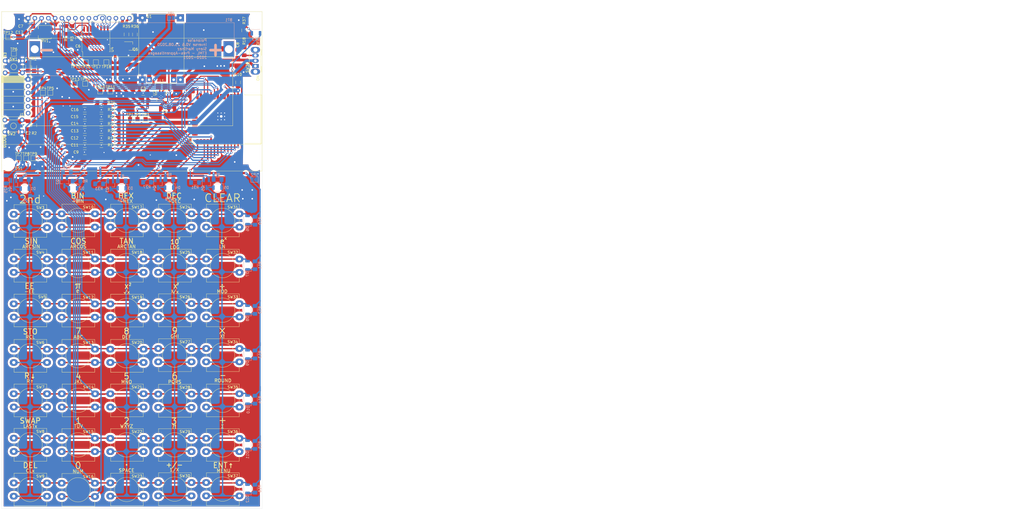
<source format=kicad_pcb>
(kicad_pcb (version 20171130) (host pcbnew "(5.1.6)-1")
  (layers (0 F.Cu signal) (31 B.Cu signal) (34 B.Paste user hide) (35 F.Paste user hide) (36 B.SilkS user) (37 F.SilkS user) (38 B.Mask user hide) (39 F.Mask user hide) (44 Edge.Cuts user))
  (net 0 "")
  (net 1 GND)
  (net 2 EN)
  (net 3 BOOT0)
  (net 4 +VDC)
  (net 5 +3V3)
  (net 6 COL1)
  (net 7 "Net-(D1-Pad1)")
  (net 8 COL2)
  (net 9 "Net-(D2-Pad1)")
  (net 10 COL3)
  (net 11 "Net-(D3-Pad1)")
  (net 12 COL4)
  (net 13 "Net-(D4-Pad1)")
  (net 14 COL5)
  (net 15 "Net-(D5-Pad1)")
  (net 16 ROW1)
  (net 17 "Net-(D6-Pad1)")
  (net 18 ROW2)
  (net 19 "Net-(D7-Pad1)")
  (net 20 ROW3)
  (net 21 "Net-(D8-Pad1)")
  (net 22 ROW4)
  (net 23 "Net-(D9-Pad1)")
  (net 24 ROW5)
  (net 25 "Net-(D10-Pad1)")
  (net 26 ROW6)
  (net 27 "Net-(D11-Pad1)")
  (net 28 ROW7)
  (net 29 "Net-(D12-Pad1)")
  (net 30 "Net-(DS1-Pad14)")
  (net 31 "Net-(DS1-Pad13)")
  (net 32 "Net-(DS1-Pad12)")
  (net 33 "Net-(DS1-Pad11)")
  (net 34 LCD_E)
  (net 35 LCD_RS)
  (net 36 FTDI_DTR)
  (net 37 FTDI_Rx)
  (net 38 FTDI_Tx)
  (net 39 "Net-(J1-Pad3)")
  (net 40 FTDI_CTS)
  (net 41 +5V)
  (net 42 GNDD)
  (net 43 LCD_SCL)
  (net 44 LCD_SDA)
  (net 45 -BATT)
  (net 46 +BATT)
  (net 47 "Net-(U3-Pad32)")
  (net 48 "Net-(U3-Pad26)")
  (net 49 "Net-(U3-Pad24)")
  (net 50 "Net-(U3-Pad22)")
  (net 51 "Net-(U3-Pad21)")
  (net 52 "Net-(U3-Pad20)")
  (net 53 "Net-(U3-Pad19)")
  (net 54 "Net-(U3-Pad18)")
  (net 55 "Net-(U3-Pad17)")
  (net 56 "Net-(U3-Pad5)")
  (net 57 "Net-(U3-Pad4)")
  (net 58 "Net-(U4-Pad13)")
  (net 59 "Net-(C8-Pad1)")
  (net 60 P_COL1)
  (net 61 P_COL2)
  (net 62 P_COL3)
  (net 63 P_COL4)
  (net 64 P_COL5)
  (net 65 "Net-(R18-Pad1)")
  (net 66 "Net-(Q1-Pad1)")
  (net 67 "Net-(Q2-Pad1)")
  (net 68 "Net-(Q3-Pad1)")
  (net 69 "Net-(Q4-Pad1)")
  (net 70 "Net-(Q5-Pad1)")
  (net 71 LCD_VO)
  (net 72 LCD_D3)
  (net 73 LCD_D2)
  (net 74 LCD_D1)
  (net 75 LCD_D0)
  (net 76 "Net-(DS1-Pad16)")
  (net 77 "Net-(L1-Pad2)")
  (net 78 "Net-(L1-Pad1)")
  (net 79 "Net-(Q6-Pad2)")
  (net 80 "Net-(Q6-Pad1)")
  (net 81 LCD_BKL)
  (net 82 "Net-(U3-Pad7)")
  (net 83 "Net-(U3-Pad6)")
  (net 84 "Net-(D13-Pad1)")
  (module Package_SON:Texas_DRC0010J_ThermalVias (layer F.Cu) (at 112.456 53.848 270)
    (fp_text reference U2 (at -1.397 2.347 270) (layer F.SilkS))
    (fp_text value TPS63001DRCR)
    (pad 11 thru_hole circle (at 0 -0.635 270) (size 0.7 0.7) (drill 0.25) (layers *.Cu) (net 1 GND))
    (pad 11 thru_hole circle (at 0.381 0 270) (size 0.7 0.7) (drill 0.25) (layers *.Cu) (net 1 GND))
    (pad 11 thru_hole circle (at -0.381 0 270) (size 0.7 0.7) (drill 0.25) (layers *.Cu) (net 1 GND))
    (pad 11 thru_hole circle (at 0 0.635 270) (size 0.7 0.7) (drill 0.25) (layers *.Cu) (net 1 GND))
    (pad 11 smd custom (at 0 0 270) (size 1.65 2.4) (layers F.Cu F.Mask) (net 1 GND) (options (clearance outline) (anchor rect)) (primitives (gr_poly (pts (xy -0.375 -1.1) (xy -0.375 -1.7) (xy -0.125 -1.7) (xy -0.125 -1.1) (xy 0.125 -1.1) (xy 0.125 -1.7) (xy 0.375 -1.7) (xy 0.375 1.7) (xy 0.125 1.7) (xy 0.125 1.1) (xy -0.125 1.1) (xy -0.125 1.7) (xy -0.375 1.7)) (width 0))))
    (pad 10 smd rect (at 1.4 -1 270) (size 0.6 0.24) (layers F.Cu F.Paste F.Mask) (net 5 +3V3))
    (pad 9 smd rect (at 1.4 -0.5 270) (size 0.6 0.24) (layers F.Cu F.Paste F.Mask) (net 1 GND))
    (pad 8 smd rect (at 1.4 0 270) (size 0.6 0.24) (layers F.Cu F.Paste F.Mask) (net 4 +VDC))
    (pad 7 smd rect (at 1.4 0.5 270) (size 0.6 0.24) (layers F.Cu F.Paste F.Mask) (net 4 +VDC))
    (pad 6 smd rect (at 1.4 1 270) (size 0.6 0.24) (layers F.Cu F.Paste F.Mask) (net 4 +VDC))
    (pad 5 smd rect (at -1.4 1 270) (size 0.6 0.24) (layers F.Cu F.Paste F.Mask) (net 4 +VDC))
    (pad 4 smd rect (at -1.4 0.5 270) (size 0.6 0.24) (layers F.Cu F.Paste F.Mask) (net 78 "Net-(L1-Pad1)"))
    (pad 3 smd rect (at -1.4 0 270) (size 0.6 0.24) (layers F.Cu F.Paste F.Mask) (net 1 GND))
    (pad 2 smd rect (at -1.4 -0.5 270) (size 0.6 0.24) (layers F.Cu F.Paste F.Mask) (net 77 "Net-(L1-Pad2)"))
    (pad 1 smd rect (at -1.4 -1 270) (size 0.6 0.24) (layers F.Cu F.Paste F.Mask) (net 5 +3V3))
  )
  (module Resistor_SMD:R_1206_3216Metric_Pad1.42x1.75mm_HandSolder (layer F.Cu) (at 143.764 28.8655 270)
    (fp_text reference R37 (at -3.7195 0 90) (layer F.SilkS))
    (fp_text value 330[Ω])
    (pad 2 smd roundrect (at 1.4875 0 270) (size 1.425 1.75) (layers F.Cu F.Paste F.Mask) (roundrect_rratio 0.175439) (net 1 GND))
    (pad 1 smd roundrect (at -1.4875 0 270) (size 1.425 1.75) (layers F.Cu F.Paste F.Mask) (roundrect_rratio 0.175439) (net 84 "Net-(D13-Pad1)"))
  )
  (module LED_SMD:LED_1206_3216Metric_ReverseMount_Hole1.8x2.4mm (layer B.Cu) (at 148.183 29.972)
    (fp_text reference D13 (at 0 2.145) (layer B.SilkS) (effects (justify mirror)))
    (fp_text value "Rouge SMD")
    (pad "" np_thru_hole oval (at 0 0) (size 1.8 2.4) (drill oval 1.8 2.4) (layers *.Cu *.Mask))
    (pad 2 smd roundrect (at 1.55 0) (size 0.95 1.75) (layers B.Cu B.Paste B.Mask) (roundrect_rratio 0.2) (net 5 +3V3))
    (pad 1 smd roundrect (at -1.55 0) (size 0.95 1.75) (layers B.Cu B.Paste B.Mask) (roundrect_rratio 0.2) (net 84 "Net-(D13-Pad1)"))
  )
  (module Package_SO:SOIC-16W_7.5x10.3mm_P1.27mm (layer F.Cu) (at 88.011 33.02 90)
    (fp_text reference U4 (at -3.048 6.096 90) (layer F.SilkS))
    (fp_text value PCF8574A)
    (pad 16 smd roundrect (at 4.65 -4.445 90) (size 2.05 0.6) (layers F.Cu F.Paste F.Mask) (net 5 +3V3))
    (pad 15 smd roundrect (at 4.65 -3.175 90) (size 2.05 0.6) (layers F.Cu F.Paste F.Mask) (net 44 LCD_SDA))
    (pad 14 smd roundrect (at 4.65 -1.905 90) (size 2.05 0.6) (layers F.Cu F.Paste F.Mask) (net 43 LCD_SCL))
    (pad 13 smd roundrect (at 4.65 -0.635 90) (size 2.05 0.6) (layers F.Cu F.Paste F.Mask) (net 58 "Net-(U4-Pad13)"))
    (pad 12 smd roundrect (at 4.65 0.635 90) (size 2.05 0.6) (layers F.Cu F.Paste F.Mask) (net 30 "Net-(DS1-Pad14)"))
    (pad 11 smd roundrect (at 4.65 1.905 90) (size 2.05 0.6) (layers F.Cu F.Paste F.Mask) (net 31 "Net-(DS1-Pad13)"))
    (pad 10 smd roundrect (at 4.65 3.175 90) (size 2.05 0.6) (layers F.Cu F.Paste F.Mask) (net 32 "Net-(DS1-Pad12)"))
    (pad 9 smd roundrect (at 4.65 4.445 90) (size 2.05 0.6) (layers F.Cu F.Paste F.Mask) (net 33 "Net-(DS1-Pad11)"))
    (pad 8 smd roundrect (at -4.65 4.445 90) (size 2.05 0.6) (layers F.Cu F.Paste F.Mask) (net 1 GND))
    (pad 7 smd roundrect (at -4.65 3.175 90) (size 2.05 0.6) (layers F.Cu F.Paste F.Mask) (net 72 LCD_D3))
    (pad 6 smd roundrect (at -4.65 1.905 90) (size 2.05 0.6) (layers F.Cu F.Paste F.Mask) (net 73 LCD_D2))
    (pad 5 smd roundrect (at -4.65 0.635 90) (size 2.05 0.6) (layers F.Cu F.Paste F.Mask) (net 74 LCD_D1))
    (pad 4 smd roundrect (at -4.65 -0.635 90) (size 2.05 0.6) (layers F.Cu F.Paste F.Mask) (net 75 LCD_D0))
    (pad 3 smd roundrect (at -4.65 -1.905 90) (size 2.05 0.6) (layers F.Cu F.Paste F.Mask) (net 1 GND))
    (pad 2 smd roundrect (at -4.65 -3.175 90) (size 2.05 0.6) (layers F.Cu F.Paste F.Mask) (net 1 GND))
    (pad 1 smd roundrect (at -4.65 -4.445 90) (size 2.05 0.6) (layers F.Cu F.Paste F.Mask) (net 1 GND))
  )
  (module Button_Switch_THT:SW_PUSH-12mm_Wuerth-430476085716 (layer F.Cu) (at 69.596 103.044 180)
    (fp_text reference SW3 (at 2.5 7.5) (layer F.SilkS))
    (fp_text value G77)
    (pad 2 thru_hole oval (at 0 5 180) (size 3 2.5) (drill 1.2) (layers *.Cu *.Mask) (net 16 ROW1))
    (pad 1 thru_hole oval (at 0 0 180) (size 3 2.5) (drill 1.2) (layers *.Cu *.Mask) (net 6 COL1))
    (pad 2 thru_hole oval (at 12.5 5 180) (size 3 2.5) (drill 1.2) (layers *.Cu *.Mask) (net 16 ROW1))
    (pad 1 thru_hole oval (at 12.5 0 180) (size 3 2.5) (drill 1.2) (layers *.Cu *.Mask) (net 6 COL1))
  )
  (module Button_Switch_THT:SW_PUSH-12mm_Wuerth-430476085716 (layer F.Cu) (at 141.986 203.962 180)
    (fp_text reference SW37 (at 2.5 7.5) (layer F.SilkS))
    (fp_text value G77)
    (pad 2 thru_hole oval (at 0 5 180) (size 3 2.5) (drill 1.2) (layers *.Cu *.Mask) (net 28 ROW7))
    (pad 1 thru_hole oval (at 0 0 180) (size 3 2.5) (drill 1.2) (layers *.Cu *.Mask) (net 14 COL5))
    (pad 2 thru_hole oval (at 12.5 5 180) (size 3 2.5) (drill 1.2) (layers *.Cu *.Mask) (net 28 ROW7))
    (pad 1 thru_hole oval (at 12.5 0 180) (size 3 2.5) (drill 1.2) (layers *.Cu *.Mask) (net 14 COL5))
  )
  (module Button_Switch_THT:SW_PUSH-12mm_Wuerth-430476085716 (layer F.Cu) (at 141.986 187.325 180)
    (fp_text reference SW36 (at 2.5 7.5) (layer F.SilkS))
    (fp_text value G77)
    (pad 2 thru_hole oval (at 0 5 180) (size 3 2.5) (drill 1.2) (layers *.Cu *.Mask) (net 26 ROW6))
    (pad 1 thru_hole oval (at 0 0 180) (size 3 2.5) (drill 1.2) (layers *.Cu *.Mask) (net 14 COL5))
    (pad 2 thru_hole oval (at 12.5 5 180) (size 3 2.5) (drill 1.2) (layers *.Cu *.Mask) (net 26 ROW6))
    (pad 1 thru_hole oval (at 12.5 0 180) (size 3 2.5) (drill 1.2) (layers *.Cu *.Mask) (net 14 COL5))
  )
  (module Button_Switch_THT:SW_PUSH-12mm_Wuerth-430476085716 (layer F.Cu) (at 141.986 170.561 180)
    (fp_text reference SW35 (at 2.5 7.5) (layer F.SilkS))
    (fp_text value G77)
    (pad 2 thru_hole oval (at 0 5 180) (size 3 2.5) (drill 1.2) (layers *.Cu *.Mask) (net 24 ROW5))
    (pad 1 thru_hole oval (at 0 0 180) (size 3 2.5) (drill 1.2) (layers *.Cu *.Mask) (net 14 COL5))
    (pad 2 thru_hole oval (at 12.5 5 180) (size 3 2.5) (drill 1.2) (layers *.Cu *.Mask) (net 24 ROW5))
    (pad 1 thru_hole oval (at 12.5 0 180) (size 3 2.5) (drill 1.2) (layers *.Cu *.Mask) (net 14 COL5))
  )
  (module Button_Switch_THT:SW_PUSH-12mm_Wuerth-430476085716 (layer F.Cu) (at 141.986 153.543 180)
    (fp_text reference SW34 (at 2.5 7.5) (layer F.SilkS))
    (fp_text value G77)
    (pad 2 thru_hole oval (at 0 5 180) (size 3 2.5) (drill 1.2) (layers *.Cu *.Mask) (net 22 ROW4))
    (pad 1 thru_hole oval (at 0 0 180) (size 3 2.5) (drill 1.2) (layers *.Cu *.Mask) (net 14 COL5))
    (pad 2 thru_hole oval (at 12.5 5 180) (size 3 2.5) (drill 1.2) (layers *.Cu *.Mask) (net 22 ROW4))
    (pad 1 thru_hole oval (at 12.5 0 180) (size 3 2.5) (drill 1.2) (layers *.Cu *.Mask) (net 14 COL5))
  )
  (module Button_Switch_THT:SW_PUSH-12mm_Wuerth-430476085716 (layer F.Cu) (at 141.986 136.652 180)
    (fp_text reference SW33 (at 2.5 7.5) (layer F.SilkS))
    (fp_text value G77)
    (pad 2 thru_hole oval (at 0 5 180) (size 3 2.5) (drill 1.2) (layers *.Cu *.Mask) (net 20 ROW3))
    (pad 1 thru_hole oval (at 0 0 180) (size 3 2.5) (drill 1.2) (layers *.Cu *.Mask) (net 14 COL5))
    (pad 2 thru_hole oval (at 12.5 5 180) (size 3 2.5) (drill 1.2) (layers *.Cu *.Mask) (net 20 ROW3))
    (pad 1 thru_hole oval (at 12.5 0 180) (size 3 2.5) (drill 1.2) (layers *.Cu *.Mask) (net 14 COL5))
  )
  (module Button_Switch_THT:SW_PUSH-12mm_Wuerth-430476085716 (layer F.Cu) (at 141.986 119.888 180)
    (fp_text reference SW32 (at 2.5 7.5) (layer F.SilkS))
    (fp_text value G77)
    (pad 2 thru_hole oval (at 0 5 180) (size 3 2.5) (drill 1.2) (layers *.Cu *.Mask) (net 18 ROW2))
    (pad 1 thru_hole oval (at 0 0 180) (size 3 2.5) (drill 1.2) (layers *.Cu *.Mask) (net 14 COL5))
    (pad 2 thru_hole oval (at 12.5 5 180) (size 3 2.5) (drill 1.2) (layers *.Cu *.Mask) (net 18 ROW2))
    (pad 1 thru_hole oval (at 12.5 0 180) (size 3 2.5) (drill 1.2) (layers *.Cu *.Mask) (net 14 COL5))
  )
  (module Button_Switch_THT:SW_PUSH-12mm_Wuerth-430476085716 (layer F.Cu) (at 141.986 102.87 180)
    (fp_text reference SW31 (at 2.5 7.5) (layer F.SilkS))
    (fp_text value G77)
    (pad 2 thru_hole oval (at 0 5 180) (size 3 2.5) (drill 1.2) (layers *.Cu *.Mask) (net 16 ROW1))
    (pad 1 thru_hole oval (at 0 0 180) (size 3 2.5) (drill 1.2) (layers *.Cu *.Mask) (net 14 COL5))
    (pad 2 thru_hole oval (at 12.5 5 180) (size 3 2.5) (drill 1.2) (layers *.Cu *.Mask) (net 16 ROW1))
    (pad 1 thru_hole oval (at 12.5 0 180) (size 3 2.5) (drill 1.2) (layers *.Cu *.Mask) (net 14 COL5))
  )
  (module Button_Switch_THT:SW_PUSH-12mm_Wuerth-430476085716 (layer F.Cu) (at 123.952 203.962 180)
    (fp_text reference SW30 (at 2.5 7.5) (layer F.SilkS))
    (fp_text value G77)
    (pad 2 thru_hole oval (at 0 5 180) (size 3 2.5) (drill 1.2) (layers *.Cu *.Mask) (net 28 ROW7))
    (pad 1 thru_hole oval (at 0 0 180) (size 3 2.5) (drill 1.2) (layers *.Cu *.Mask) (net 12 COL4))
    (pad 2 thru_hole oval (at 12.5 5 180) (size 3 2.5) (drill 1.2) (layers *.Cu *.Mask) (net 28 ROW7))
    (pad 1 thru_hole oval (at 12.5 0 180) (size 3 2.5) (drill 1.2) (layers *.Cu *.Mask) (net 12 COL4))
  )
  (module Button_Switch_THT:SW_PUSH-12mm_Wuerth-430476085716 (layer F.Cu) (at 123.952 187.325 180)
    (fp_text reference SW29 (at 2.5 7.5) (layer F.SilkS))
    (fp_text value G77)
    (pad 2 thru_hole oval (at 0 5 180) (size 3 2.5) (drill 1.2) (layers *.Cu *.Mask) (net 26 ROW6))
    (pad 1 thru_hole oval (at 0 0 180) (size 3 2.5) (drill 1.2) (layers *.Cu *.Mask) (net 12 COL4))
    (pad 2 thru_hole oval (at 12.5 5 180) (size 3 2.5) (drill 1.2) (layers *.Cu *.Mask) (net 26 ROW6))
    (pad 1 thru_hole oval (at 12.5 0 180) (size 3 2.5) (drill 1.2) (layers *.Cu *.Mask) (net 12 COL4))
  )
  (module Button_Switch_THT:SW_PUSH-12mm_Wuerth-430476085716 (layer F.Cu) (at 123.952 170.688 180)
    (fp_text reference SW28 (at 2.5 7.5) (layer F.SilkS))
    (fp_text value G77)
    (pad 2 thru_hole oval (at 0 5 180) (size 3 2.5) (drill 1.2) (layers *.Cu *.Mask) (net 24 ROW5))
    (pad 1 thru_hole oval (at 0 0 180) (size 3 2.5) (drill 1.2) (layers *.Cu *.Mask) (net 12 COL4))
    (pad 2 thru_hole oval (at 12.5 5 180) (size 3 2.5) (drill 1.2) (layers *.Cu *.Mask) (net 24 ROW5))
    (pad 1 thru_hole oval (at 12.5 0 180) (size 3 2.5) (drill 1.2) (layers *.Cu *.Mask) (net 12 COL4))
  )
  (module Button_Switch_THT:SW_PUSH-12mm_Wuerth-430476085716 (layer F.Cu) (at 123.952 153.543 180)
    (fp_text reference SW27 (at 2.5 7.5) (layer F.SilkS))
    (fp_text value G77)
    (pad 2 thru_hole oval (at 0 5 180) (size 3 2.5) (drill 1.2) (layers *.Cu *.Mask) (net 22 ROW4))
    (pad 1 thru_hole oval (at 0 0 180) (size 3 2.5) (drill 1.2) (layers *.Cu *.Mask) (net 12 COL4))
    (pad 2 thru_hole oval (at 12.5 5 180) (size 3 2.5) (drill 1.2) (layers *.Cu *.Mask) (net 22 ROW4))
    (pad 1 thru_hole oval (at 12.5 0 180) (size 3 2.5) (drill 1.2) (layers *.Cu *.Mask) (net 12 COL4))
  )
  (module Button_Switch_THT:SW_PUSH-12mm_Wuerth-430476085716 (layer F.Cu) (at 123.952 136.652 180)
    (fp_text reference SW26 (at 2.5 7.5) (layer F.SilkS))
    (fp_text value G77)
    (pad 2 thru_hole oval (at 0 5 180) (size 3 2.5) (drill 1.2) (layers *.Cu *.Mask) (net 20 ROW3))
    (pad 1 thru_hole oval (at 0 0 180) (size 3 2.5) (drill 1.2) (layers *.Cu *.Mask) (net 12 COL4))
    (pad 2 thru_hole oval (at 12.5 5 180) (size 3 2.5) (drill 1.2) (layers *.Cu *.Mask) (net 20 ROW3))
    (pad 1 thru_hole oval (at 12.5 0 180) (size 3 2.5) (drill 1.2) (layers *.Cu *.Mask) (net 12 COL4))
  )
  (module Button_Switch_THT:SW_PUSH-12mm_Wuerth-430476085716 (layer F.Cu) (at 123.952 119.888 180)
    (fp_text reference SW25 (at 2.5 7.5) (layer F.SilkS))
    (fp_text value G77)
    (pad 2 thru_hole oval (at 0 5 180) (size 3 2.5) (drill 1.2) (layers *.Cu *.Mask) (net 18 ROW2))
    (pad 1 thru_hole oval (at 0 0 180) (size 3 2.5) (drill 1.2) (layers *.Cu *.Mask) (net 12 COL4))
    (pad 2 thru_hole oval (at 12.5 5 180) (size 3 2.5) (drill 1.2) (layers *.Cu *.Mask) (net 18 ROW2))
    (pad 1 thru_hole oval (at 12.5 0 180) (size 3 2.5) (drill 1.2) (layers *.Cu *.Mask) (net 12 COL4))
  )
  (module Button_Switch_THT:SW_PUSH-12mm_Wuerth-430476085716 (layer F.Cu) (at 123.952 102.87 180)
    (fp_text reference SW24 (at 2.5 7.5) (layer F.SilkS))
    (fp_text value G77)
    (pad 2 thru_hole oval (at 0 5 180) (size 3 2.5) (drill 1.2) (layers *.Cu *.Mask) (net 16 ROW1))
    (pad 1 thru_hole oval (at 0 0 180) (size 3 2.5) (drill 1.2) (layers *.Cu *.Mask) (net 12 COL4))
    (pad 2 thru_hole oval (at 12.5 5 180) (size 3 2.5) (drill 1.2) (layers *.Cu *.Mask) (net 16 ROW1))
    (pad 1 thru_hole oval (at 12.5 0 180) (size 3 2.5) (drill 1.2) (layers *.Cu *.Mask) (net 12 COL4))
  )
  (module Button_Switch_THT:SW_PUSH-12mm_Wuerth-430476085716 (layer F.Cu) (at 105.918 204.089 180)
    (fp_text reference SW23 (at 2.5 7.5) (layer F.SilkS))
    (fp_text value G77)
    (pad 2 thru_hole oval (at 0 5 180) (size 3 2.5) (drill 1.2) (layers *.Cu *.Mask) (net 28 ROW7))
    (pad 1 thru_hole oval (at 0 0 180) (size 3 2.5) (drill 1.2) (layers *.Cu *.Mask) (net 10 COL3))
    (pad 2 thru_hole oval (at 12.5 5 180) (size 3 2.5) (drill 1.2) (layers *.Cu *.Mask) (net 28 ROW7))
    (pad 1 thru_hole oval (at 12.5 0 180) (size 3 2.5) (drill 1.2) (layers *.Cu *.Mask) (net 10 COL3))
  )
  (module Button_Switch_THT:SW_PUSH-12mm_Wuerth-430476085716 (layer F.Cu) (at 105.918 187.325 180)
    (fp_text reference SW22 (at 2.5 7.5) (layer F.SilkS))
    (fp_text value G77)
    (pad 2 thru_hole oval (at 0 5 180) (size 3 2.5) (drill 1.2) (layers *.Cu *.Mask) (net 26 ROW6))
    (pad 1 thru_hole oval (at 0 0 180) (size 3 2.5) (drill 1.2) (layers *.Cu *.Mask) (net 10 COL3))
    (pad 2 thru_hole oval (at 12.5 5 180) (size 3 2.5) (drill 1.2) (layers *.Cu *.Mask) (net 26 ROW6))
    (pad 1 thru_hole oval (at 12.5 0 180) (size 3 2.5) (drill 1.2) (layers *.Cu *.Mask) (net 10 COL3))
  )
  (module Button_Switch_THT:SW_PUSH-12mm_Wuerth-430476085716 (layer F.Cu) (at 105.918 170.561 180)
    (fp_text reference SW21 (at 2.5 7.5) (layer F.SilkS))
    (fp_text value G77)
    (pad 2 thru_hole oval (at 0 5 180) (size 3 2.5) (drill 1.2) (layers *.Cu *.Mask) (net 24 ROW5))
    (pad 1 thru_hole oval (at 0 0 180) (size 3 2.5) (drill 1.2) (layers *.Cu *.Mask) (net 10 COL3))
    (pad 2 thru_hole oval (at 12.5 5 180) (size 3 2.5) (drill 1.2) (layers *.Cu *.Mask) (net 24 ROW5))
    (pad 1 thru_hole oval (at 12.5 0 180) (size 3 2.5) (drill 1.2) (layers *.Cu *.Mask) (net 10 COL3))
  )
  (module Button_Switch_THT:SW_PUSH-12mm_Wuerth-430476085716 (layer F.Cu) (at 105.918 153.797 180)
    (fp_text reference SW20 (at 2.5 7.5) (layer F.SilkS))
    (fp_text value G77)
    (pad 2 thru_hole oval (at 0 5 180) (size 3 2.5) (drill 1.2) (layers *.Cu *.Mask) (net 22 ROW4))
    (pad 1 thru_hole oval (at 0 0 180) (size 3 2.5) (drill 1.2) (layers *.Cu *.Mask) (net 10 COL3))
    (pad 2 thru_hole oval (at 12.5 5 180) (size 3 2.5) (drill 1.2) (layers *.Cu *.Mask) (net 22 ROW4))
    (pad 1 thru_hole oval (at 12.5 0 180) (size 3 2.5) (drill 1.2) (layers *.Cu *.Mask) (net 10 COL3))
  )
  (module Button_Switch_THT:SW_PUSH-12mm_Wuerth-430476085716 (layer F.Cu) (at 105.918 136.779 180)
    (fp_text reference SW19 (at 2.5 7.5) (layer F.SilkS))
    (fp_text value G77)
    (pad 2 thru_hole oval (at 0 5 180) (size 3 2.5) (drill 1.2) (layers *.Cu *.Mask) (net 20 ROW3))
    (pad 1 thru_hole oval (at 0 0 180) (size 3 2.5) (drill 1.2) (layers *.Cu *.Mask) (net 10 COL3))
    (pad 2 thru_hole oval (at 12.5 5 180) (size 3 2.5) (drill 1.2) (layers *.Cu *.Mask) (net 20 ROW3))
    (pad 1 thru_hole oval (at 12.5 0 180) (size 3 2.5) (drill 1.2) (layers *.Cu *.Mask) (net 10 COL3))
  )
  (module Button_Switch_THT:SW_PUSH-12mm_Wuerth-430476085716 (layer F.Cu) (at 105.918 119.888 180)
    (fp_text reference SW18 (at 2.5 7.5) (layer F.SilkS))
    (fp_text value G77)
    (pad 2 thru_hole oval (at 0 5 180) (size 3 2.5) (drill 1.2) (layers *.Cu *.Mask) (net 18 ROW2))
    (pad 1 thru_hole oval (at 0 0 180) (size 3 2.5) (drill 1.2) (layers *.Cu *.Mask) (net 10 COL3))
    (pad 2 thru_hole oval (at 12.5 5 180) (size 3 2.5) (drill 1.2) (layers *.Cu *.Mask) (net 18 ROW2))
    (pad 1 thru_hole oval (at 12.5 0 180) (size 3 2.5) (drill 1.2) (layers *.Cu *.Mask) (net 10 COL3))
  )
  (module Button_Switch_THT:SW_PUSH-12mm_Wuerth-430476085716 (layer F.Cu) (at 105.918 102.87 180)
    (fp_text reference SW17 (at 2.5 7.5) (layer F.SilkS))
    (fp_text value G77)
    (pad 2 thru_hole oval (at 0 5 180) (size 3 2.5) (drill 1.2) (layers *.Cu *.Mask) (net 16 ROW1))
    (pad 1 thru_hole oval (at 0 0 180) (size 3 2.5) (drill 1.2) (layers *.Cu *.Mask) (net 10 COL3))
    (pad 2 thru_hole oval (at 12.5 5 180) (size 3 2.5) (drill 1.2) (layers *.Cu *.Mask) (net 16 ROW1))
    (pad 1 thru_hole oval (at 12.5 0 180) (size 3 2.5) (drill 1.2) (layers *.Cu *.Mask) (net 10 COL3))
  )
  (module Button_Switch_THT:SW_PUSH-12mm_Wuerth-430476085716 (layer F.Cu) (at 87.63 204.216 180)
    (fp_text reference SW16 (at 2.5 7.5) (layer F.SilkS))
    (fp_text value G77)
    (pad 2 thru_hole oval (at 0 5 180) (size 3 2.5) (drill 1.2) (layers *.Cu *.Mask) (net 28 ROW7))
    (pad 1 thru_hole oval (at 0 0 180) (size 3 2.5) (drill 1.2) (layers *.Cu *.Mask) (net 8 COL2))
    (pad 2 thru_hole oval (at 12.5 5 180) (size 3 2.5) (drill 1.2) (layers *.Cu *.Mask) (net 28 ROW7))
    (pad 1 thru_hole oval (at 12.5 0 180) (size 3 2.5) (drill 1.2) (layers *.Cu *.Mask) (net 8 COL2))
  )
  (module Button_Switch_THT:SW_PUSH-12mm_Wuerth-430476085716 (layer F.Cu) (at 87.63 187.325 180)
    (fp_text reference SW15 (at 2.5 7.5) (layer F.SilkS))
    (fp_text value G77)
    (pad 2 thru_hole oval (at 0 5 180) (size 3 2.5) (drill 1.2) (layers *.Cu *.Mask) (net 26 ROW6))
    (pad 1 thru_hole oval (at 0 0 180) (size 3 2.5) (drill 1.2) (layers *.Cu *.Mask) (net 8 COL2))
    (pad 2 thru_hole oval (at 12.5 5 180) (size 3 2.5) (drill 1.2) (layers *.Cu *.Mask) (net 26 ROW6))
    (pad 1 thru_hole oval (at 12.5 0 180) (size 3 2.5) (drill 1.2) (layers *.Cu *.Mask) (net 8 COL2))
  )
  (module Button_Switch_THT:SW_PUSH-12mm_Wuerth-430476085716 (layer F.Cu) (at 87.684 170.561 180)
    (fp_text reference SW14 (at 2.5 7.5) (layer F.SilkS))
    (fp_text value G77)
    (pad 2 thru_hole oval (at 0 5 180) (size 3 2.5) (drill 1.2) (layers *.Cu *.Mask) (net 24 ROW5))
    (pad 1 thru_hole oval (at 0 0 180) (size 3 2.5) (drill 1.2) (layers *.Cu *.Mask) (net 8 COL2))
    (pad 2 thru_hole oval (at 12.5 5 180) (size 3 2.5) (drill 1.2) (layers *.Cu *.Mask) (net 24 ROW5))
    (pad 1 thru_hole oval (at 12.5 0 180) (size 3 2.5) (drill 1.2) (layers *.Cu *.Mask) (net 8 COL2))
  )
  (module Button_Switch_THT:SW_PUSH-12mm_Wuerth-430476085716 (layer F.Cu) (at 87.63 153.797 180)
    (fp_text reference SW13 (at 2.5 7.5) (layer F.SilkS))
    (fp_text value G77)
    (pad 2 thru_hole oval (at 0 5 180) (size 3 2.5) (drill 1.2) (layers *.Cu *.Mask) (net 22 ROW4))
    (pad 1 thru_hole oval (at 0 0 180) (size 3 2.5) (drill 1.2) (layers *.Cu *.Mask) (net 8 COL2))
    (pad 2 thru_hole oval (at 12.5 5 180) (size 3 2.5) (drill 1.2) (layers *.Cu *.Mask) (net 22 ROW4))
    (pad 1 thru_hole oval (at 12.5 0 180) (size 3 2.5) (drill 1.2) (layers *.Cu *.Mask) (net 8 COL2))
  )
  (module Button_Switch_THT:SW_PUSH-12mm_Wuerth-430476085716 (layer F.Cu) (at 87.63 136.779 180)
    (fp_text reference SW12 (at 2.5 7.5) (layer F.SilkS))
    (fp_text value G77)
    (pad 2 thru_hole oval (at 0 5 180) (size 3 2.5) (drill 1.2) (layers *.Cu *.Mask) (net 20 ROW3))
    (pad 1 thru_hole oval (at 0 0 180) (size 3 2.5) (drill 1.2) (layers *.Cu *.Mask) (net 8 COL2))
    (pad 2 thru_hole oval (at 12.5 5 180) (size 3 2.5) (drill 1.2) (layers *.Cu *.Mask) (net 20 ROW3))
    (pad 1 thru_hole oval (at 12.5 0 180) (size 3 2.5) (drill 1.2) (layers *.Cu *.Mask) (net 8 COL2))
  )
  (module Button_Switch_THT:SW_PUSH-12mm_Wuerth-430476085716 (layer F.Cu) (at 87.63 119.888 180)
    (fp_text reference SW11 (at 2.5 7.5) (layer F.SilkS))
    (fp_text value G77)
    (pad 2 thru_hole oval (at 0 5 180) (size 3 2.5) (drill 1.2) (layers *.Cu *.Mask) (net 18 ROW2))
    (pad 1 thru_hole oval (at 0 0 180) (size 3 2.5) (drill 1.2) (layers *.Cu *.Mask) (net 8 COL2))
    (pad 2 thru_hole oval (at 12.5 5 180) (size 3 2.5) (drill 1.2) (layers *.Cu *.Mask) (net 18 ROW2))
    (pad 1 thru_hole oval (at 12.5 0 180) (size 3 2.5) (drill 1.2) (layers *.Cu *.Mask) (net 8 COL2))
  )
  (module Button_Switch_THT:SW_PUSH-12mm_Wuerth-430476085716 (layer F.Cu) (at 87.63 102.87 180)
    (fp_text reference SW10 (at 2.5 7.5) (layer F.SilkS))
    (fp_text value G77)
    (pad 2 thru_hole oval (at 0 5 180) (size 3 2.5) (drill 1.2) (layers *.Cu *.Mask) (net 16 ROW1))
    (pad 1 thru_hole oval (at 0 0 180) (size 3 2.5) (drill 1.2) (layers *.Cu *.Mask) (net 8 COL2))
    (pad 2 thru_hole oval (at 12.5 5 180) (size 3 2.5) (drill 1.2) (layers *.Cu *.Mask) (net 16 ROW1))
    (pad 1 thru_hole oval (at 12.5 0 180) (size 3 2.5) (drill 1.2) (layers *.Cu *.Mask) (net 8 COL2))
  )
  (module Button_Switch_THT:SW_PUSH-12mm_Wuerth-430476085716 (layer F.Cu) (at 69.596 204.108 180)
    (fp_text reference SW9 (at 2.5 7.5) (layer F.SilkS))
    (fp_text value G77)
    (pad 2 thru_hole oval (at 0 5 180) (size 3 2.5) (drill 1.2) (layers *.Cu *.Mask) (net 28 ROW7))
    (pad 1 thru_hole oval (at 0 0 180) (size 3 2.5) (drill 1.2) (layers *.Cu *.Mask) (net 6 COL1))
    (pad 2 thru_hole oval (at 12.5 5 180) (size 3 2.5) (drill 1.2) (layers *.Cu *.Mask) (net 28 ROW7))
    (pad 1 thru_hole oval (at 12.5 0 180) (size 3 2.5) (drill 1.2) (layers *.Cu *.Mask) (net 6 COL1))
  )
  (module Button_Switch_THT:SW_PUSH-12mm_Wuerth-430476085716 (layer F.Cu) (at 69.596 187.264 180)
    (fp_text reference SW8 (at 2.5 7.5) (layer F.SilkS))
    (fp_text value G77)
    (pad 2 thru_hole oval (at 0 5 180) (size 3 2.5) (drill 1.2) (layers *.Cu *.Mask) (net 26 ROW6))
    (pad 1 thru_hole oval (at 0 0 180) (size 3 2.5) (drill 1.2) (layers *.Cu *.Mask) (net 6 COL1))
    (pad 2 thru_hole oval (at 12.5 5 180) (size 3 2.5) (drill 1.2) (layers *.Cu *.Mask) (net 26 ROW6))
    (pad 1 thru_hole oval (at 12.5 0 180) (size 3 2.5) (drill 1.2) (layers *.Cu *.Mask) (net 6 COL1))
  )
  (module Button_Switch_THT:SW_PUSH-12mm_Wuerth-430476085716 (layer F.Cu) (at 69.596 170.561 180)
    (fp_text reference SW7 (at 2.5 7.5) (layer F.SilkS))
    (fp_text value G77)
    (pad 2 thru_hole oval (at 0 5 180) (size 3 2.5) (drill 1.2) (layers *.Cu *.Mask) (net 24 ROW5))
    (pad 1 thru_hole oval (at 0 0 180) (size 3 2.5) (drill 1.2) (layers *.Cu *.Mask) (net 6 COL1))
    (pad 2 thru_hole oval (at 12.5 5 180) (size 3 2.5) (drill 1.2) (layers *.Cu *.Mask) (net 24 ROW5))
    (pad 1 thru_hole oval (at 12.5 0 180) (size 3 2.5) (drill 1.2) (layers *.Cu *.Mask) (net 6 COL1))
  )
  (module Button_Switch_THT:SW_PUSH-12mm_Wuerth-430476085716 (layer F.Cu) (at 69.596 153.797 180)
    (fp_text reference SW6 (at 2.5 7.5) (layer F.SilkS))
    (fp_text value G77)
    (pad 2 thru_hole oval (at 0 5 180) (size 3 2.5) (drill 1.2) (layers *.Cu *.Mask) (net 22 ROW4))
    (pad 1 thru_hole oval (at 0 0 180) (size 3 2.5) (drill 1.2) (layers *.Cu *.Mask) (net 6 COL1))
    (pad 2 thru_hole oval (at 12.5 5 180) (size 3 2.5) (drill 1.2) (layers *.Cu *.Mask) (net 22 ROW4))
    (pad 1 thru_hole oval (at 12.5 0 180) (size 3 2.5) (drill 1.2) (layers *.Cu *.Mask) (net 6 COL1))
  )
  (module Button_Switch_THT:SW_PUSH-12mm_Wuerth-430476085716 (layer F.Cu) (at 69.596 136.732 180)
    (fp_text reference SW5 (at 1.778 7.62) (layer F.SilkS))
    (fp_text value G77)
    (pad 2 thru_hole oval (at 0 5 180) (size 3 2.5) (drill 1.2) (layers *.Cu *.Mask) (net 20 ROW3))
    (pad 1 thru_hole oval (at 0 0 180) (size 3 2.5) (drill 1.2) (layers *.Cu *.Mask) (net 6 COL1))
    (pad 2 thru_hole oval (at 12.5 5 180) (size 3 2.5) (drill 1.2) (layers *.Cu *.Mask) (net 20 ROW3))
    (pad 1 thru_hole oval (at 12.5 0 180) (size 3 2.5) (drill 1.2) (layers *.Cu *.Mask) (net 6 COL1))
  )
  (module Button_Switch_THT:SW_PUSH-12mm_Wuerth-430476085716 (layer F.Cu) (at 69.596 119.888 180)
    (fp_text reference SW4 (at 2.5 7.5) (layer F.SilkS))
    (fp_text value G77)
    (pad 2 thru_hole oval (at 0 5 180) (size 3 2.5) (drill 1.2) (layers *.Cu *.Mask) (net 18 ROW2))
    (pad 1 thru_hole oval (at 0 0 180) (size 3 2.5) (drill 1.2) (layers *.Cu *.Mask) (net 6 COL1))
    (pad 2 thru_hole oval (at 12.5 5 180) (size 3 2.5) (drill 1.2) (layers *.Cu *.Mask) (net 18 ROW2))
    (pad 1 thru_hole oval (at 12.5 0 180) (size 3 2.5) (drill 1.2) (layers *.Cu *.Mask) (net 6 COL1))
  )
  (module Resistor_SMD:R_1206_3216Metric_Pad1.42x1.75mm_HandSolder (layer F.Cu) (at 102.6795 30.4165 90)
    (fp_text reference R36 (at 3.048 -0.0635 180) (layer F.SilkS))
    (fp_text value 1[KΩ])
    (pad 2 smd roundrect (at 1.4875 0 90) (size 1.425 1.75) (layers F.Cu F.Paste F.Mask) (roundrect_rratio 0.175439) (net 81 LCD_BKL))
    (pad 1 smd roundrect (at -1.4875 0 90) (size 1.425 1.75) (layers F.Cu F.Paste F.Mask) (roundrect_rratio 0.175439) (net 80 "Net-(Q6-Pad1)"))
  )
  (module Resistor_SMD:R_1206_3216Metric_Pad1.42x1.75mm_HandSolder (layer F.Cu) (at 99.5045 30.38 90)
    (fp_text reference R35 (at 3.0115 0 180) (layer F.SilkS))
    (fp_text value 6[Ω])
    (pad 2 smd roundrect (at 1.4875 0 90) (size 1.425 1.75) (layers F.Cu F.Paste F.Mask) (roundrect_rratio 0.175439) (net 76 "Net-(DS1-Pad16)"))
    (pad 1 smd roundrect (at -1.4875 0 90) (size 1.425 1.75) (layers F.Cu F.Paste F.Mask) (roundrect_rratio 0.175439) (net 79 "Net-(Q6-Pad2)"))
  )
  (module Package_TO_SOT_SMD:SOT-23_Handsoldering (layer F.Cu) (at 101.092 34.7345)
    (fp_text reference Q6 (at 1.778 1.27) (layer F.SilkS))
    (fp_text value BC856B)
    (pad 3 smd rect (at 1.5 0) (size 1.9 0.8) (layers F.Cu F.Paste F.Mask) (net 1 GND))
    (pad 2 smd rect (at -1.5 0.95) (size 1.9 0.8) (layers F.Cu F.Paste F.Mask) (net 79 "Net-(Q6-Pad2)"))
    (pad 1 smd rect (at -1.5 -0.95) (size 1.9 0.8) (layers F.Cu F.Paste F.Mask) (net 80 "Net-(Q6-Pad1)"))
  )
  (module Inductor_SMD:L_Taiyo-Yuden_NR-24xx_HandSoldering (layer F.Cu) (at 112.7935 50.038)
    (fp_text reference L1 (at 0 -2.2) (layer F.SilkS))
    (fp_text value 2.2[μH])
    (pad 2 smd rect (at 1.2875 0) (size 1.825 2.2) (layers F.Cu F.Paste F.Mask) (net 77 "Net-(L1-Pad2)"))
    (pad 1 smd rect (at -1.2875 0) (size 1.825 2.2) (layers F.Cu F.Paste F.Mask) (net 78 "Net-(L1-Pad1)"))
  )
  (module Capacitor_SMD:C_1206_3216Metric_Pad1.42x1.75mm_HandSolder (layer F.Cu) (at 113.9555 57.912)
    (fp_text reference C4 (at -0.0111 1.7018) (layer F.SilkS))
    (fp_text value 33[μF])
    (pad 2 smd roundrect (at 1.4875 0) (size 1.425 1.75) (layers F.Cu F.Paste F.Mask) (roundrect_rratio 0.175439) (net 1 GND))
    (pad 1 smd roundrect (at -1.4875 0) (size 1.425 1.75) (layers F.Cu F.Paste F.Mask) (roundrect_rratio 0.175439) (net 5 +3V3))
  )
  (module Capacitor_SMD:C_1206_3216Metric_Pad1.42x1.75mm_HandSolder (layer F.Cu) (at 105.791 52.324 180)
    (fp_text reference C3 (at 0 1.651) (layer F.SilkS))
    (fp_text value 10[μF])
    (pad 2 smd roundrect (at 1.4875 0 180) (size 1.425 1.75) (layers F.Cu F.Paste F.Mask) (roundrect_rratio 0.175439) (net 1 GND))
    (pad 1 smd roundrect (at -1.4875 0 180) (size 1.425 1.75) (layers F.Cu F.Paste F.Mask) (roundrect_rratio 0.175439) (net 4 +VDC))
  )
  (module TestPoint:TestPoint_Pad_1.5x1.5mm (layer F.Cu) (at 91.948 40.894)
    (fp_text reference TP18 (at 0 1.651) (layer F.SilkS))
    (fp_text value LCD_D3)
    (pad 1 smd rect (at 0 0) (size 1.5 1.5) (layers F.Cu F.Mask) (net 72 LCD_D3))
  )
  (module TestPoint:TestPoint_Pad_1.5x1.5mm (layer F.Cu) (at 88.011 40.894)
    (fp_text reference TP17 (at 0 1.651) (layer F.SilkS))
    (fp_text value LCD_D2)
    (pad 1 smd rect (at 0 0) (size 1.5 1.5) (layers F.Cu F.Mask) (net 73 LCD_D2))
  )
  (module TestPoint:TestPoint_Pad_1.5x1.5mm (layer F.Cu) (at 84.201 40.894)
    (fp_text reference TP16 (at 0 1.651) (layer F.SilkS))
    (fp_text value LCD_D1)
    (pad 1 smd rect (at 0 0) (size 1.5 1.5) (layers F.Cu F.Mask) (net 74 LCD_D1))
  )
  (module TestPoint:TestPoint_Pad_1.5x1.5mm (layer F.Cu) (at 80.391 40.767)
    (fp_text reference TP15 (at 0 1.778) (layer F.SilkS))
    (fp_text value LCD_D0)
    (pad 1 smd rect (at 0 0) (size 1.5 1.5) (layers F.Cu F.Mask) (net 75 LCD_D0))
  )
  (module TestPoint:TestPoint_Pad_1.5x1.5mm (layer F.Cu) (at 83.947 48.895)
    (fp_text reference TP14 (at 0 -1.648) (layer F.SilkS))
    (fp_text value LCD_E)
    (pad 1 smd rect (at 0 0) (size 1.5 1.5) (layers F.Cu F.Mask) (net 34 LCD_E))
  )
  (module TestPoint:TestPoint_Pad_1.5x1.5mm (layer F.Cu) (at 80.01 48.895)
    (fp_text reference TP13 (at 0 -1.648) (layer F.SilkS))
    (fp_text value LCD_RS)
    (pad 1 smd rect (at 0 0) (size 1.5 1.5) (layers F.Cu F.Mask) (net 35 LCD_RS))
  )
  (module TestPoint:TestPoint_Pad_1.5x1.5mm (layer F.Cu) (at 54.991 31.369)
    (fp_text reference TP12 (at 0 -1.648) (layer F.SilkS))
    (fp_text value LCD_VO)
    (pad 1 smd rect (at 0 0) (size 1.5 1.5) (layers F.Cu F.Mask) (net 71 LCD_VO))
  )
  (module TestPoint:TestPoint_Pad_1.5x1.5mm (layer F.Cu) (at 93.472 51.816)
    (fp_text reference TP11 (at 0 -1.648) (layer F.SilkS))
    (fp_text value I2C_SDA)
    (pad 1 smd rect (at 0 0) (size 1.5 1.5) (layers F.Cu F.Mask) (net 44 LCD_SDA))
  )
  (module TestPoint:TestPoint_Pad_1.5x1.5mm (layer F.Cu) (at 89.662 51.816)
    (fp_text reference TP10 (at 0 -1.648) (layer F.SilkS))
    (fp_text value I2C_SCL)
    (pad 1 smd rect (at 0 0) (size 1.5 1.5) (layers F.Cu F.Mask) (net 43 LCD_SCL))
  )
  (module TestPoint:TestPoint_Pad_1.5x1.5mm (layer F.Cu) (at 64.516 76.962)
    (fp_text reference TP9 (at 0 -1.648) (layer F.SilkS))
    (fp_text value ROW_1)
    (pad 1 smd rect (at 0 0) (size 1.5 1.5) (layers F.Cu F.Mask) (net 16 ROW1))
  )
  (module TestPoint:TestPoint_Pad_1.5x1.5mm (layer F.Cu) (at 61.722 76.962)
    (fp_text reference TP8 (at 0 -1.648) (layer F.SilkS))
    (fp_text value COL1)
    (pad 1 smd rect (at 0 0) (size 1.5 1.5) (layers F.Cu F.Mask) (net 6 COL1))
  )
  (module TestPoint:TestPoint_Pad_1.5x1.5mm (layer F.Cu) (at 58.928 76.962)
    (fp_text reference TP7 (at 0 -1.648) (layer F.SilkS))
    (fp_text value P_COL1)
    (pad 1 smd rect (at 0 0) (size 1.5 1.5) (layers F.Cu F.Mask) (net 60 P_COL1))
  )
  (module TestPoint:TestPoint_Pad_1.5x1.5mm (layer F.Cu) (at 57.15 37.592)
    (fp_text reference TP6 (at 0 -1.648) (layer F.SilkS))
    (fp_text value EN)
    (pad 1 smd rect (at 0 0) (size 1.5 1.5) (layers F.Cu F.Mask) (net 2 EN))
  )
  (module TestPoint:TestPoint_Pad_1.5x1.5mm (layer F.Cu) (at 70.866 52.324)
    (fp_text reference TP5 (at 0 -1.648) (layer F.SilkS))
    (fp_text value FTDI_Rx)
    (pad 1 smd rect (at 0 0) (size 1.5 1.5) (layers F.Cu F.Mask) (net 37 FTDI_Rx))
  )
  (module TestPoint:TestPoint_Pad_1.5x1.5mm (layer F.Cu) (at 68.072 52.324)
    (fp_text reference TP4 (at 0 -1.648) (layer F.SilkS))
    (fp_text value FTDI_Tx)
    (pad 1 smd rect (at 0 0) (size 1.5 1.5) (layers F.Cu F.Mask) (net 38 FTDI_Tx))
  )
  (module TestPoint:TestPoint_Pad_1.5x1.5mm (layer F.Cu) (at 106.68 62.23)
    (fp_text reference TP3 (at 0 -1.648) (layer F.SilkS))
    (fp_text value 3V3)
    (pad 1 smd rect (at 0 0) (size 1.5 1.5) (layers F.Cu F.Mask) (net 5 +3V3))
  )
  (module TestPoint:TestPoint_Pad_1.5x1.5mm (layer F.Cu) (at 103.632 62.23)
    (fp_text reference TP2 (at 0 -1.648) (layer F.SilkS))
    (fp_text value VDC)
    (pad 1 smd rect (at 0 0) (size 1.5 1.5) (layers F.Cu F.Mask) (net 4 +VDC))
  )
  (module TestPoint:TestPoint_Pad_1.5x1.5mm (layer F.Cu) (at 100.838 62.23)
    (fp_text reference TP1 (at 0 -1.648) (layer F.SilkS))
    (fp_text value GND)
    (pad 1 smd rect (at 0 0) (size 1.5 1.5) (layers F.Cu F.Mask) (net 1 GND))
  )
  (module Resistor_SMD:R_1206_3216Metric_Pad1.42x1.75mm_HandSolder (layer B.Cu) (at 97.5725 90.932)
    (fp_text reference R34 (at 0 1.82) (layer B.SilkS) (effects (justify mirror)))
    (fp_text value 10[KΩ])
    (pad 2 smd roundrect (at 1.4875 0) (size 1.425 1.75) (layers B.Cu B.Paste B.Mask) (roundrect_rratio 0.175439) (net 1 GND))
    (pad 1 smd roundrect (at -1.4875 0) (size 1.425 1.75) (layers B.Cu B.Paste B.Mask) (roundrect_rratio 0.175439) (net 10 COL3))
  )
  (module Resistor_SMD:R_1206_3216Metric_Pad1.42x1.75mm_HandSolder (layer B.Cu) (at 89.2025 86.608)
    (fp_text reference R33 (at 0 1.82) (layer B.SilkS) (effects (justify mirror)))
    (fp_text value 1[KΩ])
    (pad 2 smd roundrect (at 1.4875 0) (size 1.425 1.75) (layers B.Cu B.Paste B.Mask) (roundrect_rratio 0.175439) (net 68 "Net-(Q3-Pad1)"))
    (pad 1 smd roundrect (at -1.4875 0) (size 1.425 1.75) (layers B.Cu B.Paste B.Mask) (roundrect_rratio 0.175439) (net 62 P_COL3))
  )
  (module Resistor_SMD:R_1206_3216Metric_Pad1.42x1.75mm_HandSolder (layer B.Cu) (at 134.239 90.932)
    (fp_text reference R32 (at 0 1.82) (layer B.SilkS) (effects (justify mirror)))
    (fp_text value 10[KΩ])
    (pad 2 smd roundrect (at 1.4875 0) (size 1.425 1.75) (layers B.Cu B.Paste B.Mask) (roundrect_rratio 0.175439) (net 1 GND))
    (pad 1 smd roundrect (at -1.4875 0) (size 1.425 1.75) (layers B.Cu B.Paste B.Mask) (roundrect_rratio 0.175439) (net 14 COL5))
  )
  (module Resistor_SMD:R_1206_3216Metric_Pad1.42x1.75mm_HandSolder (layer B.Cu) (at 125.29 86.1)
    (fp_text reference R31 (at 0 1.82) (layer B.SilkS) (effects (justify mirror)))
    (fp_text value 1[KΩ])
    (pad 2 smd roundrect (at 1.4875 0) (size 1.425 1.75) (layers B.Cu B.Paste B.Mask) (roundrect_rratio 0.175439) (net 70 "Net-(Q5-Pad1)"))
    (pad 1 smd roundrect (at -1.4875 0) (size 1.425 1.75) (layers B.Cu B.Paste B.Mask) (roundrect_rratio 0.175439) (net 64 P_COL5))
  )
  (module Resistor_SMD:R_1206_3216Metric_Pad1.42x1.75mm_HandSolder (layer B.Cu) (at 80.8085 91.059)
    (fp_text reference R30 (at 0 1.82) (layer B.SilkS) (effects (justify mirror)))
    (fp_text value 10[KΩ])
    (pad 2 smd roundrect (at 1.4875 0) (size 1.425 1.75) (layers B.Cu B.Paste B.Mask) (roundrect_rratio 0.175439) (net 1 GND))
    (pad 1 smd roundrect (at -1.4875 0) (size 1.425 1.75) (layers B.Cu B.Paste B.Mask) (roundrect_rratio 0.175439) (net 8 COL2))
  )
  (module Resistor_SMD:R_1206_3216Metric_Pad1.42x1.75mm_HandSolder (layer B.Cu) (at 77.0725 82.169 180)
    (fp_text reference R29 (at 0 1.82) (layer B.SilkS) (effects (justify mirror)))
    (fp_text value 1[KΩ])
    (pad 2 smd roundrect (at 1.4875 0 180) (size 1.425 1.75) (layers B.Cu B.Paste B.Mask) (roundrect_rratio 0.175439) (net 67 "Net-(Q2-Pad1)"))
    (pad 1 smd roundrect (at -1.4875 0 180) (size 1.425 1.75) (layers B.Cu B.Paste B.Mask) (roundrect_rratio 0.175439) (net 61 P_COL2))
  )
  (module Resistor_SMD:R_1206_3216Metric_Pad1.42x1.75mm_HandSolder (layer B.Cu) (at 115.4795 90.551)
    (fp_text reference R28 (at 0 1.82) (layer B.SilkS) (effects (justify mirror)))
    (fp_text value 10[KΩ])
    (pad 2 smd roundrect (at 1.4875 0) (size 1.425 1.75) (layers B.Cu B.Paste B.Mask) (roundrect_rratio 0.175439) (net 1 GND))
    (pad 1 smd roundrect (at -1.4875 0) (size 1.425 1.75) (layers B.Cu B.Paste B.Mask) (roundrect_rratio 0.175439) (net 12 COL4))
  )
  (module Resistor_SMD:R_1206_3216Metric_Pad1.42x1.75mm_HandSolder (layer B.Cu) (at 107.2245 85.979)
    (fp_text reference R27 (at 0 1.82) (layer B.SilkS) (effects (justify mirror)))
    (fp_text value 1[KΩ])
    (pad 2 smd roundrect (at 1.4875 0) (size 1.425 1.75) (layers B.Cu B.Paste B.Mask) (roundrect_rratio 0.175439) (net 69 "Net-(Q4-Pad1)"))
    (pad 1 smd roundrect (at -1.4875 0) (size 1.425 1.75) (layers B.Cu B.Paste B.Mask) (roundrect_rratio 0.175439) (net 63 P_COL4))
  )
  (module Resistor_SMD:R_1206_3216Metric_Pad1.42x1.75mm_HandSolder (layer B.Cu) (at 61.7585 91.186)
    (fp_text reference R26 (at 0.002 1.834) (layer B.SilkS) (effects (justify mirror)))
    (fp_text value 10[KΩ])
    (pad 2 smd roundrect (at 1.4875 0) (size 1.425 1.75) (layers B.Cu B.Paste B.Mask) (roundrect_rratio 0.175439) (net 1 GND))
    (pad 1 smd roundrect (at -1.4875 0) (size 1.425 1.75) (layers B.Cu B.Paste B.Mask) (roundrect_rratio 0.175439) (net 6 COL1))
  )
  (module Resistor_SMD:R_1206_3216Metric_Pad1.42x1.75mm_HandSolder (layer B.Cu) (at 54.236 84.9125 270)
    (fp_text reference R25 (at 3.7335 0.134 90) (layer B.SilkS) (effects (justify mirror)))
    (fp_text value 1[KΩ])
    (pad 2 smd roundrect (at 1.4875 0 270) (size 1.425 1.75) (layers B.Cu B.Paste B.Mask) (roundrect_rratio 0.175439) (net 66 "Net-(Q1-Pad1)"))
    (pad 1 smd roundrect (at -1.4875 0 270) (size 1.425 1.75) (layers B.Cu B.Paste B.Mask) (roundrect_rratio 0.175439) (net 60 P_COL1))
  )
  (module Package_TO_SOT_SMD:SOT-23_Handsoldering (layer B.Cu) (at 129.54 86.5 270)
    (fp_text reference Q5 (at 1.8 1.25 90) (layer B.SilkS) (effects (justify mirror)))
    (fp_text value BC856B)
    (pad 3 smd rect (at 1.5 0 270) (size 1.9 0.8) (layers B.Cu B.Paste B.Mask) (net 14 COL5))
    (pad 2 smd rect (at -1.5 -0.95 270) (size 1.9 0.8) (layers B.Cu B.Paste B.Mask) (net 5 +3V3))
    (pad 1 smd rect (at -1.5 0.95 270) (size 1.9 0.8) (layers B.Cu B.Paste B.Mask) (net 70 "Net-(Q5-Pad1)"))
  )
  (module Package_TO_SOT_SMD:SOT-23_Handsoldering (layer B.Cu) (at 111.359 86.5 270)
    (fp_text reference Q4 (at 1.8 1.25 90) (layer B.SilkS) (effects (justify mirror)))
    (fp_text value BC856B)
    (pad 3 smd rect (at 1.5 0 270) (size 1.9 0.8) (layers B.Cu B.Paste B.Mask) (net 12 COL4))
    (pad 2 smd rect (at -1.5 -0.95 270) (size 1.9 0.8) (layers B.Cu B.Paste B.Mask) (net 5 +3V3))
    (pad 1 smd rect (at -1.5 0.95 270) (size 1.9 0.8) (layers B.Cu B.Paste B.Mask) (net 69 "Net-(Q4-Pad1)"))
  )
  (module Package_TO_SOT_SMD:SOT-23_Handsoldering (layer B.Cu) (at 93.49 87.008 270)
    (fp_text reference Q3 (at 1.8 1.2 90) (layer B.SilkS) (effects (justify mirror)))
    (fp_text value BC856B)
    (pad 3 smd rect (at 1.5 0 270) (size 1.9 0.8) (layers B.Cu B.Paste B.Mask) (net 10 COL3))
    (pad 2 smd rect (at -1.5 -0.95 270) (size 1.9 0.8) (layers B.Cu B.Paste B.Mask) (net 5 +3V3))
    (pad 1 smd rect (at -1.5 0.95 270) (size 1.9 0.8) (layers B.Cu B.Paste B.Mask) (net 68 "Net-(Q3-Pad1)"))
  )
  (module Package_TO_SOT_SMD:SOT-23_Handsoldering (layer B.Cu) (at 76.139 85.828 270)
    (fp_text reference Q2 (at 0 2.5 90) (layer B.SilkS) (effects (justify mirror)))
    (fp_text value BC856B)
    (pad 3 smd rect (at 1.5 0 270) (size 1.9 0.8) (layers B.Cu B.Paste B.Mask) (net 8 COL2))
    (pad 2 smd rect (at -1.5 -0.95 270) (size 1.9 0.8) (layers B.Cu B.Paste B.Mask) (net 5 +3V3))
    (pad 1 smd rect (at -1.5 0.95 270) (size 1.9 0.8) (layers B.Cu B.Paste B.Mask) (net 67 "Net-(Q2-Pad1)"))
  )
  (module Package_TO_SOT_SMD:SOT-23_Handsoldering (layer B.Cu) (at 57.036 86.8 270)
    (fp_text reference Q1 (at 1.9 1.3 90) (layer B.SilkS) (effects (justify mirror)))
    (fp_text value BC856B)
    (pad 3 smd rect (at 1.5 0 270) (size 1.9 0.8) (layers B.Cu B.Paste B.Mask) (net 6 COL1))
    (pad 2 smd rect (at -1.5 -0.95 270) (size 1.9 0.8) (layers B.Cu B.Paste B.Mask) (net 5 +3V3))
    (pad 1 smd rect (at -1.5 0.95 270) (size 1.9 0.8) (layers B.Cu B.Paste B.Mask) (net 66 "Net-(Q1-Pad1)"))
  )
  (module Capacitor_SMD:C_1206_3216Metric_Pad1.42x1.75mm_HandSolder (layer F.Cu) (at 62.9555 29.591)
    (fp_text reference C17 (at -3.7735 0) (layer F.SilkS))
    (fp_text value 100[nF])
    (pad 2 smd roundrect (at 1.4875 0) (size 1.425 1.75) (layers F.Cu F.Paste F.Mask) (roundrect_rratio 0.175439) (net 71 LCD_VO))
    (pad 1 smd roundrect (at -1.4875 0) (size 1.425 1.75) (layers F.Cu F.Paste F.Mask) (roundrect_rratio 0.175439) (net 1 GND))
  )
  (module Resistor_SMD:R_1206_3216Metric_Pad1.42x1.75mm_HandSolder (layer F.Cu) (at 90.043 56.007)
    (fp_text reference R24 (at 3.81 0) (layer F.SilkS))
    (fp_text value 10[KΩ])
    (pad 2 smd roundrect (at 1.4875 0) (size 1.425 1.75) (layers F.Cu F.Paste F.Mask) (roundrect_rratio 0.175439) (net 1 GND))
    (pad 1 smd roundrect (at -1.4875 0) (size 1.425 1.75) (layers F.Cu F.Paste F.Mask) (roundrect_rratio 0.175439) (net 28 ROW7))
  )
  (module Resistor_SMD:R_1206_3216Metric_Pad1.42x1.75mm_HandSolder (layer F.Cu) (at 90.043 58.674)
    (fp_text reference R23 (at 3.81 0) (layer F.SilkS))
    (fp_text value 10[KΩ])
    (pad 2 smd roundrect (at 1.4875 0) (size 1.425 1.75) (layers F.Cu F.Paste F.Mask) (roundrect_rratio 0.175439) (net 1 GND))
    (pad 1 smd roundrect (at -1.4875 0) (size 1.425 1.75) (layers F.Cu F.Paste F.Mask) (roundrect_rratio 0.175439) (net 26 ROW6))
  )
  (module Resistor_SMD:R_1206_3216Metric_Pad1.42x1.75mm_HandSolder (layer F.Cu) (at 90.043 61.341)
    (fp_text reference R22 (at 3.81 0) (layer F.SilkS))
    (fp_text value 10[KΩ])
    (pad 2 smd roundrect (at 1.4875 0) (size 1.425 1.75) (layers F.Cu F.Paste F.Mask) (roundrect_rratio 0.175439) (net 1 GND))
    (pad 1 smd roundrect (at -1.4875 0) (size 1.425 1.75) (layers F.Cu F.Paste F.Mask) (roundrect_rratio 0.175439) (net 24 ROW5))
  )
  (module Resistor_SMD:R_1206_3216Metric_Pad1.42x1.75mm_HandSolder (layer F.Cu) (at 90.043 64.008)
    (fp_text reference R21 (at 3.81 0) (layer F.SilkS))
    (fp_text value 10[KΩ])
    (pad 2 smd roundrect (at 1.4875 0) (size 1.425 1.75) (layers F.Cu F.Paste F.Mask) (roundrect_rratio 0.175439) (net 1 GND))
    (pad 1 smd roundrect (at -1.4875 0) (size 1.425 1.75) (layers F.Cu F.Paste F.Mask) (roundrect_rratio 0.175439) (net 22 ROW4))
  )
  (module Resistor_SMD:R_1206_3216Metric_Pad1.42x1.75mm_HandSolder (layer F.Cu) (at 90.043 66.675)
    (fp_text reference R20 (at 3.81 0) (layer F.SilkS))
    (fp_text value 10[KΩ])
    (pad 2 smd roundrect (at 1.4875 0) (size 1.425 1.75) (layers F.Cu F.Paste F.Mask) (roundrect_rratio 0.175439) (net 1 GND))
    (pad 1 smd roundrect (at -1.4875 0) (size 1.425 1.75) (layers F.Cu F.Paste F.Mask) (roundrect_rratio 0.175439) (net 20 ROW3))
  )
  (module Resistor_SMD:R_1206_3216Metric_Pad1.42x1.75mm_HandSolder (layer F.Cu) (at 90.043 69.342)
    (fp_text reference R19 (at 3.81 0.127) (layer F.SilkS))
    (fp_text value 10[KΩ])
    (pad 2 smd roundrect (at 1.4875 0) (size 1.425 1.75) (layers F.Cu F.Paste F.Mask) (roundrect_rratio 0.175439) (net 1 GND))
    (pad 1 smd roundrect (at -1.4875 0) (size 1.425 1.75) (layers F.Cu F.Paste F.Mask) (roundrect_rratio 0.175439) (net 18 ROW2))
  )
  (module Resistor_SMD:R_1206_3216Metric_Pad1.42x1.75mm_HandSolder (layer F.Cu) (at 143.764 36.7395 90)
    (fp_text reference R18 (at 3.8465 0 90) (layer F.SilkS))
    (fp_text value 10[KΩ])
    (pad 2 smd roundrect (at 1.4875 0 90) (size 1.425 1.75) (layers F.Cu F.Paste F.Mask) (roundrect_rratio 0.175439) (net 1 GND))
    (pad 1 smd roundrect (at -1.4875 0 90) (size 1.425 1.75) (layers F.Cu F.Paste F.Mask) (roundrect_rratio 0.175439) (net 65 "Net-(R18-Pad1)"))
  )
  (module Resistor_SMD:R_1206_3216Metric_Pad1.42x1.75mm_HandSolder (layer F.Cu) (at 90.043 72.009)
    (fp_text reference R17 (at 3.81 0) (layer F.SilkS))
    (fp_text value 10[KΩ])
    (pad 2 smd roundrect (at 1.4875 0) (size 1.425 1.75) (layers F.Cu F.Paste F.Mask) (roundrect_rratio 0.175439) (net 1 GND))
    (pad 1 smd roundrect (at -1.4875 0) (size 1.425 1.75) (layers F.Cu F.Paste F.Mask) (roundrect_rratio 0.175439) (net 16 ROW1))
  )
  (module Capacitor_SMD:C_1206_3216Metric_Pad1.42x1.75mm_HandSolder (layer F.Cu) (at 83.82 58.674)
    (fp_text reference C16 (at -3.791 0.024) (layer F.SilkS))
    (fp_text value 100[nF])
    (pad 2 smd roundrect (at 1.4875 0) (size 1.425 1.75) (layers F.Cu F.Paste F.Mask) (roundrect_rratio 0.175439) (net 1 GND))
    (pad 1 smd roundrect (at -1.4875 0) (size 1.425 1.75) (layers F.Cu F.Paste F.Mask) (roundrect_rratio 0.175439) (net 28 ROW7))
  )
  (module Capacitor_SMD:C_1206_3216Metric_Pad1.42x1.75mm_HandSolder (layer F.Cu) (at 83.82 61.341)
    (fp_text reference C15 (at -3.8465 0) (layer F.SilkS))
    (fp_text value 100[nF])
    (pad 2 smd roundrect (at 1.4875 0) (size 1.425 1.75) (layers F.Cu F.Paste F.Mask) (roundrect_rratio 0.175439) (net 1 GND))
    (pad 1 smd roundrect (at -1.4875 0) (size 1.425 1.75) (layers F.Cu F.Paste F.Mask) (roundrect_rratio 0.175439) (net 26 ROW6))
  )
  (module Capacitor_SMD:C_1206_3216Metric_Pad1.42x1.75mm_HandSolder (layer F.Cu) (at 83.82 64.008)
    (fp_text reference C14 (at -3.81 -0.127) (layer F.SilkS))
    (fp_text value 100[nF])
    (pad 2 smd roundrect (at 1.4875 0) (size 1.425 1.75) (layers F.Cu F.Paste F.Mask) (roundrect_rratio 0.175439) (net 1 GND))
    (pad 1 smd roundrect (at -1.4875 0) (size 1.425 1.75) (layers F.Cu F.Paste F.Mask) (roundrect_rratio 0.175439) (net 24 ROW5))
  )
  (module Capacitor_SMD:C_1206_3216Metric_Pad1.42x1.75mm_HandSolder (layer F.Cu) (at 83.82 66.675)
    (fp_text reference C13 (at -3.81 0) (layer F.SilkS))
    (fp_text value 100[nF])
    (pad 2 smd roundrect (at 1.4875 0) (size 1.425 1.75) (layers F.Cu F.Paste F.Mask) (roundrect_rratio 0.175439) (net 1 GND))
    (pad 1 smd roundrect (at -1.4875 0) (size 1.425 1.75) (layers F.Cu F.Paste F.Mask) (roundrect_rratio 0.175439) (net 22 ROW4))
  )
  (module Capacitor_SMD:C_1206_3216Metric_Pad1.42x1.75mm_HandSolder (layer F.Cu) (at 83.82 69.342)
    (fp_text reference C12 (at -3.8465 0) (layer F.SilkS))
    (fp_text value 100[nF])
    (pad 2 smd roundrect (at 1.4875 0) (size 1.425 1.75) (layers F.Cu F.Paste F.Mask) (roundrect_rratio 0.175439) (net 1 GND))
    (pad 1 smd roundrect (at -1.4875 0) (size 1.425 1.75) (layers F.Cu F.Paste F.Mask) (roundrect_rratio 0.175439) (net 20 ROW3))
  )
  (module Capacitor_SMD:C_1206_3216Metric_Pad1.42x1.75mm_HandSolder (layer F.Cu) (at 83.82 72.009)
    (fp_text reference C11 (at -3.81 0) (layer F.SilkS))
    (fp_text value 100[nF])
    (pad 2 smd roundrect (at 1.4875 0) (size 1.425 1.75) (layers F.Cu F.Paste F.Mask) (roundrect_rratio 0.175439) (net 1 GND))
    (pad 1 smd roundrect (at -1.4875 0) (size 1.425 1.75) (layers F.Cu F.Paste F.Mask) (roundrect_rratio 0.175439) (net 18 ROW2))
  )
  (module Capacitor_SMD:C_1206_3216Metric_Pad1.42x1.75mm_HandSolder (layer F.Cu) (at 141.478 48.4235 270)
    (fp_text reference C10 (at -2.9575 0 180) (layer F.SilkS))
    (fp_text value 100[nF])
    (pad 2 smd roundrect (at 1.4875 0 270) (size 1.425 1.75) (layers F.Cu F.Paste F.Mask) (roundrect_rratio 0.175439) (net 5 +3V3))
    (pad 1 smd roundrect (at -1.4875 0 270) (size 1.425 1.75) (layers F.Cu F.Paste F.Mask) (roundrect_rratio 0.175439) (net 1 GND))
  )
  (module Capacitor_SMD:C_1206_3216Metric_Pad1.42x1.75mm_HandSolder (layer F.Cu) (at 83.82 74.676)
    (fp_text reference C9 (at -3.302 0) (layer F.SilkS))
    (fp_text value 100[nF])
    (pad 2 smd roundrect (at 1.4875 0) (size 1.425 1.75) (layers F.Cu F.Paste F.Mask) (roundrect_rratio 0.175439) (net 1 GND))
    (pad 1 smd roundrect (at -1.4875 0) (size 1.425 1.75) (layers F.Cu F.Paste F.Mask) (roundrect_rratio 0.175439) (net 16 ROW1))
  )
  (module Battery:BatteryHolder_Aliexpress_XZT_18650 (layer B.Cu) (at 139.988 45.941 180)
    (fp_text reference BT1 (at 2 21) (layer B.SilkS) (effects (justify mirror)))
    (fp_text value "Litium 3.4[Ah]")
    (fp_text user - (at 70.5 10) (layer B.SilkS) (effects (font (size 5 5) (thickness 1)) (justify mirror)))
    (fp_text user + (at 7 10) (layer B.SilkS) (effects (font (size 5 5) (thickness 1)) (justify mirror)))
    (pad 2 thru_hole rect (at 75 10 180) (size 4 6) (drill 3) (layers *.Cu *.Mask) (net 45 -BATT))
    (pad 1 thru_hole rect (at 2 10 180) (size 4 6) (drill 3) (layers *.Cu *.Mask) (net 46 +BATT))
  )
  (module Button_Switch_THT:SW_CuK_OS102011MA1QN1_SPDT_Angled (layer F.Cu) (at 147.988 42.284 90)
    (fp_text reference SW38 (at -0.5 -3 90) (layer F.SilkS))
    (fp_text value SK-12F14)
    (pad "" thru_hole oval (at 6.1 0 90) (size 2.2 3.5) (drill 1.5) (layers *.Cu *.Mask))
    (pad "" thru_hole oval (at -2.1 0 90) (size 2.2 3.5) (drill 1.5) (layers *.Cu *.Mask))
    (pad 3 thru_hole oval (at 4 0 90) (size 1.5 2.5) (drill 1) (layers *.Cu *.Mask) (net 65 "Net-(R18-Pad1)"))
    (pad 2 thru_hole oval (at 2 0 90) (size 1.5 2.5) (drill 1) (layers *.Cu *.Mask) (net 4 +VDC))
    (pad 1 thru_hole rect (at 0 0 90) (size 1.5 2.5) (drill 1) (layers *.Cu *.Mask) (net 59 "Net-(C8-Pad1)"))
  )
  (module Capacitor_SMD:C_1206_3216Metric_Pad1.42x1.75mm_HandSolder (layer F.Cu) (at 141.351 37.6825 90)
    (fp_text reference C8 (at 3.3925 0 90) (layer F.SilkS))
    (fp_text value 100[nF])
    (pad 2 smd roundrect (at 1.4875 0 90) (size 1.425 1.75) (layers F.Cu F.Paste F.Mask) (roundrect_rratio 0.175439) (net 1 GND))
    (pad 1 smd roundrect (at -1.4875 0 90) (size 1.425 1.75) (layers F.Cu F.Paste F.Mask) (roundrect_rratio 0.175439) (net 59 "Net-(C8-Pad1)"))
  )
  (module Display:LCD2004A_TOP (layer F.Cu) (at 52.491 81.773)
    (fp_text reference DS1 (at 6.5 -1) (layer F.SilkS))
    (fp_text value LCD2004A)
    (pad 2 thru_hole oval (at 12.54 -57.5 90) (size 1.7 1.7) (drill 1) (layers *.Cu *.Mask) (net 5 +3V3))
    (pad 1 thru_hole rect (at 10 -57.5 90) (size 1.7 1.7) (drill 1) (layers *.Cu *.Mask) (net 1 GND))
    (pad 16 thru_hole oval (at 48.1 -57.5 90) (size 1.7 1.7) (drill 1) (layers *.Cu *.Mask) (net 76 "Net-(DS1-Pad16)"))
    (pad 15 thru_hole oval (at 45.56 -57.5 90) (size 1.7 1.7) (drill 1) (layers *.Cu *.Mask) (net 5 +3V3))
    (pad 14 thru_hole oval (at 43.02 -57.5 90) (size 1.7 1.7) (drill 1) (layers *.Cu *.Mask) (net 30 "Net-(DS1-Pad14)"))
    (pad 13 thru_hole oval (at 40.48 -57.5 90) (size 1.7 1.7) (drill 1) (layers *.Cu *.Mask) (net 31 "Net-(DS1-Pad13)"))
    (pad 12 thru_hole oval (at 37.94 -57.5 90) (size 1.7 1.7) (drill 1) (layers *.Cu *.Mask) (net 32 "Net-(DS1-Pad12)"))
    (pad 11 thru_hole oval (at 35.4 -57.5 90) (size 1.7 1.7) (drill 1) (layers *.Cu *.Mask) (net 33 "Net-(DS1-Pad11)"))
    (pad 10 thru_hole oval (at 32.86 -57.5 90) (size 1.7 1.7) (drill 1) (layers *.Cu *.Mask) (net 72 LCD_D3))
    (pad 9 thru_hole oval (at 30.32 -57.5 90) (size 1.7 1.7) (drill 1) (layers *.Cu *.Mask) (net 73 LCD_D2))
    (pad 8 thru_hole oval (at 27.78 -57.5 90) (size 1.7 1.7) (drill 1) (layers *.Cu *.Mask) (net 74 LCD_D1))
    (pad 7 thru_hole oval (at 25.24 -57.5 90) (size 1.7 1.7) (drill 1) (layers *.Cu *.Mask) (net 75 LCD_D0))
    (pad 6 thru_hole oval (at 22.7 -57.5 90) (size 1.7 1.7) (drill 1) (layers *.Cu *.Mask) (net 34 LCD_E))
    (pad 5 thru_hole oval (at 20.16 -57.5 90) (size 1.7 1.7) (drill 1) (layers *.Cu *.Mask) (net 1 GND))
    (pad 4 thru_hole oval (at 17.62 -57.5 90) (size 1.7 1.7) (drill 1) (layers *.Cu *.Mask) (net 35 LCD_RS))
    (pad 3 thru_hole oval (at 15.08 -57.5 90) (size 1.7 1.7) (drill 1) (layers *.Cu *.Mask) (net 71 LCD_VO))
    (pad "" np_thru_hole oval (at 95.5 -56.5) (size 3.2 5) (drill oval 3.2 5) (layers *.Cu *.Mask) (clearance 1))
    (pad "" np_thru_hole circle (at 95.5 -2.5) (size 3.2 3.2) (drill 3.2) (layers *.Cu *.Mask) (clearance 1))
    (pad "" np_thru_hole oval (at 2.5 -56.5) (size 3.2 5) (drill oval 3.2 5) (layers *.Cu *.Mask) (clearance 1))
    (pad "" np_thru_hole circle (at 2.5 -2.5) (size 3.2 3.2) (drill 3.2) (layers *.Cu *.Mask) (clearance 1))
  )
  (module Capacitor_SMD:C_1206_3216Metric_Pad1.42x1.75mm_HandSolder (layer F.Cu) (at 62.9555 27.305)
    (fp_text reference C7 (at -3.2655 0) (layer F.SilkS))
    (fp_text value 100[nF])
    (pad 2 smd roundrect (at 1.4875 0) (size 1.425 1.75) (layers F.Cu F.Paste F.Mask) (roundrect_rratio 0.175439) (net 5 +3V3))
    (pad 1 smd roundrect (at -1.4875 0) (size 1.425 1.75) (layers F.Cu F.Paste F.Mask) (roundrect_rratio 0.175439) (net 1 GND))
  )
  (module Button_Switch_THT:SW_Wuerth_6.5x4.5mm (layer F.Cu) (at 60.475 62.556 180)
    (fp_text reference SW2 (at 4.25 -5.25 180) (layer F.SilkS))
    (fp_text value Wuerth_4.5x6.5mm)
    (pad 4 thru_hole circle (at 6.754 -4.5 180) (size 1.8 1.8) (drill 1) (layers *.Cu *.Mask) (net 1 GND))
    (pad 3 thru_hole circle (at 6.754 0 180) (size 1.8 1.8) (drill 1) (layers *.Cu *.Mask) (net 3 BOOT0))
    (pad 2 thru_hole circle (at 0.254 -4.5 180) (size 1.8 1.8) (drill 1) (layers *.Cu *.Mask) (net 1 GND))
    (pad 1 thru_hole circle (at 0.254 0 180) (size 1.8 1.8) (drill 1) (layers *.Cu *.Mask) (net 3 BOOT0))
  )
  (module Button_Switch_THT:SW_Wuerth_6.5x4.5mm (layer F.Cu) (at 53.594 44.831)
    (fp_text reference SW1 (at 3.429 -5.207 180) (layer F.SilkS))
    (fp_text value Wuerth_4.5x6.5mm)
    (pad 4 thru_hole circle (at 6.754 -4.5) (size 1.8 1.8) (drill 1) (layers *.Cu *.Mask) (net 1 GND))
    (pad 3 thru_hole circle (at 6.754 0) (size 1.8 1.8) (drill 1) (layers *.Cu *.Mask) (net 2 EN))
    (pad 2 thru_hole circle (at 0.254 -4.5) (size 1.8 1.8) (drill 1) (layers *.Cu *.Mask) (net 1 GND))
    (pad 1 thru_hole circle (at 0.254 0) (size 1.8 1.8) (drill 1) (layers *.Cu *.Mask) (net 2 EN))
  )
  (module RF_Module:ESP32-WROOM-32 (layer F.Cu) (at 134.488 62.284 270)
    (fp_text reference U3 (at 8 11 270) (layer F.SilkS))
    (fp_text value ESP32-WROOM-32)
    (pad 38 smd rect (at 8.5 -8.255 270) (size 2 0.9) (layers F.Cu F.Paste F.Mask) (net 1 GND))
    (pad 37 smd rect (at 8.5 -6.985 270) (size 2 0.9) (layers F.Cu F.Paste F.Mask) (net 26 ROW6))
    (pad 36 smd rect (at 8.5 -5.715 270) (size 2 0.9) (layers F.Cu F.Paste F.Mask) (net 24 ROW5))
    (pad 35 smd rect (at 8.5 -4.445 270) (size 2 0.9) (layers F.Cu F.Paste F.Mask) (net 37 FTDI_Rx))
    (pad 34 smd rect (at 8.5 -3.175 270) (size 2 0.9) (layers F.Cu F.Paste F.Mask) (net 38 FTDI_Tx))
    (pad 33 smd rect (at 8.5 -1.905 270) (size 2 0.9) (layers F.Cu F.Paste F.Mask) (net 22 ROW4))
    (pad 32 smd rect (at 8.5 -0.635 270) (size 2 0.9) (layers F.Cu F.Paste F.Mask) (net 47 "Net-(U3-Pad32)"))
    (pad 31 smd rect (at 8.5 0.635 270) (size 2 0.9) (layers F.Cu F.Paste F.Mask) (net 20 ROW3))
    (pad 30 smd rect (at 8.5 1.905 270) (size 2 0.9) (layers F.Cu F.Paste F.Mask) (net 18 ROW2))
    (pad 29 smd rect (at 8.5 3.175 270) (size 2 0.9) (layers F.Cu F.Paste F.Mask) (net 81 LCD_BKL))
    (pad 28 smd rect (at 8.5 4.445 270) (size 2 0.9) (layers F.Cu F.Paste F.Mask) (net 16 ROW1))
    (pad 27 smd rect (at 8.5 5.715 270) (size 2 0.9) (layers F.Cu F.Paste F.Mask) (net 64 P_COL5))
    (pad 26 smd rect (at 8.5 6.985 270) (size 2 0.9) (layers F.Cu F.Paste F.Mask) (net 48 "Net-(U3-Pad26)"))
    (pad 25 smd rect (at 8.5 8.255 270) (size 2 0.9) (layers F.Cu F.Paste F.Mask) (net 3 BOOT0))
    (pad 24 smd rect (at 5.715 9.255) (size 2 0.9) (layers F.Cu F.Paste F.Mask) (net 49 "Net-(U3-Pad24)"))
    (pad 23 smd rect (at 4.445 9.255) (size 2 0.9) (layers F.Cu F.Paste F.Mask) (net 63 P_COL4))
    (pad 22 smd rect (at 3.175 9.255) (size 2 0.9) (layers F.Cu F.Paste F.Mask) (net 50 "Net-(U3-Pad22)"))
    (pad 21 smd rect (at 1.905 9.255) (size 2 0.9) (layers F.Cu F.Paste F.Mask) (net 51 "Net-(U3-Pad21)"))
    (pad 20 smd rect (at 0.635 9.255) (size 2 0.9) (layers F.Cu F.Paste F.Mask) (net 52 "Net-(U3-Pad20)"))
    (pad 19 smd rect (at -0.635 9.255) (size 2 0.9) (layers F.Cu F.Paste F.Mask) (net 53 "Net-(U3-Pad19)"))
    (pad 18 smd rect (at -1.905 9.255) (size 2 0.9) (layers F.Cu F.Paste F.Mask) (net 54 "Net-(U3-Pad18)"))
    (pad 17 smd rect (at -3.175 9.255) (size 2 0.9) (layers F.Cu F.Paste F.Mask) (net 55 "Net-(U3-Pad17)"))
    (pad 16 smd rect (at -4.445 9.255) (size 2 0.9) (layers F.Cu F.Paste F.Mask) (net 61 P_COL2))
    (pad 15 smd rect (at -5.715 9.255) (size 2 0.9) (layers F.Cu F.Paste F.Mask) (net 1 GND))
    (pad 14 smd rect (at -8.5 8.255 270) (size 2 0.9) (layers F.Cu F.Paste F.Mask) (net 60 P_COL1))
    (pad 13 smd rect (at -8.5 6.985 270) (size 2 0.9) (layers F.Cu F.Paste F.Mask) (net 62 P_COL3))
    (pad 12 smd rect (at -8.5 5.715 270) (size 2 0.9) (layers F.Cu F.Paste F.Mask) (net 34 LCD_E))
    (pad 11 smd rect (at -8.5 4.445 270) (size 2 0.9) (layers F.Cu F.Paste F.Mask) (net 35 LCD_RS))
    (pad 10 smd rect (at -8.5 3.175 270) (size 2 0.9) (layers F.Cu F.Paste F.Mask) (net 28 ROW7))
    (pad 9 smd rect (at -8.5 1.905 270) (size 2 0.9) (layers F.Cu F.Paste F.Mask) (net 44 LCD_SDA))
    (pad 8 smd rect (at -8.5 0.635 270) (size 2 0.9) (layers F.Cu F.Paste F.Mask) (net 43 LCD_SCL))
    (pad 7 smd rect (at -8.5 -0.635 270) (size 2 0.9) (layers F.Cu F.Paste F.Mask) (net 82 "Net-(U3-Pad7)"))
    (pad 6 smd rect (at -8.5 -1.905 270) (size 2 0.9) (layers F.Cu F.Paste F.Mask) (net 83 "Net-(U3-Pad6)"))
    (pad 5 smd rect (at -8.5 -3.175 270) (size 2 0.9) (layers F.Cu F.Paste F.Mask) (net 56 "Net-(U3-Pad5)"))
    (pad 4 smd rect (at -8.5 -4.445 270) (size 2 0.9) (layers F.Cu F.Paste F.Mask) (net 57 "Net-(U3-Pad4)"))
    (pad 3 smd rect (at -8.5 -5.715 270) (size 2 0.9) (layers F.Cu F.Paste F.Mask) (net 2 EN))
    (pad 2 smd rect (at -8.5 -6.985 270) (size 2 0.9) (layers F.Cu F.Paste F.Mask) (net 5 +3V3))
    (pad 1 smd rect (at -8.5 -8.255 270) (size 2 0.9) (layers F.Cu F.Paste F.Mask) (net 1 GND))
    (pad 39 smd rect (at -1 -0.755 270) (size 5 5) (layers F.Cu F.Paste F.Mask) (net 1 GND))
  )
  (module Module:Wavgat_TP4056 (layer F.Cu) (at 121.138 22.784 270)
    (fp_text reference U1 (at 0.842 13.11 180) (layer F.SilkS))
    (fp_text value Wavga_TP4056)
    (pad 6 thru_hole rect (at 24.65 15.65 270) (size 2.5 2.5) (drill 1) (layers *.Cu *.Mask) (net 1 GND))
    (pad 5 thru_hole rect (at 24.65 1.35 270) (size 2.5 2.5) (drill 1) (layers *.Cu *.Mask) (net 59 "Net-(C8-Pad1)"))
    (pad 4 thru_hole rect (at 24.6 13.11 270) (size 2 2) (drill 1) (layers *.Cu *.Mask) (net 45 -BATT))
    (pad 3 thru_hole rect (at 24.65 3.89 270) (size 2 2) (drill 1) (layers *.Cu *.Mask) (net 46 +BATT))
    (pad 2 thru_hole rect (at 1.35 15.65 270) (size 2.7 2.7) (drill 1) (layers *.Cu *.Mask) (net 1 GND))
    (pad 1 thru_hole rect (at 1.35 1.35 270) (size 2.7 2.7) (drill 1) (layers *.Cu *.Mask) (net 41 +5V))
  )
  (module Potentiometer_SMD:Potentiometer_Bourns_3224J_Horizontal (layer F.Cu) (at 68.738 29.534)
    (fp_text reference RV1 (at 0.096 3.232) (layer F.SilkS))
    (fp_text value 10[KΩ])
    (pad 3 smd rect (at 2 1.15) (size 2 1.3) (layers F.Cu F.Paste F.Mask) (net 1 GND))
    (pad 2 smd rect (at -2 0) (size 2 2) (layers F.Cu F.Paste F.Mask) (net 71 LCD_VO))
    (pad 1 smd rect (at 2 -1.15) (size 2 1.3) (layers F.Cu F.Paste F.Mask) (net 5 +3V3))
  )
  (module Resistor_SMD:R_1206_3216Metric_Pad1.42x1.75mm_HandSolder (layer B.Cu) (at 147.828 201.2585 90)
    (fp_text reference R16 (at 0 1.82 90) (layer B.SilkS) (effects (justify mirror)))
    (fp_text value 330[Ω])
    (pad 2 smd roundrect (at 1.4875 0 90) (size 1.425 1.75) (layers B.Cu B.Paste B.Mask) (roundrect_rratio 0.175439) (net 42 GNDD))
    (pad 1 smd roundrect (at -1.4875 0 90) (size 1.425 1.75) (layers B.Cu B.Paste B.Mask) (roundrect_rratio 0.175439) (net 29 "Net-(D12-Pad1)"))
  )
  (module Resistor_SMD:R_1206_3216Metric_Pad1.42x1.75mm_HandSolder (layer B.Cu) (at 147.828 184.8215 90)
    (fp_text reference R15 (at 0 1.82 90) (layer B.SilkS) (effects (justify mirror)))
    (fp_text value 330[Ω])
    (pad 2 smd roundrect (at 1.4875 0 90) (size 1.425 1.75) (layers B.Cu B.Paste B.Mask) (roundrect_rratio 0.175439) (net 42 GNDD))
    (pad 1 smd roundrect (at -1.4875 0 90) (size 1.425 1.75) (layers B.Cu B.Paste B.Mask) (roundrect_rratio 0.175439) (net 27 "Net-(D11-Pad1)"))
  )
  (module Resistor_SMD:R_1206_3216Metric_Pad1.42x1.75mm_HandSolder (layer B.Cu) (at 147.828 167.8035 90)
    (fp_text reference R14 (at 0 1.82 90) (layer B.SilkS) (effects (justify mirror)))
    (fp_text value 330[Ω])
    (pad 2 smd roundrect (at 1.4875 0 90) (size 1.425 1.75) (layers B.Cu B.Paste B.Mask) (roundrect_rratio 0.175439) (net 42 GNDD))
    (pad 1 smd roundrect (at -1.4875 0 90) (size 1.425 1.75) (layers B.Cu B.Paste B.Mask) (roundrect_rratio 0.175439) (net 25 "Net-(D10-Pad1)"))
  )
  (module Resistor_SMD:R_1206_3216Metric_Pad1.42x1.75mm_HandSolder (layer B.Cu) (at 147.828 150.7855 90)
    (fp_text reference R13 (at 0 1.82 90) (layer B.SilkS) (effects (justify mirror)))
    (fp_text value 330[Ω])
    (pad 2 smd roundrect (at 1.4875 0 90) (size 1.425 1.75) (layers B.Cu B.Paste B.Mask) (roundrect_rratio 0.175439) (net 42 GNDD))
    (pad 1 smd roundrect (at -1.4875 0 90) (size 1.425 1.75) (layers B.Cu B.Paste B.Mask) (roundrect_rratio 0.175439) (net 23 "Net-(D9-Pad1)"))
  )
  (module Resistor_SMD:R_1206_3216Metric_Pad1.42x1.75mm_HandSolder (layer B.Cu) (at 147.828 134.0215 90)
    (fp_text reference R12 (at 0 1.82 90) (layer B.SilkS) (effects (justify mirror)))
    (fp_text value 330[Ω])
    (pad 2 smd roundrect (at 1.4875 0 90) (size 1.425 1.75) (layers B.Cu B.Paste B.Mask) (roundrect_rratio 0.175439) (net 42 GNDD))
    (pad 1 smd roundrect (at -1.4875 0 90) (size 1.425 1.75) (layers B.Cu B.Paste B.Mask) (roundrect_rratio 0.175439) (net 21 "Net-(D8-Pad1)"))
  )
  (module Resistor_SMD:R_1206_3216Metric_Pad1.42x1.75mm_HandSolder (layer B.Cu) (at 147.828 117.221 90)
    (fp_text reference R11 (at 0 1.82 90) (layer B.SilkS) (effects (justify mirror)))
    (fp_text value 330[Ω])
    (pad 2 smd roundrect (at 1.4875 0 90) (size 1.425 1.75) (layers B.Cu B.Paste B.Mask) (roundrect_rratio 0.175439) (net 42 GNDD))
    (pad 1 smd roundrect (at -1.4875 0 90) (size 1.425 1.75) (layers B.Cu B.Paste B.Mask) (roundrect_rratio 0.175439) (net 19 "Net-(D7-Pad1)"))
  )
  (module Resistor_SMD:R_1206_3216Metric_Pad1.42x1.75mm_HandSolder (layer B.Cu) (at 147.828 100.4935 90)
    (fp_text reference R10 (at 0 1.82 90) (layer B.SilkS) (effects (justify mirror)))
    (fp_text value 330[Ω])
    (pad 2 smd roundrect (at 1.4875 0 90) (size 1.425 1.75) (layers B.Cu B.Paste B.Mask) (roundrect_rratio 0.175439) (net 42 GNDD))
    (pad 1 smd roundrect (at -1.4875 0 90) (size 1.425 1.75) (layers B.Cu B.Paste B.Mask) (roundrect_rratio 0.175439) (net 17 "Net-(D6-Pad1)"))
  )
  (module Resistor_SMD:R_1206_3216Metric_Pad1.42x1.75mm_HandSolder (layer B.Cu) (at 133.7675 84.963 180)
    (fp_text reference R9 (at 0 1.82) (layer B.SilkS) (effects (justify mirror)))
    (fp_text value 330[Ω])
    (pad 2 smd roundrect (at 1.4875 0 180) (size 1.425 1.75) (layers B.Cu B.Paste B.Mask) (roundrect_rratio 0.175439) (net 42 GNDD))
    (pad 1 smd roundrect (at -1.4875 0 180) (size 1.425 1.75) (layers B.Cu B.Paste B.Mask) (roundrect_rratio 0.175439) (net 15 "Net-(D5-Pad1)"))
  )
  (module Resistor_SMD:R_1206_3216Metric_Pad1.42x1.75mm_HandSolder (layer B.Cu) (at 115.6065 84.963 180)
    (fp_text reference R8 (at 0 1.82) (layer B.SilkS) (effects (justify mirror)))
    (fp_text value 330[Ω])
    (pad 2 smd roundrect (at 1.4875 0 180) (size 1.425 1.75) (layers B.Cu B.Paste B.Mask) (roundrect_rratio 0.175439) (net 42 GNDD))
    (pad 1 smd roundrect (at -1.4875 0 180) (size 1.425 1.75) (layers B.Cu B.Paste B.Mask) (roundrect_rratio 0.175439) (net 13 "Net-(D4-Pad1)"))
  )
  (module Resistor_SMD:R_1206_3216Metric_Pad1.42x1.75mm_HandSolder (layer B.Cu) (at 97.6995 85.471 180)
    (fp_text reference R7 (at 0 1.82) (layer B.SilkS) (effects (justify mirror)))
    (fp_text value 330[Ω])
    (pad 2 smd roundrect (at 1.4875 0 180) (size 1.425 1.75) (layers B.Cu B.Paste B.Mask) (roundrect_rratio 0.175439) (net 42 GNDD))
    (pad 1 smd roundrect (at -1.4875 0 180) (size 1.425 1.75) (layers B.Cu B.Paste B.Mask) (roundrect_rratio 0.175439) (net 11 "Net-(D3-Pad1)"))
  )
  (module Resistor_SMD:R_1206_3216Metric_Pad1.42x1.75mm_HandSolder (layer B.Cu) (at 80.6815 85.598 180)
    (fp_text reference R6 (at -3.2655 0) (layer B.SilkS) (effects (justify mirror)))
    (fp_text value 330[Ω])
    (pad 2 smd roundrect (at 1.4875 0 180) (size 1.425 1.75) (layers B.Cu B.Paste B.Mask) (roundrect_rratio 0.175439) (net 42 GNDD))
    (pad 1 smd roundrect (at -1.4875 0 180) (size 1.425 1.75) (layers B.Cu B.Paste B.Mask) (roundrect_rratio 0.175439) (net 9 "Net-(D2-Pad1)"))
  )
  (module Resistor_SMD:R_1206_3216Metric_Pad1.42x1.75mm_HandSolder (layer B.Cu) (at 61.2505 84.963 180)
    (fp_text reference R5 (at 0 1.82) (layer B.SilkS) (effects (justify mirror)))
    (fp_text value 330[Ω])
    (pad 2 smd roundrect (at 1.4875 0 180) (size 1.425 1.75) (layers B.Cu B.Paste B.Mask) (roundrect_rratio 0.175439) (net 42 GNDD))
    (pad 1 smd roundrect (at -1.4875 0 180) (size 1.425 1.75) (layers B.Cu B.Paste B.Mask) (roundrect_rratio 0.175439) (net 7 "Net-(D1-Pad1)"))
  )
  (module Resistor_SMD:R_1206_3216Metric_Pad1.42x1.75mm_HandSolder (layer F.Cu) (at 76.708 28.702 90)
    (fp_text reference R4 (at -3.302 0 270) (layer F.SilkS))
    (fp_text value 10[KΩ])
    (pad 2 smd roundrect (at 1.4875 0 90) (size 1.425 1.75) (layers F.Cu F.Paste F.Mask) (roundrect_rratio 0.175439) (net 44 LCD_SDA))
    (pad 1 smd roundrect (at -1.4875 0 90) (size 1.425 1.75) (layers F.Cu F.Paste F.Mask) (roundrect_rratio 0.175439) (net 5 +3V3))
  )
  (module Resistor_SMD:R_1206_3216Metric_Pad1.42x1.75mm_HandSolder (layer F.Cu) (at 78.994 28.7385 90)
    (fp_text reference R3 (at -3.2655 0 90) (layer F.SilkS))
    (fp_text value 10[KΩ])
    (pad 2 smd roundrect (at 1.4875 0 90) (size 1.425 1.75) (layers F.Cu F.Paste F.Mask) (roundrect_rratio 0.175439) (net 43 LCD_SCL))
    (pad 1 smd roundrect (at -1.4875 0 90) (size 1.425 1.75) (layers F.Cu F.Paste F.Mask) (roundrect_rratio 0.175439) (net 5 +3V3))
  )
  (module Resistor_SMD:R_1206_3216Metric_Pad1.42x1.75mm_HandSolder (layer F.Cu) (at 64.77 64.5525 270)
    (fp_text reference R2 (at 3.0115 0) (layer F.SilkS))
    (fp_text value 1[KΩ])
    (pad 2 smd roundrect (at 1.4875 0 270) (size 1.425 1.75) (layers F.Cu F.Paste F.Mask) (roundrect_rratio 0.175439) (net 5 +3V3))
    (pad 1 smd roundrect (at -1.4875 0 270) (size 1.425 1.75) (layers F.Cu F.Paste F.Mask) (roundrect_rratio 0.175439) (net 3 BOOT0))
  )
  (module Resistor_SMD:R_1206_3216Metric_Pad1.42x1.75mm_HandSolder (layer F.Cu) (at 64.77 42.672 90)
    (fp_text reference R1 (at 3.048 0) (layer F.SilkS))
    (fp_text value 1[KΩ])
    (pad 2 smd roundrect (at 1.4875 0 90) (size 1.425 1.75) (layers F.Cu F.Paste F.Mask) (roundrect_rratio 0.175439) (net 5 +3V3))
    (pad 1 smd roundrect (at -1.4875 0 90) (size 1.425 1.75) (layers F.Cu F.Paste F.Mask) (roundrect_rratio 0.175439) (net 2 EN))
  )
  (module Jumper:SolderJumper-2_P1.3mm_Open_TrianglePad1.0x1.5mm (layer B.Cu) (at 147.611 84.963 180)
    (fp_text reference JP2 (at 0 1.8) (layer B.SilkS) (effects (justify mirror)))
    (fp_text value "Jumper à souder")
    (pad 1 smd custom (at -0.725 0 180) (size 0.3 0.3) (layers B.Cu B.Mask) (net 1 GND) (options (clearance outline) (anchor rect)) (primitives (gr_poly (pts (xy -0.5 0.75) (xy 0.5 0.75) (xy 1 0) (xy 0.5 -0.75) (xy -0.5 -0.75)) (width 0))))
    (pad 2 smd custom (at 0.725 0 180) (size 0.3 0.3) (layers B.Cu B.Mask) (net 42 GNDD) (options (clearance outline) (anchor rect)) (primitives (gr_poly (pts (xy -0.65 0.75) (xy 0.5 0.75) (xy 0.5 -0.75) (xy -0.65 -0.75) (xy -0.15 0)) (width 0))))
  )
  (module Jumper:SolderJumper-2_P1.3mm_Open_TrianglePad1.0x1.5mm (layer B.Cu) (at 116.213 24.13)
    (fp_text reference JP1 (at -0.008 -1.651) (layer B.SilkS) (effects (justify mirror)))
    (fp_text value "Jumper à souder")
    (pad 1 smd custom (at -0.725 0) (size 0.3 0.3) (layers B.Cu B.Mask) (net 39 "Net-(J1-Pad3)") (options (clearance outline) (anchor rect)) (primitives (gr_poly (pts (xy -0.5 0.75) (xy 0.5 0.75) (xy 1 0) (xy 0.5 -0.75) (xy -0.5 -0.75)) (width 0))))
    (pad 2 smd custom (at 0.725 0) (size 0.3 0.3) (layers B.Cu B.Mask) (net 41 +5V) (options (clearance outline) (anchor rect)) (primitives (gr_poly (pts (xy -0.65 0.75) (xy 0.5 0.75) (xy 0.5 -0.75) (xy -0.65 -0.75) (xy -0.15 0)) (width 0))))
  )
  (module Connector_PinSocket_2.54mm:PinSocket_1x06_P2.54mm_Horizontal (layer F.Cu) (at 62.488 47.284)
    (fp_text reference J1 (at -2.5 13.25) (layer F.SilkS))
    (fp_text value FT232RL)
    (pad 6 thru_hole oval (at 0 12.7) (size 1.7 1.7) (drill 1) (layers *.Cu *.Mask) (net 36 FTDI_DTR))
    (pad 5 thru_hole oval (at 0 10.16) (size 1.7 1.7) (drill 1) (layers *.Cu *.Mask) (net 37 FTDI_Rx))
    (pad 4 thru_hole oval (at 0 7.62) (size 1.7 1.7) (drill 1) (layers *.Cu *.Mask) (net 38 FTDI_Tx))
    (pad 3 thru_hole oval (at 0 5.08) (size 1.7 1.7) (drill 1) (layers *.Cu *.Mask) (net 39 "Net-(J1-Pad3)"))
    (pad 2 thru_hole oval (at 0 2.54) (size 1.7 1.7) (drill 1) (layers *.Cu *.Mask) (net 40 FTDI_CTS))
    (pad 1 thru_hole rect (at 0 0) (size 1.7 1.7) (drill 1) (layers *.Cu *.Mask) (net 1 GND))
  )
  (module LED_SMD:LED_1206_3216Metric_ReverseMount_Hole1.8x2.4mm (layer B.Cu) (at 145.034 201.295 90)
    (fp_text reference D12 (at -3.81 0 90) (layer B.SilkS) (effects (justify mirror)))
    (fp_text value "Rouge SMD")
    (pad "" np_thru_hole oval (at 0 0 90) (size 1.8 2.4) (drill oval 1.8 2.4) (layers *.Cu *.Mask))
    (pad 2 smd roundrect (at 1.55 0 90) (size 0.95 1.75) (layers B.Cu B.Paste B.Mask) (roundrect_rratio 0.2) (net 28 ROW7))
    (pad 1 smd roundrect (at -1.55 0 90) (size 0.95 1.75) (layers B.Cu B.Paste B.Mask) (roundrect_rratio 0.2) (net 29 "Net-(D12-Pad1)"))
  )
  (module LED_SMD:LED_1206_3216Metric_ReverseMount_Hole1.8x2.4mm (layer B.Cu) (at 145.034 184.759 90)
    (fp_text reference D11 (at -3.836 0 90) (layer B.SilkS) (effects (justify mirror)))
    (fp_text value "Rouge SMD")
    (pad "" np_thru_hole oval (at 0 0 90) (size 1.8 2.4) (drill oval 1.8 2.4) (layers *.Cu *.Mask))
    (pad 2 smd roundrect (at 1.55 0 90) (size 0.95 1.75) (layers B.Cu B.Paste B.Mask) (roundrect_rratio 0.2) (net 26 ROW6))
    (pad 1 smd roundrect (at -1.55 0 90) (size 0.95 1.75) (layers B.Cu B.Paste B.Mask) (roundrect_rratio 0.2) (net 27 "Net-(D11-Pad1)"))
  )
  (module LED_SMD:LED_1206_3216Metric_ReverseMount_Hole1.8x2.4mm (layer B.Cu) (at 145.034 167.767 90)
    (fp_text reference D10 (at -3.81 0.254 90) (layer B.SilkS) (effects (justify mirror)))
    (fp_text value "Rouge SMD")
    (pad "" np_thru_hole oval (at 0 0 90) (size 1.8 2.4) (drill oval 1.8 2.4) (layers *.Cu *.Mask))
    (pad 2 smd roundrect (at 1.55 0 90) (size 0.95 1.75) (layers B.Cu B.Paste B.Mask) (roundrect_rratio 0.2) (net 24 ROW5))
    (pad 1 smd roundrect (at -1.55 0 90) (size 0.95 1.75) (layers B.Cu B.Paste B.Mask) (roundrect_rratio 0.2) (net 25 "Net-(D10-Pad1)"))
  )
  (module LED_SMD:LED_1206_3216Metric_ReverseMount_Hole1.8x2.4mm (layer B.Cu) (at 145.034 150.749 90)
    (fp_text reference D9 (at -3.302 0 90) (layer B.SilkS) (effects (justify mirror)))
    (fp_text value "Rouge SMD")
    (pad "" np_thru_hole oval (at 0 0 90) (size 1.8 2.4) (drill oval 1.8 2.4) (layers *.Cu *.Mask))
    (pad 2 smd roundrect (at 1.55 0 90) (size 0.95 1.75) (layers B.Cu B.Paste B.Mask) (roundrect_rratio 0.2) (net 22 ROW4))
    (pad 1 smd roundrect (at -1.55 0 90) (size 0.95 1.75) (layers B.Cu B.Paste B.Mask) (roundrect_rratio 0.2) (net 23 "Net-(D9-Pad1)"))
  )
  (module LED_SMD:LED_1206_3216Metric_ReverseMount_Hole1.8x2.4mm (layer B.Cu) (at 145.034 133.985 90)
    (fp_text reference D8 (at -3.302 0 90) (layer B.SilkS) (effects (justify mirror)))
    (fp_text value "Rouge SMD")
    (pad "" np_thru_hole oval (at 0 0 90) (size 1.8 2.4) (drill oval 1.8 2.4) (layers *.Cu *.Mask))
    (pad 2 smd roundrect (at 1.55 0 90) (size 0.95 1.75) (layers B.Cu B.Paste B.Mask) (roundrect_rratio 0.2) (net 20 ROW3))
    (pad 1 smd roundrect (at -1.55 0 90) (size 0.95 1.75) (layers B.Cu B.Paste B.Mask) (roundrect_rratio 0.2) (net 21 "Net-(D8-Pad1)"))
  )
  (module LED_SMD:LED_1206_3216Metric_ReverseMount_Hole1.8x2.4mm (layer B.Cu) (at 145.034 117.221 90)
    (fp_text reference D7 (at -3.302 0 90) (layer B.SilkS) (effects (justify mirror)))
    (fp_text value "Rouge SMD")
    (pad "" np_thru_hole oval (at 0 0 90) (size 1.8 2.4) (drill oval 1.8 2.4) (layers *.Cu *.Mask))
    (pad 2 smd roundrect (at 1.55 0 90) (size 0.95 1.75) (layers B.Cu B.Paste B.Mask) (roundrect_rratio 0.2) (net 18 ROW2))
    (pad 1 smd roundrect (at -1.55 0 90) (size 0.95 1.75) (layers B.Cu B.Paste B.Mask) (roundrect_rratio 0.2) (net 19 "Net-(D7-Pad1)"))
  )
  (module LED_SMD:LED_1206_3216Metric_ReverseMount_Hole1.8x2.4mm (layer B.Cu) (at 145.034 100.203 90)
    (fp_text reference D6 (at -3.302 0 90) (layer B.SilkS) (effects (justify mirror)))
    (fp_text value "Rouge SMD")
    (pad "" np_thru_hole oval (at 0 0 90) (size 1.8 2.4) (drill oval 1.8 2.4) (layers *.Cu *.Mask))
    (pad 2 smd roundrect (at 1.55 0 90) (size 0.95 1.75) (layers B.Cu B.Paste B.Mask) (roundrect_rratio 0.2) (net 16 ROW1))
    (pad 1 smd roundrect (at -1.55 0 90) (size 0.95 1.75) (layers B.Cu B.Paste B.Mask) (roundrect_rratio 0.2) (net 17 "Net-(D6-Pad1)"))
  )
  (module LED_SMD:LED_1206_3216Metric_ReverseMount_Hole1.8x2.4mm (layer B.Cu) (at 133.731 88.011 180)
    (fp_text reference D5 (at -3.302 0) (layer B.SilkS) (effects (justify mirror)))
    (fp_text value "Rouge SMD")
    (pad "" np_thru_hole oval (at 0 0 180) (size 1.8 2.4) (drill oval 1.8 2.4) (layers *.Cu *.Mask))
    (pad 2 smd roundrect (at 1.55 0 180) (size 0.95 1.75) (layers B.Cu B.Paste B.Mask) (roundrect_rratio 0.2) (net 14 COL5))
    (pad 1 smd roundrect (at -1.55 0 180) (size 0.95 1.75) (layers B.Cu B.Paste B.Mask) (roundrect_rratio 0.2) (net 15 "Net-(D5-Pad1)"))
  )
  (module LED_SMD:LED_1206_3216Metric_ReverseMount_Hole1.8x2.4mm (layer B.Cu) (at 115.544 88.011 180)
    (fp_text reference D4 (at -3.302 0) (layer B.SilkS) (effects (justify mirror)))
    (fp_text value "Rouge SMD")
    (pad "" np_thru_hole oval (at 0 0 180) (size 1.8 2.4) (drill oval 1.8 2.4) (layers *.Cu *.Mask))
    (pad 2 smd roundrect (at 1.55 0 180) (size 0.95 1.75) (layers B.Cu B.Paste B.Mask) (roundrect_rratio 0.2) (net 12 COL4))
    (pad 1 smd roundrect (at -1.55 0 180) (size 0.95 1.75) (layers B.Cu B.Paste B.Mask) (roundrect_rratio 0.2) (net 13 "Net-(D4-Pad1)"))
  )
  (module LED_SMD:LED_1206_3216Metric_ReverseMount_Hole1.8x2.4mm (layer B.Cu) (at 97.663 88.265 180)
    (fp_text reference D3 (at -3.302 0) (layer B.SilkS) (effects (justify mirror)))
    (fp_text value "Rouge SMD")
    (pad "" np_thru_hole oval (at 0 0 180) (size 1.8 2.4) (drill oval 1.8 2.4) (layers *.Cu *.Mask))
    (pad 2 smd roundrect (at 1.55 0 180) (size 0.95 1.75) (layers B.Cu B.Paste B.Mask) (roundrect_rratio 0.2) (net 10 COL3))
    (pad 1 smd roundrect (at -1.55 0 180) (size 0.95 1.75) (layers B.Cu B.Paste B.Mask) (roundrect_rratio 0.2) (net 11 "Net-(D3-Pad1)"))
  )
  (module LED_SMD:LED_1206_3216Metric_ReverseMount_Hole1.8x2.4mm (layer B.Cu) (at 79.375 88.265 180)
    (fp_text reference D2 (at -3.302 0) (layer B.SilkS) (effects (justify mirror)))
    (fp_text value "Rouge SMD")
    (pad "" np_thru_hole oval (at 0 0 180) (size 1.8 2.4) (drill oval 1.8 2.4) (layers *.Cu *.Mask))
    (pad 2 smd roundrect (at 1.55 0 180) (size 0.95 1.75) (layers B.Cu B.Paste B.Mask) (roundrect_rratio 0.2) (net 8 COL2))
    (pad 1 smd roundrect (at -1.55 0 180) (size 0.95 1.75) (layers B.Cu B.Paste B.Mask) (roundrect_rratio 0.2) (net 9 "Net-(D2-Pad1)"))
  )
  (module LED_SMD:LED_1206_3216Metric_ReverseMount_Hole1.8x2.4mm (layer B.Cu) (at 61.214 88.392 180)
    (fp_text reference D1 (at -3.175 0) (layer B.SilkS) (effects (justify mirror)))
    (fp_text value "Rouge SMD")
    (pad "" np_thru_hole oval (at 0 0 180) (size 1.8 2.4) (drill oval 1.8 2.4) (layers *.Cu *.Mask))
    (pad 2 smd roundrect (at 1.55 0 180) (size 0.95 1.75) (layers B.Cu B.Paste B.Mask) (roundrect_rratio 0.2) (net 6 COL1))
    (pad 1 smd roundrect (at -1.55 0 180) (size 0.95 1.75) (layers B.Cu B.Paste B.Mask) (roundrect_rratio 0.2) (net 7 "Net-(D1-Pad1)"))
  )
  (module Capacitor_SMD:C_1206_3216Metric_Pad1.42x1.75mm_HandSolder (layer F.Cu) (at 81.238 31.7715 90)
    (fp_text reference C6 (at -3.0125 0 180) (layer F.SilkS))
    (fp_text value 100[nF])
    (pad 2 smd roundrect (at 1.4875 0 90) (size 1.425 1.75) (layers F.Cu F.Paste F.Mask) (roundrect_rratio 0.175439) (net 5 +3V3))
    (pad 1 smd roundrect (at -1.4875 0 90) (size 1.425 1.75) (layers F.Cu F.Paste F.Mask) (roundrect_rratio 0.175439) (net 1 GND))
  )
  (module Capacitor_SMD:C_1206_3216Metric_Pad1.42x1.75mm_HandSolder (layer F.Cu) (at 62.488 64.5215 270)
    (fp_text reference C2 (at 3.0125 0 180) (layer F.SilkS))
    (fp_text value 100[nF])
    (pad 2 smd roundrect (at 1.4875 0 270) (size 1.425 1.75) (layers F.Cu F.Paste F.Mask) (roundrect_rratio 0.175439) (net 1 GND))
    (pad 1 smd roundrect (at -1.4875 0 270) (size 1.425 1.75) (layers F.Cu F.Paste F.Mask) (roundrect_rratio 0.175439) (net 3 BOOT0))
  )
  (module Capacitor_SMD:C_1206_3216Metric_Pad1.42x1.75mm_HandSolder (layer F.Cu) (at 62.488 42.5215 90)
    (fp_text reference C1 (at 2.9875 -0.25 180) (layer F.SilkS))
    (fp_text value 100[nF])
    (pad 2 smd roundrect (at 1.4875 0 90) (size 1.425 1.75) (layers F.Cu F.Paste F.Mask) (roundrect_rratio 0.175439) (net 1 GND))
    (pad 1 smd roundrect (at -1.4875 0 90) (size 1.425 1.75) (layers F.Cu F.Paste F.Mask) (roundrect_rratio 0.175439) (net 2 EN))
  )
  (gr_text · (at 114.554 52.324) (layer F.SilkS) (effects (font (size 1.5 1.5) (thickness 0.3))))
  (gr_poly (pts (xy 107.188 59.436) (xy 112.268 59.436) (xy 112.268 63.5) (xy 111.252 63.5)) (layer F.Cu) (width 0.1))
  (gr_poly (pts (xy 135.382 101.454) (xy 133.985 102.851) (xy 135.382 104.248) (xy 136.779 102.851)) (layer B.Cu) (width 0.1))
  (gr_poly (pts (xy 135.636 202.673) (xy 134.239 204.07) (xy 135.636 204.07) (xy 137.033 204.07)) (layer B.Cu) (width 0.1))
  (gr_poly (pts (xy 135.509 185.782) (xy 134.112 187.179) (xy 135.509 188.576) (xy 136.906 187.179)) (layer B.Cu) (width 0.1))
  (gr_poly (pts (xy 135.636 169.018) (xy 134.239 170.415) (xy 135.636 171.812) (xy 137.033 170.415)) (layer B.Cu) (width 0.1))
  (gr_poly (pts (xy 135.509 152.254) (xy 134.112 153.651) (xy 135.509 155.048) (xy 136.906 153.651)) (layer B.Cu) (width 0.1))
  (gr_poly (pts (xy 135.509 135.109) (xy 134.112 136.506) (xy 135.509 137.903) (xy 136.906 136.506)) (layer B.Cu) (width 0.1))
  (gr_poly (pts (xy 135.382 118.345) (xy 133.985 119.742) (xy 135.382 121.139) (xy 136.779 119.742)) (layer B.Cu) (width 0.1))
  (gr_poly (pts (xy 117.348 101.454) (xy 115.951 102.851) (xy 117.348 104.248) (xy 118.745 102.851)) (layer B.Cu) (width 0.1))
  (gr_poly (pts (xy 117.602 202.673) (xy 116.205 204.07) (xy 117.602 204.07) (xy 118.999 204.07)) (layer B.Cu) (width 0.1))
  (gr_poly (pts (xy 117.475 185.782) (xy 116.078 187.179) (xy 117.475 188.576) (xy 118.872 187.179)) (layer B.Cu) (width 0.1))
  (gr_poly (pts (xy 117.602 169.018) (xy 116.205 170.415) (xy 117.602 171.812) (xy 118.999 170.415)) (layer B.Cu) (width 0.1))
  (gr_poly (pts (xy 117.475 152.254) (xy 116.078 153.651) (xy 117.475 155.048) (xy 118.872 153.651)) (layer B.Cu) (width 0.1))
  (gr_poly (pts (xy 117.475 135.109) (xy 116.078 136.506) (xy 117.475 137.903) (xy 118.872 136.506)) (layer B.Cu) (width 0.1))
  (gr_poly (pts (xy 117.348 118.345) (xy 115.951 119.742) (xy 117.348 121.139) (xy 118.745 119.742)) (layer B.Cu) (width 0.1))
  (gr_poly (pts (xy 99.314 101.581) (xy 97.917 102.978) (xy 99.314 104.375) (xy 100.711 102.978)) (layer B.Cu) (width 0.1))
  (gr_poly (pts (xy 99.568 202.8) (xy 98.171 204.197) (xy 99.568 204.197) (xy 100.965 204.197)) (layer B.Cu) (width 0.1))
  (gr_poly (pts (xy 99.441 185.909) (xy 98.044 187.306) (xy 99.441 188.703) (xy 100.838 187.306)) (layer B.Cu) (width 0.1))
  (gr_poly (pts (xy 99.568 169.145) (xy 98.171 170.542) (xy 99.568 171.939) (xy 100.965 170.542)) (layer B.Cu) (width 0.1))
  (gr_poly (pts (xy 99.441 152.381) (xy 98.044 153.778) (xy 99.441 155.175) (xy 100.838 153.778)) (layer B.Cu) (width 0.1))
  (gr_poly (pts (xy 99.441 135.236) (xy 98.044 136.633) (xy 99.441 138.03) (xy 100.838 136.633)) (layer B.Cu) (width 0.1))
  (gr_poly (pts (xy 99.314 118.472) (xy 97.917 119.869) (xy 99.314 121.266) (xy 100.711 119.869)) (layer B.Cu) (width 0.1))
  (gr_poly (pts (xy 63.246 202.819) (xy 61.849 204.216) (xy 63.246 204.216) (xy 64.643 204.216)) (layer B.Cu) (width 0.1))
  (gr_poly (pts (xy 63.119 185.928) (xy 61.722 187.325) (xy 63.119 188.722) (xy 64.516 187.325)) (layer B.Cu) (width 0.1))
  (gr_poly (pts (xy 63.246 169.164) (xy 61.849 170.561) (xy 63.246 171.958) (xy 64.643 170.561)) (layer B.Cu) (width 0.1))
  (gr_poly (pts (xy 63.119 152.4) (xy 61.722 153.797) (xy 63.119 155.194) (xy 64.516 153.797)) (layer B.Cu) (width 0.1))
  (gr_poly (pts (xy 63.119 135.255) (xy 61.722 136.652) (xy 63.119 138.049) (xy 64.516 136.652)) (layer B.Cu) (width 0.1))
  (gr_poly (pts (xy 62.992 118.491) (xy 61.595 119.888) (xy 62.992 121.285) (xy 64.389 119.888)) (layer B.Cu) (width 0.1))
  (gr_poly (pts (xy 62.992 101.6) (xy 61.595 102.997) (xy 62.992 104.394) (xy 64.389 102.997)) (layer B.Cu) (width 0.1))
  (gr_poly (pts (xy 88.265 186.436) (xy 87.376 187.325) (xy 88.265 188.214)) (layer B.Cu) (width 0.1))
  (gr_poly (pts (xy 88.265 169.672) (xy 87.376 170.561) (xy 88.265 171.45)) (layer B.Cu) (width 0.1))
  (gr_poly (pts (xy 88.265 152.908) (xy 87.376 153.797) (xy 88.265 154.686)) (layer B.Cu) (width 0.1))
  (gr_poly (pts (xy 88.265 135.89) (xy 87.376 136.779) (xy 88.265 137.668)) (layer B.Cu) (width 0.1))
  (gr_poly (pts (xy 88.265 118.999) (xy 87.376 119.888) (xy 88.265 120.777)) (layer B.Cu) (width 0.1))
  (gr_poly (pts (xy 88.265 101.981) (xy 87.376 102.87) (xy 88.265 103.759)) (layer B.Cu) (width 0.1))
  (gr_poly (pts (xy 107.442 51.181) (xy 107.442 53.721) (xy 108.712 52.451)) (layer F.Cu) (width 0.1))
  (gr_poly (pts (xy 107.442 53.975) (xy 107.442 56.515) (xy 108.712 55.245)) (layer F.Cu) (width 0.1))
  (gr_text "Polonaise\nInverse V0.6 25.08.2020\nSleny Martinez\nETML - Près-Apprentissages\n2020-2021" (at 129.794 35.814) (layer B.SilkS) (effects (font (size 1 1)) (justify left mirror)))
  (gr_poly (pts (xy 56.515 62.611) (xy 60.325 62.611) (xy 58.547 64.77)) (layer F.Cu) (width 0.1))
  (gr_text "0\n" (at 81.276 192.6045) (layer F.SilkS) (effects (font (size 2.5 2.5) (thickness 0.3))))
  (gr_text 1 (at 81.403 175.768) (layer F.SilkS) (effects (font (size 2.25 2.25) (thickness 0.3))))
  (gr_text 2 (at 99.523 175.768) (layer F.SilkS) (effects (font (size 2.25 2.25) (thickness 0.3))))
  (gr_text 3 (at 117.389 175.895) (layer F.SilkS) (effects (font (size 2.25 2.25) (thickness 0.3))))
  (gr_text 6 (at 117.643 158.9435) (layer F.SilkS) (effects (font (size 2.5 2.5) (thickness 0.3))))
  (gr_text 5 (at 99.523 159.004) (layer F.SilkS) (effects (font (size 2.2 2.2) (thickness 0.3))))
  (gr_text 4 (at 81.403 159.004) (layer F.SilkS) (effects (font (size 2.2 2.2) (thickness 0.3))))
  (gr_text "7\n" (at 81.403 142.0495) (layer F.SilkS) (effects (font (size 2.25 2.25) (thickness 0.3))))
  (gr_text 8 (at 99.523 142.0495) (layer F.SilkS) (effects (font (size 2.25 2.25) (thickness 0.3))))
  (gr_text y (at 116.713 126.6825) (layer F.SilkS) (effects (font (size 1 1) (thickness 0.2))))
  (gr_text y (at 118.872 123.952) (layer F.SilkS) (effects (font (size 1 1) (thickness 0.2))))
  (gr_text "2\n" (at 100.838 124.46) (layer F.SilkS) (effects (font (size 1 1) (thickness 0.2))))
  (gr_text "x\n" (at 119.38 106.934) (layer F.SilkS) (effects (font (size 1.15 1.15) (thickness 0.2))))
  (gr_text "x\n" (at 136.779 107.0005) (layer F.SilkS) (effects (font (size 1.25 1.25) (thickness 0.2))))
  (gr_text MENU (at 136.017 194.5185) (layer F.SilkS) (effects (font (size 1.25 1.25) (thickness 0.2))))
  (gr_text ENT↑ (at 136.017 192.4865) (layer F.SilkS) (effects (font (size 2 2) (thickness 0.3))))
  (gr_text +/- (at 117.516 192.278) (layer F.SilkS) (effects (font (size 1.8 1.8) (thickness 0.3))))
  (gr_text 1/X (at 117.516 194.183) (layer F.SilkS) (effects (font (size 1.2 1.2) (thickness 0.2))))
  (gr_text . (at 99.523 191.0715) (layer F.SilkS) (effects (font (size 3 3) (thickness 0.3))))
  (gr_text SPACE (at 99.523 194.3915) (layer F.SilkS) (effects (font (size 1.25 1.25) (thickness 0.2))))
  (gr_text NUM (at 81.276 194.7725) (layer F.SilkS) (effects (font (size 1.25 1.25) (thickness 0.2))))
  (gr_text DEL (at 63.283 192.4865) (layer F.SilkS) (effects (font (size 2 2) (thickness 0.3))))
  (gr_text CLx (at 63.283 194.5185) (layer F.SilkS) (effects (font (size 1.25 1.25) (thickness 0.2))))
  (gr_text Σ (at 135.636 177.8785) (layer F.SilkS) (effects (font (size 1.25 1.25) (thickness 0.2))))
  (gr_text + (at 135.636 175.4505) (layer F.SilkS) (effects (font (size 2.5 2.5) (thickness 0.3))))
  (gr_text ?! (at 117.389 177.927) (layer F.SilkS) (effects (font (size 1.25 1.25) (thickness 0.2))))
  (gr_text WXYZ (at 99.523 177.8) (layer F.SilkS) (effects (font (size 1.25 1.25) (thickness 0.2))))
  (gr_text TUV (at 81.403 177.8) (layer F.SilkS) (effects (font (size 1.25 1.25) (thickness 0.2))))
  (gr_text SWAP (at 63.283 175.7195) (layer F.SilkS) (effects (font (size 2 2) (thickness 0.3))))
  (gr_text LASTx (at 63.283 177.7515) (layer F.SilkS) (effects (font (size 1.25 1.25) (thickness 0.2))))
  (gr_text ROUND (at 135.763 160.6035) (layer F.SilkS) (effects (font (size 1.25 1.25) (thickness 0.2))))
  (gr_text - (at 135.763 158.5715) (layer F.SilkS) (effects (font (size 2 2) (thickness 0.3))))
  (gr_text PQRS (at 117.643 161.1115) (layer F.SilkS) (effects (font (size 1.25 1.25) (thickness 0.2))))
  (gr_text MNO (at 99.523 161.1115) (layer F.SilkS) (effects (font (size 1.25 1.25) (thickness 0.2))))
  (gr_text JKL (at 81.407 161.036) (layer F.SilkS) (effects (font (size 1.25 1.25) (thickness 0.2))))
  (gr_text R↓ (at 63.283 158.8255) (layer F.SilkS) (effects (font (size 2 2) (thickness 0.3))))
  (gr_text R↑ (at 63.283 160.8575) (layer F.SilkS) (effects (font (size 1.25 1.25) (thickness 0.2))))
  (gr_text X! (at 135.509 143.9635) (layer F.SilkS) (effects (font (size 1.25 1.25) (thickness 0.2))))
  (gr_text X (at 135.509 141.9315) (layer F.SilkS) (effects (font (size 2 2.7) (thickness 0.3))))
  (gr_text 9 (at 117.643 141.859) (layer F.SilkS) (effects (font (size 2.25 2.25) (thickness 0.3))))
  (gr_text GHI (at 117.643 143.9635) (layer F.SilkS) (effects (font (size 1.25 1.25) (thickness 0.2))))
  (gr_text DEF (at 99.523 144.2175) (layer F.SilkS) (effects (font (size 1.25 1.25) (thickness 0.2))))
  (gr_text "ABC\n" (at 81.403 144.2175) (layer F.SilkS) (effects (font (size 1.25 1.25) (thickness 0.2))))
  (gr_text STO (at 63.283 142.1855) (layer F.SilkS) (effects (font (size 2 2) (thickness 0.3))))
  (gr_text RCL (at 63.283 144.2175) (layer F.SilkS) (effects (font (size 1.25 1.25) (thickness 0.2))))
  (gr_text MOD (at 135.509 127.0695) (layer F.SilkS) (effects (font (size 1.25 1.25) (thickness 0.2))))
  (gr_text ÷ (at 135.509 125.0375) (layer F.SilkS) (effects (font (size 2 2) (thickness 0.3))))
  (gr_text X (at 117.897 125.222) (layer F.SilkS) (effects (font (size 1.5 1.5) (thickness 0.3))))
  (gr_text √x (at 117.897 127.1965) (layer F.SilkS) (effects (font (size 1.25 1.25) (thickness 0.2))))
  (gr_text X (at 99.523 125.2915) (layer F.SilkS) (effects (font (size 1.5 1.5) (thickness 0.3))))
  (gr_text √x (at 99.523 127.3235) (layer F.SilkS) (effects (font (size 1.25 1.25) (thickness 0.2))))
  (gr_text π (at 81.153 124.7775) (layer F.SilkS) (effects (font (size 2.5 2.5) (thickness 0.3))))
  (gr_text e (at 81.153 126.8095) (layer F.SilkS) (effects (font (size 1.5 1.5) (thickness 0.2))))
  (gr_text EE (at 63.029 125.0375) (layer F.SilkS) (effects (font (size 2 2) (thickness 0.3))))
  (gr_text -EE (at 63.029 127.0695) (layer F.SilkS) (effects (font (size 1.25 1.25) (thickness 0.2))))
  (gr_text "LN\n" (at 135.509 110.1755) (layer F.SilkS) (effects (font (size 1.25 1.25) (thickness 0.2))))
  (gr_text e (at 135.509 108.1435) (layer F.SilkS) (effects (font (size 2 2) (thickness 0.3))))
  (gr_text "10\n" (at 117.643 108.3975) (layer F.SilkS) (effects (font (size 1.7 1.7) (thickness 0.3))))
  (gr_text LOG (at 117.643 110.4295) (layer F.SilkS) (effects (font (size 1.25 1.25) (thickness 0.2))))
  (gr_text TAN (at 99.523 108.1435) (layer F.SilkS) (effects (font (size 2 2) (thickness 0.3))))
  (gr_text ARCTAN (at 99.523 110.1755) (layer F.SilkS) (effects (font (size 1.25 1.25) (thickness 0.2))))
  (gr_text COS (at 81.403 108.1435) (layer F.SilkS) (effects (font (size 2 2) (thickness 0.3))))
  (gr_text ARCOS (at 81.403 110.1755) (layer F.SilkS) (effects (font (size 1.25 1.25) (thickness 0.2))))
  (gr_text SIN (at 63.664 108.18345) (layer F.SilkS) (effects (font (size 2 2) (thickness 0.3))))
  (gr_text ARCSIN (at 63.664 110.21545) (layer F.SilkS) (effects (font (size 1.25 1.25) (thickness 0.2))))
  (gr_text "2nd\n" (at 63.246 92.456) (layer F.SilkS) (effects (font (size 3 3) (thickness 0.3))))
  (gr_text "→BIN\n" (at 81.149 93.1545) (layer F.SilkS) (effects (font (size 1.25 1.25) (thickness 0.2))))
  (gr_text "BIN\n" (at 81.149 91.1225) (layer F.SilkS) (effects (font (size 2 2) (thickness 0.3))))
  (gr_text →HEX (at 99.269 93.1545) (layer F.SilkS) (effects (font (size 1.25 1.25) (thickness 0.2))))
  (gr_text "HEX\n" (at 99.269 91.1225) (layer F.SilkS) (effects (font (size 2 2) (thickness 0.3))))
  (gr_text →DEC (at 117.389 93.1545) (layer F.SilkS) (effects (font (size 1.25 1.25) (thickness 0.2))))
  (gr_text DEC (at 117.389 91.1225) (layer F.SilkS) (effects (font (size 2 2) (thickness 0.3))))
  (gr_text CLEAR (at 135.636 91.948) (layer F.SilkS) (effects (font (size 3 3) (thickness 0.3))))
  (gr_text EN (at 53.738 38.1 270) (layer F.SilkS) (effects (font (size 1 1) (thickness 0.2))))
  (gr_text BOOT0 (at 53.594 70.612 270) (layer F.SilkS) (effects (font (size 1 1) (thickness 0.2))))
  (gr_text OFF (at 148.988 33.284 90) (layer F.SilkS) (effects (font (size 1 1))))
  (gr_text "ON\n" (at 148.988 46.784 90) (layer F.SilkS) (effects (font (size 1 1))))
  (gr_line (start 52.488 208.788) (end 52.488 21.784) (layer Edge.Cuts) (width 0.05))
  (gr_line (start 150.488 208.788) (end 52.488 208.788) (layer Edge.Cuts) (width 0.05))
  (gr_line (start 150.488 21.784) (end 150.488 208.788) (layer Edge.Cuts) (width 0.05))
  (gr_line (start 52.488 21.784) (end 150.488 21.784) (layer Edge.Cuts) (width 0.05))
  (via blind (at 143.5608 44.5516) (size 1) (drill 0.6) (layers F.Cu B.Cu) (net 1))
  (via blind (at 92.837 34.163) (size 0.8) (drill 0.4) (layers F.Cu B.Cu) (net 1))
  (via blind (at 104.013 79.502) (size 1) (drill 0.6) (layers F.Cu B.Cu) (net 1))
  (via blind (at 118.237 75.819) (size 1) (drill 0.6) (layers F.Cu B.Cu) (net 1))
  (via blind (at 108.458 75.729022) (size 0.8) (drill 0.4) (layers F.Cu B.Cu) (net 1))
  (via blind (at 105.791 52.488022) (size 0.8) (drill 0.4) (layers F.Cu B.Cu) (net 1))
  (via blind (at 102.616 52.451) (size 1) (drill 0.6) (layers F.Cu B.Cu) (net 1))
  (via blind (at 97.536 52.578) (size 1) (drill 0.6) (layers F.Cu B.Cu) (net 1))
  (via blind (at 98.298 53.594) (size 1) (drill 0.6) (layers F.Cu B.Cu) (net 1))
  (via blind (at 95.758 52.451) (size 1) (drill 0.6) (layers F.Cu B.Cu) (net 1))
  (via blind (at 72.009 37.084) (size 1) (drill 0.6) (layers F.Cu B.Cu) (net 1))
  (via blind (at 56.896 51.943) (size 1) (drill 0.6) (layers F.Cu B.Cu) (net 1))
  (via blind (at 55.372 72.898) (size 1) (drill 0.6) (layers F.Cu B.Cu) (net 1))
  (via blind (at 61.468 73.279) (size 1) (drill 0.6) (layers F.Cu B.Cu) (net 1))
  (via blind (at 64.897 79.375) (size 1) (drill 0.6) (layers F.Cu B.Cu) (net 1))
  (via blind (at 56.007 91.694) (size 1) (drill 0.6) (layers F.Cu B.Cu) (net 1))
  (via blind (at 140.208 78.359) (size 1) (drill 0.6) (layers F.Cu B.Cu) (net 1))
  (via blind (at 109.474 29.464) (size 1) (drill 0.6) (layers F.Cu B.Cu) (net 1))
  (via blind (at 81.153 36.195) (size 1) (drill 0.6) (layers F.Cu B.Cu) (net 1))
  (via blind (at 69.088 26.289) (size 1) (drill 0.6) (layers F.Cu B.Cu) (net 1))
  (via blind (at 59.055 24.638) (size 1) (drill 0.6) (layers F.Cu B.Cu) (net 1))
  (via blind (at 85.344 51.181) (size 1) (drill 0.6) (layers F.Cu B.Cu) (net 1))
  (via blind (at 133.6675 42.291) (size 1) (drill 0.6) (layers F.Cu B.Cu) (net 1))
  (via blind (at 136.271 42.2275) (size 1) (drill 0.6) (layers F.Cu B.Cu) (net 1))
  (via blind (at 133.858 59.944) (size 0.41) (drill 0.4) (layers F.Cu B.Cu) (net 1))
  (via blind (at 135.128 59.944) (size 0.41) (drill 0.4) (layers F.Cu B.Cu) (net 1))
  (via blind (at 136.398 59.944) (size 0.41) (drill 0.4) (layers F.Cu B.Cu) (net 1))
  (via blind (at 136.398 61.214) (size 0.41) (drill 0.4) (layers F.Cu B.Cu) (net 1))
  (via blind (at 136.398 62.484) (size 0.41) (drill 0.4) (layers F.Cu B.Cu) (net 1))
  (via blind (at 135.128 62.484) (size 0.41) (drill 0.4) (layers F.Cu B.Cu) (net 1))
  (via blind (at 133.858 62.484) (size 0.41) (drill 0.4) (layers F.Cu B.Cu) (net 1))
  (via blind (at 133.858 61.214) (size 0.41) (drill 0.4) (layers F.Cu B.Cu) (net 1))
  (via (at 135.128 61.214) (size 2) (drill 1) (layers F.Cu B.Cu) (net 1))
  (via blind (at 90.043 61.341) (size 0.8) (drill 0.4) (layers F.Cu B.Cu) (net 1))
  (segment (start 91.5305 61.341) (end 90.043 61.341) (width 0.4) (layer F.Cu) (net 1))
  (via blind (at 90.043 64.008) (size 0.8) (drill 0.4) (layers F.Cu B.Cu) (net 1))
  (segment (start 91.5305 64.008) (end 90.043 64.008) (width 0.4) (layer F.Cu) (net 1))
  (via blind (at 90.043 66.675) (size 0.8) (drill 0.4) (layers F.Cu B.Cu) (net 1))
  (segment (start 91.5305 66.675) (end 90.043 66.675) (width 0.4) (layer F.Cu) (net 1))
  (via blind (at 90.043 69.342) (size 0.8) (drill 0.4) (layers F.Cu B.Cu) (net 1))
  (segment (start 91.5305 69.342) (end 90.043 69.342) (width 0.4) (layer F.Cu) (net 1))
  (via blind (at 90.043 72.009) (size 0.8) (drill 0.4) (layers F.Cu B.Cu) (net 1))
  (segment (start 91.5305 72.009) (end 90.043 72.009) (width 0.4) (layer F.Cu) (net 1))
  (via blind (at 83.693 74.676) (size 0.8) (drill 0.4) (layers F.Cu B.Cu) (net 1))
  (segment (start 85.1805 74.676) (end 83.693 74.676) (width 0.4) (layer F.Cu) (net 1))
  (via blind (at 83.82 72.009) (size 0.8) (drill 0.4) (layers F.Cu B.Cu) (net 1))
  (segment (start 85.3075 72.009) (end 83.82 72.009) (width 0.4) (layer F.Cu) (net 1))
  (via blind (at 83.82 69.342) (size 0.8) (drill 0.4) (layers F.Cu B.Cu) (net 1))
  (segment (start 85.3075 69.342) (end 83.82 69.342) (width 0.4) (layer F.Cu) (net 1))
  (via blind (at 83.82 66.675) (size 0.8) (drill 0.4) (layers F.Cu B.Cu) (net 1))
  (segment (start 85.3075 66.675) (end 83.82 66.675) (width 0.4) (layer F.Cu) (net 1))
  (via blind (at 83.82 64.008) (size 0.8) (drill 0.4) (layers F.Cu B.Cu) (net 1))
  (segment (start 85.3075 64.008) (end 83.82 64.008) (width 0.4) (layer F.Cu) (net 1))
  (via blind (at 83.82 61.341) (size 0.8) (drill 0.4) (layers F.Cu B.Cu) (net 1))
  (segment (start 85.3075 61.341) (end 83.82 61.341) (width 0.4) (layer F.Cu) (net 1))
  (via blind (at 148.971 82.804) (size 0.8) (drill 0.4) (layers F.Cu B.Cu) (net 1))
  (segment (start 61.051 41.034) (end 60.348 40.331) (width 0.5) (layer F.Cu) (net 1))
  (segment (start 62.488 41.034) (end 61.051 41.034) (width 0.5) (layer F.Cu) (net 1))
  (via blind (at 92.329 32.385) (size 0.8) (drill 0.4) (layers F.Cu B.Cu) (net 1))
  (via blind (at 70.612 33.274) (size 0.8) (drill 0.4) (layers F.Cu B.Cu) (net 1))
  (via blind (at 135.001 42.2275) (size 1) (drill 0.6) (layers F.Cu B.Cu) (net 1))
  (via blind (at 58.558 33.744) (size 1) (drill 0.6) (layers F.Cu B.Cu) (net 1))
  (via blind (at 118.558 33.744) (size 1) (drill 0.6) (layers F.Cu B.Cu) (net 1))
  (via blind (at 128.558 28.744) (size 1) (drill 0.6) (layers F.Cu B.Cu) (net 1))
  (via blind (at 141.732 25.019) (size 1) (drill 0.6) (layers F.Cu B.Cu) (net 1))
  (via blind (at 54.483 92.964) (size 1) (drill 0.6) (layers F.Cu B.Cu) (net 1))
  (segment (start 142.249347 47.707347) (end 141.478 46.936) (width 0.5) (layer F.Cu) (net 1))
  (segment (start 142.80301 48.26101) (end 142.249347 47.707347) (width 0.5) (layer F.Cu) (net 1))
  (segment (start 142.743 53.784) (end 142.80301 53.72399) (width 0.5) (layer F.Cu) (net 1))
  (segment (start 142.80301 53.72399) (end 142.80301 48.26101) (width 0.5) (layer F.Cu) (net 1))
  (via blind (at 83.82 58.674) (size 0.8) (drill 0.4) (layers F.Cu B.Cu) (net 1))
  (segment (start 85.3075 58.674) (end 83.82 58.674) (width 0.4) (layer F.Cu) (net 1))
  (via blind (at 91.059 74.803) (size 0.8) (drill 0.4) (layers F.Cu B.Cu) (net 1))
  (via blind (at 56.896 57.531) (size 1) (drill 0.6) (layers F.Cu B.Cu) (net 1))
  (via blind (at 100.584 46.99) (size 1) (drill 0.6) (layers F.Cu B.Cu) (net 1))
  (via blind (at 91.694 92.456) (size 1) (drill 0.6) (layers F.Cu B.Cu) (net 1))
  (via blind (at 110.744 92.71) (size 1) (drill 0.6) (layers F.Cu B.Cu) (net 1))
  (via blind (at 124.968 92.456) (size 1) (drill 0.6) (layers F.Cu B.Cu) (net 1))
  (via blind (at 60.452 79.375) (size 1) (drill 0.6) (layers F.Cu B.Cu) (net 1))
  (via blind (at 93.345 47.244) (size 1) (drill 0.6) (layers F.Cu B.Cu) (net 1))
  (via blind (at 92.075 47.244) (size 1) (drill 0.6) (layers F.Cu B.Cu) (net 1))
  (via blind (at 67.818 80.01) (size 1) (drill 0.6) (layers F.Cu B.Cu) (net 1))
  (via blind (at 67.183 72.771) (size 1) (drill 0.6) (layers F.Cu B.Cu) (net 1))
  (segment (start 142.743 70.784) (end 142.743 75.443) (width 0.5) (layer F.Cu) (net 1))
  (via blind (at 73.406 50.673) (size 1) (drill 0.6) (layers F.Cu B.Cu) (net 1))
  (via blind (at 79.248 76.454) (size 1) (drill 0.6) (layers F.Cu B.Cu) (net 1))
  (via blind (at 81.915 46.101) (size 1) (drill 0.6) (layers F.Cu B.Cu) (net 1))
  (via blind (at 80.645 46.101) (size 1) (drill 0.6) (layers F.Cu B.Cu) (net 1))
  (via blind (at 79.375 46.101) (size 1) (drill 0.6) (layers F.Cu B.Cu) (net 1))
  (via blind (at 78.105 46.101) (size 1) (drill 0.6) (layers F.Cu B.Cu) (net 1))
  (via blind (at 143.002 88.9) (size 1) (drill 0.6) (layers F.Cu B.Cu) (net 1))
  (via blind (at 143.256 92.202) (size 1) (drill 0.6) (layers F.Cu B.Cu) (net 1))
  (via blind (at 146.812 88.9) (size 1) (drill 0.6) (layers F.Cu B.Cu) (net 1))
  (via blind (at 146.812 92.202) (size 1) (drill 0.6) (layers F.Cu B.Cu) (net 1))
  (segment (start 111.506 53.848) (end 109.093 53.848) (width 1) (layer F.Cu) (net 1))
  (via blind (at 90.043 58.711022) (size 0.8) (drill 0.4) (layers F.Cu B.Cu) (net 1))
  (segment (start 91.5305 58.674) (end 90.080022 58.674) (width 0.4) (layer F.Cu) (net 1))
  (segment (start 125.233 56.569) (end 123.691099 56.569) (width 0.5) (layer F.Cu) (net 1))
  (via blind (at 75.311 53.848) (size 1) (drill 0.6) (layers F.Cu B.Cu) (net 1))
  (via blind (at 77.978 54.229) (size 1) (drill 0.6) (layers F.Cu B.Cu) (net 1))
  (segment (start 90.080022 58.674) (end 90.043 58.711022) (width 0.4) (layer F.Cu) (net 1))
  (segment (start 91.059359 56.007) (end 90.068093 56.998266) (width 0.4) (layer F.Cu) (net 1))
  (segment (start 91.6575 56.007) (end 91.059359 56.007) (width 0.4) (layer F.Cu) (net 1))
  (via blind (at 90.068093 56.998266) (size 0.8) (drill 0.4) (layers F.Cu B.Cu) (net 1))
  (segment (start 112.456 53.273) (end 112.456 54.423) (width 0.8) (layer B.Cu) (net 1))
  (segment (start 113.406 53.848) (end 111.506 53.848) (width 0.8) (layer B.Cu) (net 1))
  (segment (start 112.081 54.423) (end 111.506 53.848) (width 0.8) (layer B.Cu) (net 1))
  (segment (start 112.456 54.423) (end 112.081 54.423) (width 0.8) (layer B.Cu) (net 1))
  (segment (start 112.081 53.273) (end 111.506 53.848) (width 0.8) (layer B.Cu) (net 1))
  (segment (start 112.456 53.273) (end 112.081 53.273) (width 0.8) (layer B.Cu) (net 1))
  (segment (start 112.831 53.273) (end 113.406 53.848) (width 0.8) (layer B.Cu) (net 1))
  (segment (start 112.456 53.273) (end 112.831 53.273) (width 0.8) (layer B.Cu) (net 1))
  (segment (start 112.456 54.423) (end 112.831 54.423) (width 0.8) (layer B.Cu) (net 1))
  (segment (start 112.831 54.423) (end 113.406 53.848) (width 0.8) (layer B.Cu) (net 1))
  (segment (start 112.809553 54.423) (end 112.456 54.423) (width 0.3) (layer F.Cu) (net 1))
  (segment (start 112.956 55.248) (end 112.956 54.569447) (width 0.25) (layer F.Cu) (net 1))
  (segment (start 112.956 54.569447) (end 112.809553 54.423) (width 0.3) (layer F.Cu) (net 1))
  (segment (start 112.456 52.448) (end 112.456 53.273) (width 0.25) (layer F.Cu) (net 1))
  (via blind (at 118.2116 52.6796) (size 1) (drill 0.6) (layers F.Cu B.Cu) (net 1))
  (via blind (at 100.2665 38.2905) (size 1) (drill 0.6) (layers F.Cu B.Cu) (net 1))
  (segment (start 109.093 53.848) (end 109.093 53.848) (width 1) (layer F.Cu) (net 1))
  (via blind (at 109.093 53.848) (size 0.8) (drill 0.4) (layers F.Cu B.Cu) (net 1))
  (via blind (at 128.778 42.3545) (size 1) (drill 0.6) (layers F.Cu B.Cu) (net 1))
  (segment (start 64.166 22.606) (end 62.488 24.284) (width 0.5) (layer F.Cu) (net 1))
  (segment (start 72.648 24.284) (end 70.97 22.606) (width 0.5) (layer F.Cu) (net 1))
  (segment (start 70.97 22.606) (end 64.166 22.606) (width 0.5) (layer F.Cu) (net 1))
  (via blind (at 75.692 57.277) (size 0.8) (drill 0.4) (layers F.Cu B.Cu) (net 1))
  (via blind (at 78.232 57.277) (size 0.8) (drill 0.4) (layers F.Cu B.Cu) (net 1))
  (via blind (at 68.326 91.186) (size 0.8) (drill 0.4) (layers F.Cu B.Cu) (net 1))
  (via blind (at 95.758 53.594) (size 1) (drill 0.6) (layers F.Cu B.Cu) (net 1))
  (segment (start 104.467522 52.488022) (end 104.3035 52.324) (width 0.5) (layer F.Cu) (net 1))
  (segment (start 105.791 52.488022) (end 104.467522 52.488022) (width 0.5) (layer F.Cu) (net 1))
  (via blind (at 98.171 47.244) (size 1) (drill 0.6) (layers F.Cu B.Cu) (net 1))
  (segment (start 81.915 46.101) (end 78.105 46.101) (width 0.5) (layer F.Cu) (net 1))
  (segment (start 82.628 37.67) (end 81.153 36.195) (width 0.4) (layer F.Cu) (net 1))
  (segment (start 83.566 37.67) (end 82.628 37.67) (width 0.4) (layer F.Cu) (net 1))
  (segment (start 83.566 37.67) (end 86.106 37.67) (width 0.4) (layer F.Cu) (net 1))
  (segment (start 113.406 53.848) (end 117.221 53.848) (width 0.8) (layer F.Cu) (net 1))
  (segment (start 142.743 68.784) (end 135.243 61.284) (width 0.8) (layer F.Cu) (net 1))
  (segment (start 142.743 70.784) (end 142.743 68.784) (width 0.8) (layer F.Cu) (net 1))
  (segment (start 64.3655 44.009) (end 64.516 44.1595) (width 0.5) (layer F.Cu) (net 2))
  (segment (start 62.488 44.009) (end 64.3655 44.009) (width 0.5) (layer F.Cu) (net 2))
  (segment (start 61.17 44.009) (end 60.348 44.831) (width 0.5) (layer F.Cu) (net 2))
  (segment (start 62.488 44.009) (end 61.17 44.009) (width 0.5) (layer F.Cu) (net 2))
  (segment (start 60.348 44.831) (end 53.848 44.831) (width 0.5) (layer F.Cu) (net 2))
  (via blind (at 67.31 44.196) (size 0.8) (drill 0.4) (layers F.Cu B.Cu) (net 2))
  (segment (start 60.983 44.196) (end 60.348 44.831) (width 0.4) (layer B.Cu) (net 2))
  (segment (start 67.31 44.196) (end 60.983 44.196) (width 0.4) (layer B.Cu) (net 2))
  (segment (start 57.15 41.633) (end 57.15 37.592) (width 0.4) (layer F.Cu) (net 2))
  (segment (start 60.348 44.831) (end 57.15 41.633) (width 0.4) (layer F.Cu) (net 2))
  (segment (start 133.92 46.101) (end 127.448904 46.101) (width 0.4) (layer F.Cu) (net 2))
  (segment (start 140.203 53.784) (end 140.203 52.384) (width 0.4) (layer F.Cu) (net 2))
  (segment (start 140.203 52.384) (end 133.92 46.101) (width 0.4) (layer F.Cu) (net 2))
  (segment (start 115.319002 56.870502) (end 114.360498 56.870502) (width 0.4) (layer B.Cu) (net 2))
  (segment (start 84.994979 55.229989) (end 74.168 44.40301) (width 0.4) (layer B.Cu) (net 2))
  (segment (start 114.360498 56.870502) (end 112.719985 55.229989) (width 0.4) (layer B.Cu) (net 2))
  (segment (start 112.719985 55.229989) (end 84.994979 55.229989) (width 0.4) (layer B.Cu) (net 2))
  (segment (start 67.31 44.196) (end 67.51701 44.40301) (width 0.4) (layer F.Cu) (net 2))
  (segment (start 117.736052 54.453452) (end 115.319002 56.870502) (width 0.4) (layer B.Cu) (net 2))
  (segment (start 119.096452 54.453452) (end 117.736052 54.453452) (width 0.4) (layer B.Cu) (net 2))
  (segment (start 67.51701 44.40301) (end 74.168 44.40301) (width 0.4) (layer F.Cu) (net 2))
  (via blind (at 74.168 44.40301) (size 0.8) (drill 0.4) (layers F.Cu B.Cu) (net 2))
  (via blind (at 121.674552 51.875352) (size 0.8) (drill 0.4) (layers F.Cu B.Cu) (net 2))
  (segment (start 127.448904 46.101) (end 121.674552 51.875352) (width 0.4) (layer F.Cu) (net 2))
  (segment (start 119.096452 54.453452) (end 121.674552 51.875352) (width 0.4) (layer B.Cu) (net 2))
  (segment (start 54.993792 62.556) (end 60.221 62.556) (width 0.5) (layer F.Cu) (net 3))
  (segment (start 53.721 62.556) (end 54.993792 62.556) (width 0.5) (layer F.Cu) (net 3))
  (segment (start 62.01 62.556) (end 62.488 63.034) (width 0.5) (layer F.Cu) (net 3))
  (segment (start 60.221 62.556) (end 62.01 62.556) (width 0.5) (layer F.Cu) (net 3))
  (segment (start 62.519 63.065) (end 62.488 63.034) (width 0.5) (layer F.Cu) (net 3))
  (segment (start 64.516 63.065) (end 62.519 63.065) (width 0.5) (layer F.Cu) (net 3))
  (segment (start 62.488 63.034) (end 60.283 63.034) (width 0.5) (layer F.Cu) (net 3))
  (segment (start 60.283 63.034) (end 58.547 64.77) (width 0.5) (layer F.Cu) (net 3))
  (segment (start 56.333 62.556) (end 58.547 64.77) (width 0.5) (layer F.Cu) (net 3))
  (segment (start 53.721 62.556) (end 56.333 62.556) (width 0.5) (layer F.Cu) (net 3))
  (segment (start 126.233 73.792) (end 126.233 70.784) (width 0.5) (layer F.Cu) (net 3))
  (segment (start 118.491 81.534) (end 126.233 73.792) (width 0.5) (layer F.Cu) (net 3))
  (segment (start 72.136 81.534) (end 118.491 81.534) (width 0.5) (layer F.Cu) (net 3))
  (segment (start 58.547 64.77) (end 58.547 67.945) (width 0.5) (layer F.Cu) (net 3))
  (segment (start 58.547 67.945) (end 72.136 81.534) (width 0.5) (layer F.Cu) (net 3))
  (via blind (at 103.632 58.42) (size 0.8) (drill 0.4) (layers F.Cu B.Cu) (net 4))
  (segment (start 103.632 58.42) (end 103.632 62.23) (width 0.5) (layer F.Cu) (net 4))
  (segment (start 111.456 55.248) (end 112.456 55.248) (width 0.25) (layer F.Cu) (net 4))
  (segment (start 107.566 55.248) (end 107.442 55.372) (width 0.4) (layer F.Cu) (net 4))
  (segment (start 111.456 55.248) (end 107.566 55.248) (width 0.4) (layer F.Cu) (net 4))
  (segment (start 107.445 52.448) (end 107.442 52.451) (width 0.3) (layer F.Cu) (net 4))
  (segment (start 111.456 52.448) (end 107.445 52.448) (width 0.3) (layer F.Cu) (net 4))
  (segment (start 107.442 51.230002) (end 107.442 52.451) (width 1) (layer F.Cu) (net 4))
  (segment (start 107.442 52.451) (end 107.442 55.372) (width 1) (layer F.Cu) (net 4))
  (segment (start 106.975032 58.42) (end 107.442 57.953032) (width 0.5) (layer B.Cu) (net 4))
  (segment (start 103.632 58.42) (end 106.975032 58.42) (width 0.5) (layer B.Cu) (net 4))
  (segment (start 107.442 55.372) (end 107.442 57.953032) (width 1) (layer F.Cu) (net 4))
  (segment (start 107.442 57.404) (end 107.442 57.953032) (width 0.5) (layer F.Cu) (net 4))
  (segment (start 107.462 57.384) (end 107.442 57.404) (width 0.5) (layer F.Cu) (net 4))
  (via blind (at 107.442 57.953032) (size 0.8) (drill 0.4) (layers F.Cu B.Cu) (net 4))
  (segment (start 109.657251 49.014751) (end 107.442 51.230002) (width 0.8) (layer F.Cu) (net 4))
  (segment (start 109.657251 47.695749) (end 109.657251 49.014751) (width 0.8) (layer F.Cu) (net 4))
  (segment (start 109.982 47.371) (end 109.657251 47.695749) (width 0.8) (layer F.Cu) (net 4))
  (segment (start 109.982 47.371) (end 112.395 44.958) (width 1) (layer B.Cu) (net 4))
  (segment (start 112.395 44.958) (end 139.827 44.958) (width 1) (layer B.Cu) (net 4))
  (segment (start 139.827 44.958) (end 144.526 40.259) (width 1) (layer B.Cu) (net 4))
  (via blind (at 109.982 47.371) (size 0.8) (drill 0.4) (layers F.Cu B.Cu) (net 4))
  (segment (start 144.526 40.259) (end 147.963 40.259) (width 1) (layer B.Cu) (net 4))
  (segment (start 147.963 40.259) (end 147.988 40.284) (width 1) (layer B.Cu) (net 4))
  (segment (start 81.543 30.284) (end 83.543 28.284) (width 0.5) (layer F.Cu) (net 5))
  (segment (start 81.238 30.284) (end 81.543 30.284) (width 0.5) (layer F.Cu) (net 5))
  (segment (start 79.052 30.284) (end 78.994 30.226) (width 0.5) (layer F.Cu) (net 5))
  (segment (start 81.238 30.284) (end 79.052 30.284) (width 0.5) (layer F.Cu) (net 5))
  (segment (start 76.7445 30.226) (end 76.708 30.1895) (width 0.5) (layer F.Cu) (net 5))
  (segment (start 78.994 30.226) (end 76.7445 30.226) (width 0.5) (layer F.Cu) (net 5))
  (segment (start 74.9025 28.384) (end 76.708 30.1895) (width 0.4) (layer F.Cu) (net 5))
  (segment (start 70.738 28.384) (end 74.9025 28.384) (width 0.4) (layer F.Cu) (net 5))
  (via blind (at 141.478 51.435) (size 1) (drill 0.6) (layers F.Cu B.Cu) (net 5))
  (segment (start 141.473 53.784) (end 141.473 51.44) (width 0.5) (layer F.Cu) (net 5))
  (segment (start 141.473 51.44) (end 141.478 51.435) (width 0.5) (layer F.Cu) (net 5))
  (segment (start 112.295 63.627) (end 112.238 63.684) (width 0.5) (layer F.Cu) (net 5))
  (segment (start 112.238 57.384) (end 112.238 63.684) (width 1) (layer F.Cu) (net 5))
  (segment (start 98.048 25.486081) (end 98.048 24.284) (width 1) (layer F.Cu) (net 5))
  (segment (start 81.238 30.284) (end 93.250081 30.284) (width 1) (layer F.Cu) (net 5))
  (segment (start 93.250081 30.284) (end 98.048 25.486081) (width 1) (layer F.Cu) (net 5))
  (segment (start 112.238 63.684) (end 111.338 63.684) (width 1.5) (layer F.Cu) (net 5))
  (via blind (at 123.19 63.627) (size 1) (drill 0.6) (layers F.Cu B.Cu) (net 5))
  (segment (start 137.922 51.435) (end 141.478 51.435) (width 1.5) (layer B.Cu) (net 5))
  (segment (start 125.73 63.627) (end 137.922 51.435) (width 1.5) (layer B.Cu) (net 5))
  (segment (start 123.19 63.627) (end 125.73 63.627) (width 1.5) (layer B.Cu) (net 5))
  (segment (start 123.19 63.627) (end 112.295 63.627) (width 1.5) (layer F.Cu) (net 5))
  (segment (start 141.478 49.911) (end 141.478 51.435) (width 0.5) (layer F.Cu) (net 5))
  (segment (start 70.608002 28.384) (end 68.707 30.285002) (width 0.4) (layer F.Cu) (net 5))
  (segment (start 70.738 28.384) (end 70.608002 28.384) (width 0.4) (layer F.Cu) (net 5))
  (segment (start 68.707 30.285002) (end 68.707 30.861) (width 0.4) (layer F.Cu) (net 5))
  (segment (start 68.707 30.861) (end 68.326 31.242) (width 0.4) (layer F.Cu) (net 5))
  (segment (start 68.326 31.242) (end 62.992 31.242) (width 0.4) (layer F.Cu) (net 5))
  (segment (start 65.028 24.284) (end 64.77 24.542) (width 0.5) (layer F.Cu) (net 5))
  (segment (start 64.77 24.542) (end 64.77 26.4735) (width 0.5) (layer F.Cu) (net 5))
  (segment (start 62.992 28.448) (end 62.992 31.242) (width 0.5) (layer F.Cu) (net 5))
  (segment (start 64.443 27.305) (end 64.135 27.305) (width 0.5) (layer F.Cu) (net 5))
  (segment (start 64.135 27.305) (end 62.992 28.448) (width 0.5) (layer F.Cu) (net 5))
  (via blind (at 89.662 80.518) (size 0.8) (drill 0.4) (layers F.Cu B.Cu) (net 5))
  (segment (start 89.662 80.518) (end 89.662 83.566) (width 0.8) (layer B.Cu) (net 5))
  (via blind (at 89.662 83.566) (size 0.8) (drill 0.4) (layers F.Cu B.Cu) (net 5))
  (segment (start 98.266 83.566) (end 110.49 83.566) (width 0.8) (layer F.Cu) (net 5))
  (via blind (at 112.343 83.566) (size 0.8) (drill 0.4) (layers F.Cu B.Cu) (net 5))
  (segment (start 112.309 83.6) (end 112.343 83.566) (width 0.4) (layer B.Cu) (net 5))
  (segment (start 112.309 85) (end 112.309 83.6) (width 0.4) (layer B.Cu) (net 5))
  (segment (start 110.49 83.566) (end 116.534 83.566) (width 0.8) (layer F.Cu) (net 5))
  (via blind (at 124.60251 83.566) (size 0.8) (drill 0.4) (layers F.Cu B.Cu) (net 5))
  (segment (start 116.534 83.566) (end 128.41251 83.566) (width 0.8) (layer F.Cu) (net 5))
  (segment (start 125.168195 83.566) (end 124.60251 83.566) (width 0.4) (layer B.Cu) (net 5))
  (segment (start 129.606 83.566) (end 125.168195 83.566) (width 0.4) (layer B.Cu) (net 5))
  (segment (start 130.49 85) (end 130.49 84.45) (width 0.4) (layer B.Cu) (net 5))
  (segment (start 130.49 84.45) (end 129.606 83.566) (width 0.4) (layer B.Cu) (net 5))
  (segment (start 111.338 63.684) (end 109.884 62.23) (width 0.5) (layer F.Cu) (net 5))
  (segment (start 109.884 62.23) (end 106.68 62.23) (width 0.5) (layer F.Cu) (net 5))
  (via blind (at 95.25 47.596) (size 0.8) (drill 0.4) (layers F.Cu B.Cu) (net 5))
  (segment (start 95.25 47.596) (end 111.338 63.684) (width 1) (layer F.Cu) (net 5))
  (segment (start 92.456 83.566) (end 86.106 83.566) (width 0.8) (layer F.Cu) (net 5))
  (via blind (at 95.25 39.497) (size 0.8) (drill 0.4) (layers F.Cu B.Cu) (net 5))
  (segment (start 95.25 47.596) (end 95.25 39.497) (width 1) (layer B.Cu) (net 5))
  (segment (start 95.25 32.283919) (end 93.250081 30.284) (width 1) (layer F.Cu) (net 5))
  (segment (start 95.25 39.497) (end 95.25 32.283919) (width 1) (layer F.Cu) (net 5))
  (segment (start 113.456 55.248) (end 113.456 55.848) (width 0.25) (layer F.Cu) (net 5))
  (segment (start 113.456 56.166) (end 112.238 57.384) (width 1) (layer F.Cu) (net 5))
  (segment (start 113.456 55.848) (end 113.456 56.166) (width 0.3) (layer F.Cu) (net 5))
  (via blind (at 114.9985 56.007) (size 0.8) (drill 0.4) (layers F.Cu B.Cu) (net 5))
  (via blind (at 114.9985 52.451) (size 0.8) (drill 0.4) (layers F.Cu B.Cu) (net 5))
  (segment (start 114.9985 56.007) (end 113.615 56.007) (width 1) (layer F.Cu) (net 5))
  (segment (start 114.9955 52.448) (end 114.9985 52.451) (width 0.3) (layer F.Cu) (net 5))
  (segment (start 113.615 56.007) (end 113.456 56.166) (width 0.5) (layer F.Cu) (net 5))
  (segment (start 114.9985 52.451) (end 114.9985 56.007) (width 0.5) (layer B.Cu) (net 5))
  (via blind (at 80.518 83.566) (size 0.8) (drill 0.4) (layers F.Cu B.Cu) (net 5))
  (segment (start 58.07 85.216) (end 57.986 85.3) (width 0.4) (layer B.Cu) (net 5))
  (segment (start 58.07 83.566) (end 58.07 85.216) (width 0.4) (layer B.Cu) (net 5))
  (via blind (at 58.07 83.566) (size 0.8) (drill 0.4) (layers F.Cu B.Cu) (net 5))
  (segment (start 86.106 83.566) (end 58.07 83.566) (width 0.8) (layer F.Cu) (net 5))
  (segment (start 77.851 83.566) (end 80.518 83.566) (width 0.5) (layer B.Cu) (net 5))
  (segment (start 77.089 84.328) (end 77.851 83.566) (width 0.5) (layer B.Cu) (net 5))
  (via blind (at 94.488 83.566) (size 0.8) (drill 0.4) (layers F.Cu B.Cu) (net 5))
  (segment (start 94.44 83.614) (end 94.488 83.566) (width 0.5) (layer B.Cu) (net 5))
  (segment (start 94.44 85.508) (end 94.44 83.614) (width 0.5) (layer B.Cu) (net 5))
  (segment (start 92.456 83.566) (end 94.488 83.566) (width 0.8) (layer F.Cu) (net 5))
  (segment (start 94.488 83.566) (end 98.266 83.566) (width 0.8) (layer F.Cu) (net 5))
  (segment (start 66.167 42.8355) (end 66.167 64.389) (width 0.4) (layer F.Cu) (net 5))
  (segment (start 64.77 41.4385) (end 66.167 42.8355) (width 0.4) (layer F.Cu) (net 5))
  (segment (start 64.77 41.1845) (end 64.77 41.4385) (width 0.4) (layer F.Cu) (net 5))
  (segment (start 66.167 64.389) (end 64.516 66.04) (width 0.4) (layer F.Cu) (net 5))
  (segment (start 64.645256 41.1845) (end 64.77 41.1845) (width 0.4) (layer F.Cu) (net 5))
  (segment (start 63.382246 39.92149) (end 64.645256 41.1845) (width 0.4) (layer F.Cu) (net 5))
  (segment (start 63.03549 39.92149) (end 63.382246 39.92149) (width 0.4) (layer F.Cu) (net 5))
  (segment (start 62.23 39.116) (end 63.03549 39.92149) (width 0.4) (layer F.Cu) (net 5))
  (segment (start 62.992 31.242) (end 62.23 32.004) (width 0.4) (layer F.Cu) (net 5))
  (segment (start 62.23 32.004) (end 62.23 39.116) (width 0.4) (layer F.Cu) (net 5))
  (segment (start 91.948 80.518) (end 89.662 80.518) (width 0.8) (layer F.Cu) (net 5))
  (segment (start 96.774 75.692) (end 91.948 80.518) (width 0.8) (layer F.Cu) (net 5))
  (segment (start 111.338 63.684) (end 99.33 75.692) (width 0.8) (layer F.Cu) (net 5))
  (segment (start 99.33 75.692) (end 96.774 75.692) (width 0.8) (layer F.Cu) (net 5))
  (via blind (at 139.319 43.688) (size 0.8) (drill 0.4) (layers F.Cu B.Cu) (net 5))
  (segment (start 139.319 47.752) (end 141.478 49.911) (width 0.4) (layer F.Cu) (net 5))
  (segment (start 139.319 43.688) (end 139.319 47.752) (width 0.4) (layer F.Cu) (net 5))
  (segment (start 139.319 43.688) (end 139.319 41.402) (width 0.4) (layer B.Cu) (net 5))
  (segment (start 149.733 30.988) (end 149.733 29.972) (width 0.4) (layer B.Cu) (net 5))
  (segment (start 139.319 41.402) (end 149.733 30.988) (width 0.4) (layer B.Cu) (net 5))
  (segment (start 114.9985 52.451) (end 113.919 52.451) (width 0.3) (layer F.Cu) (net 5))
  (segment (start 113.459 52.451) (end 113.456 52.448) (width 0.25) (layer F.Cu) (net 5))
  (segment (start 113.919 52.451) (end 113.459 52.451) (width 0.25) (layer F.Cu) (net 5))
  (segment (start 59.664 87.884) (end 59.791 87.757) (width 0.5) (layer B.Cu) (net 6))
  (segment (start 57.15 87.884) (end 59.664 87.884) (width 0.5) (layer B.Cu) (net 6))
  (via blind (at 62.484 78.994) (size 0.8) (drill 0.4) (layers F.Cu B.Cu) (net 6))
  (segment (start 61.722 76.962) (end 61.722 78.232) (width 0.4) (layer F.Cu) (net 6))
  (segment (start 61.722 78.232) (end 62.484 78.994) (width 0.4) (layer F.Cu) (net 6))
  (segment (start 62.484 78.994) (end 62.484 80.518) (width 0.5) (layer B.Cu) (net 6))
  (segment (start 62.484 80.518) (end 61.1 81.902) (width 0.5) (layer B.Cu) (net 6))
  (segment (start 57.385 88.3) (end 59.763 90.678) (width 0.5) (layer B.Cu) (net 6))
  (segment (start 57.036 88.3) (end 57.385 88.3) (width 0.5) (layer B.Cu) (net 6))
  (segment (start 57.036 83.045) (end 57.036 88.3) (width 0.5) (layer B.Cu) (net 6))
  (segment (start 61.1 81.902) (end 58.179 81.902) (width 0.5) (layer B.Cu) (net 6))
  (segment (start 58.179 81.902) (end 57.036 83.045) (width 0.5) (layer B.Cu) (net 6))
  (segment (start 69.596 119.888) (end 67.596 119.888) (width 0.5) (layer B.Cu) (net 6))
  (segment (start 63.265 187.349) (end 63.18 187.264) (width 0.5) (layer B.Cu) (net 6))
  (segment (start 63.265 204.108) (end 63.265 187.349) (width 0.5) (layer B.Cu) (net 6))
  (segment (start 63.18 187.264) (end 69.596 187.264) (width 0.5) (layer B.Cu) (net 6))
  (segment (start 57.096 187.264) (end 63.18 187.264) (width 0.5) (layer B.Cu) (net 6))
  (segment (start 57.096 204.108) (end 63.265 204.108) (width 0.5) (layer B.Cu) (net 6))
  (segment (start 63.265 204.108) (end 69.596 204.108) (width 0.5) (layer B.Cu) (net 6))
  (segment (start 63.18 170.627) (end 63.246 170.561) (width 0.5) (layer B.Cu) (net 6))
  (segment (start 63.18 187.264) (end 63.18 170.627) (width 0.5) (layer B.Cu) (net 6))
  (segment (start 57.096 170.561) (end 63.246 170.561) (width 0.5) (layer B.Cu) (net 6))
  (segment (start 63.246 170.561) (end 69.596 170.561) (width 0.5) (layer B.Cu) (net 6))
  (segment (start 63.246 153.924) (end 63.119 153.797) (width 0.5) (layer B.Cu) (net 6))
  (segment (start 63.246 170.561) (end 63.246 153.924) (width 0.5) (layer B.Cu) (net 6))
  (segment (start 57.096 153.797) (end 63.119 153.797) (width 0.5) (layer B.Cu) (net 6))
  (segment (start 63.119 153.797) (end 69.596 153.797) (width 0.5) (layer B.Cu) (net 6))
  (segment (start 63.119 136.812) (end 63.039 136.732) (width 0.5) (layer B.Cu) (net 6))
  (segment (start 63.119 153.797) (end 63.119 136.812) (width 0.5) (layer B.Cu) (net 6))
  (segment (start 57.096 136.732) (end 63.039 136.732) (width 0.5) (layer B.Cu) (net 6))
  (segment (start 63.039 136.732) (end 69.596 136.732) (width 0.5) (layer B.Cu) (net 6))
  (segment (start 63.039 119.935) (end 62.992 119.888) (width 0.5) (layer B.Cu) (net 6))
  (segment (start 63.039 136.732) (end 63.039 119.935) (width 0.5) (layer B.Cu) (net 6))
  (segment (start 67.596 119.888) (end 62.992 119.888) (width 0.5) (layer B.Cu) (net 6))
  (segment (start 62.992 119.888) (end 57.096 119.888) (width 0.5) (layer B.Cu) (net 6))
  (segment (start 62.992 103.124) (end 62.912 103.044) (width 0.5) (layer B.Cu) (net 6))
  (segment (start 62.992 119.888) (end 62.992 103.124) (width 0.5) (layer B.Cu) (net 6))
  (segment (start 57.096 103.044) (end 62.912 103.044) (width 0.5) (layer B.Cu) (net 6))
  (segment (start 62.912 103.044) (end 69.596 103.044) (width 0.5) (layer B.Cu) (net 6))
  (segment (start 59.763 90.751) (end 59.763 90.678) (width 0.5) (layer B.Cu) (net 6))
  (segment (start 62.912 103.044) (end 62.912 93.9) (width 0.5) (layer B.Cu) (net 6))
  (segment (start 62.912 93.9) (end 59.763 90.751) (width 0.5) (layer B.Cu) (net 6))
  (segment (start 62.738 87.604) (end 62.891 87.757) (width 0.5) (layer B.Cu) (net 7))
  (segment (start 62.738 84.963) (end 62.738 87.604) (width 0.5) (layer B.Cu) (net 7))
  (segment (start 87.598 187.325) (end 88.265 187.325) (width 0.5) (layer B.Cu) (net 8))
  (segment (start 87.598 170.561) (end 88.265 170.561) (width 0.5) (layer B.Cu) (net 8))
  (segment (start 87.598 153.797) (end 88.265 153.797) (width 0.5) (layer B.Cu) (net 8))
  (segment (start 87.598 136.779) (end 88.265 136.779) (width 0.5) (layer B.Cu) (net 8))
  (segment (start 87.598 119.888) (end 88.265 119.888) (width 0.5) (layer B.Cu) (net 8))
  (segment (start 76.888 87.328) (end 77.825 88.265) (width 0.5) (layer B.Cu) (net 8))
  (segment (start 76.139 87.328) (end 76.888 87.328) (width 0.5) (layer B.Cu) (net 8))
  (segment (start 77.825 89.563) (end 79.321 91.059) (width 0.5) (layer B.Cu) (net 8))
  (segment (start 77.825 88.265) (end 77.825 89.563) (width 0.5) (layer B.Cu) (net 8))
  (segment (start 87.598 102.87) (end 88.265 102.87) (width 0.5) (layer B.Cu) (net 8))
  (segment (start 80.972 92.71) (end 79.321 91.059) (width 0.5) (layer B.Cu) (net 8))
  (segment (start 86.868 92.71) (end 80.972 92.71) (width 0.5) (layer B.Cu) (net 8))
  (segment (start 89.916 95.758) (end 86.868 92.71) (width 0.5) (layer B.Cu) (net 8))
  (segment (start 89.63 102.87) (end 89.916 102.87) (width 0.5) (layer B.Cu) (net 8))
  (segment (start 87.63 102.87) (end 89.63 102.87) (width 0.5) (layer B.Cu) (net 8))
  (segment (start 89.916 95.758) (end 89.916 102.87) (width 0.5) (layer B.Cu) (net 8))
  (segment (start 89.281 202.565) (end 87.63 204.216) (width 0.5) (layer B.Cu) (net 8))
  (segment (start 89.916 201.93) (end 89.281 202.565) (width 0.5) (layer B.Cu) (net 8))
  (segment (start 89.63 119.888) (end 89.916 119.888) (width 0.5) (layer B.Cu) (net 8))
  (segment (start 87.63 119.888) (end 89.63 119.888) (width 0.5) (layer B.Cu) (net 8))
  (segment (start 89.916 102.87) (end 89.916 119.888) (width 0.5) (layer B.Cu) (net 8))
  (segment (start 87.63 136.779) (end 89.916 136.779) (width 0.5) (layer B.Cu) (net 8))
  (segment (start 89.916 119.888) (end 89.916 136.779) (width 0.5) (layer B.Cu) (net 8))
  (segment (start 89.63 153.797) (end 89.916 153.797) (width 0.5) (layer B.Cu) (net 8))
  (segment (start 87.63 153.797) (end 89.63 153.797) (width 0.5) (layer B.Cu) (net 8))
  (segment (start 89.916 136.779) (end 89.916 153.797) (width 0.5) (layer B.Cu) (net 8))
  (segment (start 89.684 170.561) (end 89.916 170.561) (width 0.5) (layer B.Cu) (net 8))
  (segment (start 87.684 170.561) (end 89.684 170.561) (width 0.5) (layer B.Cu) (net 8))
  (segment (start 89.916 153.797) (end 89.916 170.561) (width 0.5) (layer B.Cu) (net 8))
  (segment (start 87.63 187.325) (end 89.916 187.325) (width 0.5) (layer B.Cu) (net 8))
  (segment (start 89.916 170.561) (end 89.916 187.325) (width 0.5) (layer B.Cu) (net 8))
  (segment (start 89.916 187.325) (end 89.916 201.93) (width 0.5) (layer B.Cu) (net 8))
  (segment (start 75.13 102.87) (end 87.63 102.87) (width 0.5) (layer F.Cu) (net 8))
  (segment (start 85.63 119.888) (end 75.13 119.888) (width 0.5) (layer F.Cu) (net 8))
  (segment (start 87.63 119.888) (end 85.63 119.888) (width 0.5) (layer F.Cu) (net 8))
  (segment (start 75.13 136.779) (end 87.63 136.779) (width 0.5) (layer F.Cu) (net 8))
  (segment (start 87.63 153.797) (end 75.13 153.797) (width 0.5) (layer F.Cu) (net 8))
  (segment (start 75.184 170.561) (end 87.684 170.561) (width 0.5) (layer F.Cu) (net 8))
  (segment (start 85.63 187.325) (end 75.13 187.325) (width 0.5) (layer F.Cu) (net 8))
  (segment (start 87.63 187.325) (end 85.63 187.325) (width 0.5) (layer F.Cu) (net 8))
  (segment (start 77.13 204.216) (end 87.63 204.216) (width 0.5) (layer F.Cu) (net 8))
  (segment (start 75.13 204.216) (end 77.13 204.216) (width 0.5) (layer F.Cu) (net 8))
  (segment (start 82.169 87.021) (end 80.925 88.265) (width 0.5) (layer B.Cu) (net 9))
  (segment (start 82.169 85.598) (end 82.169 87.021) (width 0.5) (layer B.Cu) (net 9))
  (segment (start 93.418 170.542) (end 99.568 170.542) (width 0.5) (layer B.Cu) (net 10))
  (segment (start 99.441 153.778) (end 105.918 153.778) (width 0.5) (layer B.Cu) (net 10))
  (segment (start 99.502 170.608) (end 99.568 170.542) (width 0.5) (layer B.Cu) (net 10))
  (segment (start 99.361 119.916) (end 99.314 119.869) (width 0.5) (layer B.Cu) (net 10))
  (segment (start 99.502 187.245) (end 99.502 170.608) (width 0.5) (layer B.Cu) (net 10))
  (segment (start 99.314 119.869) (end 93.418 119.869) (width 0.5) (layer B.Cu) (net 10))
  (segment (start 105.918 119.869) (end 103.918 119.869) (width 0.5) (layer B.Cu) (net 10))
  (segment (start 99.234 103.025) (end 105.918 103.025) (width 0.5) (layer B.Cu) (net 10))
  (segment (start 103.918 119.869) (end 99.314 119.869) (width 0.5) (layer B.Cu) (net 10))
  (segment (start 99.314 119.869) (end 99.314 103.105) (width 0.5) (layer B.Cu) (net 10))
  (segment (start 93.418 103.025) (end 99.234 103.025) (width 0.5) (layer B.Cu) (net 10))
  (segment (start 99.361 136.713) (end 99.361 119.916) (width 0.5) (layer B.Cu) (net 10))
  (segment (start 99.587 187.33) (end 99.502 187.245) (width 0.5) (layer B.Cu) (net 10))
  (segment (start 99.502 187.245) (end 105.918 187.245) (width 0.5) (layer B.Cu) (net 10))
  (segment (start 99.314 103.105) (end 99.234 103.025) (width 0.5) (layer B.Cu) (net 10))
  (segment (start 99.441 136.793) (end 99.361 136.713) (width 0.5) (layer B.Cu) (net 10))
  (segment (start 99.587 204.089) (end 105.918 204.089) (width 0.5) (layer B.Cu) (net 10))
  (segment (start 99.568 170.542) (end 99.568 153.905) (width 0.5) (layer B.Cu) (net 10))
  (segment (start 93.418 187.245) (end 99.502 187.245) (width 0.5) (layer B.Cu) (net 10))
  (segment (start 99.587 204.089) (end 99.587 187.33) (width 0.5) (layer B.Cu) (net 10))
  (segment (start 99.441 153.778) (end 99.441 136.793) (width 0.5) (layer B.Cu) (net 10))
  (segment (start 93.418 136.713) (end 99.361 136.713) (width 0.5) (layer B.Cu) (net 10))
  (segment (start 93.418 153.778) (end 99.441 153.778) (width 0.5) (layer B.Cu) (net 10))
  (segment (start 99.361 136.713) (end 105.918 136.713) (width 0.5) (layer B.Cu) (net 10))
  (segment (start 99.568 170.542) (end 105.918 170.542) (width 0.5) (layer B.Cu) (net 10))
  (segment (start 93.418 204.089) (end 99.587 204.089) (width 0.5) (layer B.Cu) (net 10))
  (segment (start 99.568 153.905) (end 99.441 153.778) (width 0.5) (layer B.Cu) (net 10))
  (segment (start 95.859 88.392) (end 95.986 88.265) (width 0.5) (layer B.Cu) (net 10))
  (segment (start 93.345 88.392) (end 95.859 88.392) (width 0.5) (layer B.Cu) (net 10))
  (segment (start 93.661 88.508) (end 96.085 90.932) (width 0.5) (layer B.Cu) (net 10))
  (segment (start 93.49 88.508) (end 93.661 88.508) (width 0.5) (layer B.Cu) (net 10))
  (segment (start 96.085 90.932) (end 96.012 90.932) (width 0.5) (layer B.Cu) (net 10))
  (segment (start 99.234 103.025) (end 99.234 95.043) (width 0.5) (layer B.Cu) (net 10))
  (segment (start 99.234 95.043) (end 99.234 93.881) (width 0.5) (layer B.Cu) (net 10))
  (segment (start 99.234 93.9) (end 99.234 95.043) (width 0.5) (layer B.Cu) (net 10))
  (segment (start 96.085 90.932) (end 96.266 90.932) (width 0.5) (layer B.Cu) (net 10))
  (segment (start 96.266 90.932) (end 99.234 93.9) (width 0.5) (layer B.Cu) (net 10))
  (segment (start 99.187 88.239) (end 99.213 88.265) (width 0.5) (layer B.Cu) (net 11))
  (segment (start 99.187 85.471) (end 99.187 88.239) (width 0.5) (layer B.Cu) (net 11))
  (segment (start 111.452 170.415) (end 117.602 170.415) (width 0.5) (layer B.Cu) (net 12))
  (segment (start 117.475 153.651) (end 123.952 153.651) (width 0.5) (layer B.Cu) (net 12))
  (segment (start 117.536 170.481) (end 117.602 170.415) (width 0.5) (layer B.Cu) (net 12))
  (segment (start 117.395 119.789) (end 117.348 119.742) (width 0.5) (layer B.Cu) (net 12))
  (segment (start 117.536 187.118) (end 117.536 170.481) (width 0.5) (layer B.Cu) (net 12))
  (segment (start 117.348 119.742) (end 111.452 119.742) (width 0.5) (layer B.Cu) (net 12))
  (segment (start 123.952 119.742) (end 121.952 119.742) (width 0.5) (layer B.Cu) (net 12))
  (segment (start 117.268 102.898) (end 123.952 102.898) (width 0.5) (layer B.Cu) (net 12))
  (segment (start 121.952 119.742) (end 117.348 119.742) (width 0.5) (layer B.Cu) (net 12))
  (segment (start 117.348 119.742) (end 117.348 102.978) (width 0.5) (layer B.Cu) (net 12))
  (segment (start 111.452 102.898) (end 117.268 102.898) (width 0.5) (layer B.Cu) (net 12))
  (segment (start 117.395 136.586) (end 117.395 119.789) (width 0.5) (layer B.Cu) (net 12))
  (segment (start 117.621 187.203) (end 117.536 187.118) (width 0.5) (layer B.Cu) (net 12))
  (segment (start 117.536 187.118) (end 123.952 187.118) (width 0.5) (layer B.Cu) (net 12))
  (segment (start 117.348 102.978) (end 117.268 102.898) (width 0.5) (layer B.Cu) (net 12))
  (segment (start 117.475 136.666) (end 117.395 136.586) (width 0.5) (layer B.Cu) (net 12))
  (segment (start 117.621 203.962) (end 123.952 203.962) (width 0.5) (layer B.Cu) (net 12))
  (segment (start 117.602 170.415) (end 117.602 153.778) (width 0.5) (layer B.Cu) (net 12))
  (segment (start 111.452 187.118) (end 117.536 187.118) (width 0.5) (layer B.Cu) (net 12))
  (segment (start 117.621 203.962) (end 117.621 187.203) (width 0.5) (layer B.Cu) (net 12))
  (segment (start 117.475 153.651) (end 117.475 136.666) (width 0.5) (layer B.Cu) (net 12))
  (segment (start 111.452 136.586) (end 117.395 136.586) (width 0.5) (layer B.Cu) (net 12))
  (segment (start 111.452 153.651) (end 117.475 153.651) (width 0.5) (layer B.Cu) (net 12))
  (segment (start 117.395 136.586) (end 123.952 136.586) (width 0.5) (layer B.Cu) (net 12))
  (segment (start 117.602 170.415) (end 123.952 170.415) (width 0.5) (layer B.Cu) (net 12))
  (segment (start 111.452 203.962) (end 117.621 203.962) (width 0.5) (layer B.Cu) (net 12))
  (segment (start 117.602 153.778) (end 117.475 153.651) (width 0.5) (layer B.Cu) (net 12))
  (segment (start 111.568 88) (end 113.992 90.424) (width 0.5) (layer B.Cu) (net 12))
  (segment (start 111.359 88) (end 111.568 88) (width 0.5) (layer B.Cu) (net 12))
  (segment (start 113.512 87.884) (end 113.639 87.757) (width 0.5) (layer B.Cu) (net 12))
  (segment (start 111.379 87.884) (end 113.512 87.884) (width 0.5) (layer B.Cu) (net 12))
  (segment (start 117.268 102.898) (end 117.268 94.695) (width 0.5) (layer B.Cu) (net 12))
  (segment (start 117.268 94.695) (end 117.268 93.754) (width 0.5) (layer B.Cu) (net 12))
  (segment (start 117.268 93.773) (end 117.268 94.695) (width 0.5) (layer B.Cu) (net 12))
  (segment (start 113.992 90.424) (end 113.992 90.497) (width 0.5) (layer B.Cu) (net 12))
  (segment (start 113.992 90.497) (end 117.268 93.773) (width 0.5) (layer B.Cu) (net 12))
  (segment (start 117.094 87.731) (end 117.12 87.757) (width 0.5) (layer B.Cu) (net 13))
  (segment (start 117.094 84.963) (end 117.094 87.731) (width 0.5) (layer B.Cu) (net 13))
  (segment (start 129.486 170.415) (end 135.636 170.415) (width 0.5) (layer B.Cu) (net 14))
  (segment (start 135.509 153.651) (end 141.986 153.651) (width 0.5) (layer B.Cu) (net 14))
  (segment (start 135.57 170.481) (end 135.636 170.415) (width 0.5) (layer B.Cu) (net 14))
  (segment (start 135.429 119.789) (end 135.382 119.742) (width 0.5) (layer B.Cu) (net 14))
  (segment (start 135.57 187.118) (end 135.57 170.481) (width 0.5) (layer B.Cu) (net 14))
  (segment (start 135.382 119.742) (end 129.486 119.742) (width 0.5) (layer B.Cu) (net 14))
  (segment (start 141.986 119.742) (end 139.986 119.742) (width 0.5) (layer B.Cu) (net 14))
  (segment (start 135.302 102.898) (end 141.986 102.898) (width 0.5) (layer B.Cu) (net 14))
  (segment (start 139.986 119.742) (end 135.382 119.742) (width 0.5) (layer B.Cu) (net 14))
  (segment (start 135.382 119.742) (end 135.382 102.978) (width 0.5) (layer B.Cu) (net 14))
  (segment (start 129.486 102.898) (end 135.302 102.898) (width 0.5) (layer B.Cu) (net 14))
  (segment (start 135.429 136.586) (end 135.429 119.789) (width 0.5) (layer B.Cu) (net 14))
  (segment (start 135.655 187.203) (end 135.57 187.118) (width 0.5) (layer B.Cu) (net 14))
  (segment (start 135.57 187.118) (end 141.986 187.118) (width 0.5) (layer B.Cu) (net 14))
  (segment (start 135.382 102.978) (end 135.302 102.898) (width 0.5) (layer B.Cu) (net 14))
  (segment (start 135.509 136.666) (end 135.429 136.586) (width 0.5) (layer B.Cu) (net 14))
  (segment (start 135.655 203.962) (end 141.986 203.962) (width 0.5) (layer B.Cu) (net 14))
  (segment (start 135.636 170.415) (end 135.636 153.778) (width 0.5) (layer B.Cu) (net 14))
  (segment (start 129.486 187.118) (end 135.57 187.118) (width 0.5) (layer B.Cu) (net 14))
  (segment (start 135.655 203.962) (end 135.655 187.203) (width 0.5) (layer B.Cu) (net 14))
  (segment (start 135.509 153.651) (end 135.509 136.666) (width 0.5) (layer B.Cu) (net 14))
  (segment (start 129.486 136.586) (end 135.429 136.586) (width 0.5) (layer B.Cu) (net 14))
  (segment (start 129.486 153.651) (end 135.509 153.651) (width 0.5) (layer B.Cu) (net 14))
  (segment (start 135.429 136.586) (end 141.986 136.586) (width 0.5) (layer B.Cu) (net 14))
  (segment (start 135.636 170.415) (end 141.986 170.415) (width 0.5) (layer B.Cu) (net 14))
  (segment (start 129.486 203.962) (end 135.655 203.962) (width 0.5) (layer B.Cu) (net 14))
  (segment (start 135.636 153.778) (end 135.509 153.651) (width 0.5) (layer B.Cu) (net 14))
  (segment (start 132.054 87.884) (end 132.181 87.757) (width 0.5) (layer B.Cu) (net 14))
  (segment (start 129.54 87.884) (end 132.054 87.884) (width 0.5) (layer B.Cu) (net 14))
  (segment (start 129.729 88) (end 132.153 90.424) (width 0.5) (layer B.Cu) (net 14))
  (segment (start 129.54 88) (end 129.729 88) (width 0.5) (layer B.Cu) (net 14))
  (segment (start 139.954 170.307) (end 133.985 170.307) (width 0.5) (layer B.Cu) (net 14))
  (segment (start 135.302 93.573) (end 135.302 94.441) (width 0.5) (layer B.Cu) (net 14))
  (segment (start 132.153 90.424) (end 135.302 93.573) (width 0.5) (layer B.Cu) (net 14))
  (segment (start 135.302 102.898) (end 135.302 94.441) (width 0.5) (layer B.Cu) (net 14))
  (segment (start 135.302 94.441) (end 135.302 93.754) (width 0.5) (layer B.Cu) (net 14))
  (segment (start 135.255 87.731) (end 135.281 87.757) (width 0.5) (layer B.Cu) (net 15))
  (segment (start 135.255 84.963) (end 135.255 87.731) (width 0.5) (layer B.Cu) (net 15))
  (segment (start 89.95751 73.28401) (end 95.11799 73.28401) (width 0.4) (layer F.Cu) (net 16))
  (segment (start 88.6825 72.009) (end 89.95751 73.28401) (width 0.4) (layer F.Cu) (net 16))
  (via blind (at 95.123 73.279) (size 0.8) (drill 0.4) (layers F.Cu B.Cu) (net 16))
  (via blind (at 130.048 77.724) (size 0.8) (drill 0.4) (layers F.Cu B.Cu) (net 16))
  (segment (start 130.048 70.789) (end 130.043 70.784) (width 0.5) (layer F.Cu) (net 16))
  (segment (start 130.048 77.724) (end 130.048 70.789) (width 0.5) (layer F.Cu) (net 16))
  (via blind (at 76.454 74.676) (size 0.8) (drill 0.4) (layers F.Cu B.Cu) (net 16))
  (via blind (at 66.294 76.962) (size 0.8) (drill 0.4) (layers F.Cu B.Cu) (net 16))
  (segment (start 64.516 76.962) (end 66.294 76.962) (width 0.4) (layer F.Cu) (net 16))
  (segment (start 82.3325 74.8935) (end 82.3325 74.676) (width 0.4) (layer F.Cu) (net 16))
  (segment (start 76.454 74.676) (end 82.3325 74.676) (width 0.5) (layer F.Cu) (net 16))
  (segment (start 82.3325 74.676) (end 82.296 74.7125) (width 0.5) (layer F.Cu) (net 16))
  (segment (start 88.519 72.009) (end 88.5555 72.009) (width 0.4) (layer F.Cu) (net 16))
  (segment (start 87.24399 73.28401) (end 88.519 72.009) (width 0.4) (layer F.Cu) (net 16))
  (segment (start 82.3325 74.676) (end 83.72449 73.28401) (width 0.4) (layer F.Cu) (net 16))
  (segment (start 83.72449 73.28401) (end 87.24399 73.28401) (width 0.4) (layer F.Cu) (net 16))
  (segment (start 124.46 77.724) (end 130.048 77.724) (width 0.5) (layer B.Cu) (net 16))
  (segment (start 95.123 73.279) (end 120.015 73.279) (width 0.5) (layer B.Cu) (net 16))
  (segment (start 120.015 73.279) (end 124.46 77.724) (width 0.5) (layer B.Cu) (net 16))
  (segment (start 57.023 98.044) (end 141.739 98.044) (width 0.5) (layer F.Cu) (net 16))
  (via blind (at 68.834 76.962) (size 0.8) (drill 0.4) (layers F.Cu B.Cu) (net 16))
  (segment (start 68.834 76.962) (end 66.294 76.962) (width 0.4) (layer B.Cu) (net 16))
  (segment (start 82.296 76.2) (end 82.296 74.7125) (width 0.4) (layer F.Cu) (net 16))
  (segment (start 77.978 80.518) (end 82.296 76.2) (width 0.4) (layer F.Cu) (net 16))
  (segment (start 68.834 76.962) (end 72.263 80.518) (width 0.4) (layer F.Cu) (net 16))
  (segment (start 72.263 80.518) (end 77.978 80.518) (width 0.4) (layer F.Cu) (net 16))
  (segment (start 144.251 97.87) (end 145.034 98.653) (width 0.5) (layer B.Cu) (net 16))
  (segment (start 140.843 97.87) (end 144.251 97.87) (width 0.5) (layer B.Cu) (net 16))
  (segment (start 74.295 76.835) (end 76.454 74.676) (width 0.5) (layer B.Cu) (net 16))
  (segment (start 74.295 88.294211) (end 74.295 76.835) (width 0.5) (layer B.Cu) (net 16))
  (segment (start 87.63 97.87) (end 83.870789 97.87) (width 0.5) (layer B.Cu) (net 16))
  (segment (start 83.870789 97.87) (end 74.295 88.294211) (width 0.5) (layer B.Cu) (net 16))
  (segment (start 147.6 101.753) (end 147.828 101.981) (width 0.5) (layer B.Cu) (net 17))
  (segment (start 145.034 101.753) (end 147.6 101.753) (width 0.5) (layer B.Cu) (net 17))
  (segment (start 89.95751 70.61701) (end 95.11799 70.61701) (width 0.4) (layer F.Cu) (net 18))
  (segment (start 88.6825 69.342) (end 89.95751 70.61701) (width 0.4) (layer F.Cu) (net 18))
  (via blind (at 95.123 70.612) (size 0.8) (drill 0.4) (layers F.Cu B.Cu) (net 18))
  (via blind (at 132.588 76.708) (size 0.8) (drill 0.4) (layers F.Cu B.Cu) (net 18))
  (segment (start 132.588 70.789) (end 132.583 70.784) (width 0.5) (layer F.Cu) (net 18))
  (segment (start 132.588 76.708) (end 132.588 70.789) (width 0.5) (layer F.Cu) (net 18))
  (via blind (at 75.565 72.009) (size 0.8) (drill 0.4) (layers F.Cu B.Cu) (net 18))
  (segment (start 75.565 72.009) (end 82.3325 72.009) (width 0.5) (layer F.Cu) (net 18))
  (segment (start 88.519 69.342) (end 88.5555 69.342) (width 0.4) (layer F.Cu) (net 18))
  (segment (start 87.24399 70.61701) (end 88.519 69.342) (width 0.4) (layer F.Cu) (net 18))
  (segment (start 82.3325 72.009) (end 83.72449 70.61701) (width 0.4) (layer F.Cu) (net 18))
  (segment (start 83.72449 70.61701) (end 87.24399 70.61701) (width 0.4) (layer F.Cu) (net 18))
  (segment (start 124.714 76.708) (end 132.588 76.708) (width 0.5) (layer B.Cu) (net 18))
  (segment (start 95.123 70.612) (end 118.618 70.612) (width 0.5) (layer B.Cu) (net 18))
  (segment (start 118.618 70.612) (end 124.714 76.708) (width 0.5) (layer B.Cu) (net 18))
  (segment (start 57.064 114.888) (end 139.954 114.888) (width 0.5) (layer F.Cu) (net 18))
  (segment (start 144.251 114.888) (end 145.034 115.671) (width 0.5) (layer B.Cu) (net 18))
  (segment (start 140.843 114.888) (end 144.251 114.888) (width 0.5) (layer B.Cu) (net 18))
  (segment (start 75.565 72.009) (end 73.533 74.041) (width 0.5) (layer B.Cu) (net 18))
  (segment (start 73.533 88.522176) (end 83.439 98.428176) (width 0.5) (layer B.Cu) (net 18))
  (segment (start 73.533 74.041) (end 73.533 88.522176) (width 0.5) (layer B.Cu) (net 18))
  (segment (start 83.439 98.428176) (end 83.439 110.109) (width 0.5) (layer B.Cu) (net 18))
  (segment (start 83.439 110.744) (end 83.439 110.109) (width 0.5) (layer B.Cu) (net 18))
  (segment (start 87.63 114.888) (end 87.583 114.888) (width 0.5) (layer B.Cu) (net 18))
  (segment (start 87.583 114.888) (end 83.439 110.744) (width 0.5) (layer B.Cu) (net 18))
  (segment (start 139.954 114.888) (end 141.986 114.888) (width 0.5) (layer F.Cu) (net 18))
  (segment (start 147.7655 118.771) (end 147.828 118.7085) (width 0.5) (layer B.Cu) (net 19))
  (segment (start 145.034 118.771) (end 147.7655 118.771) (width 0.5) (layer B.Cu) (net 19))
  (segment (start 89.95751 67.95001) (end 95.11799 67.95001) (width 0.4) (layer F.Cu) (net 20))
  (segment (start 88.6825 66.675) (end 89.95751 67.95001) (width 0.4) (layer F.Cu) (net 20))
  (via blind (at 95.123 67.945) (size 0.8) (drill 0.4) (layers F.Cu B.Cu) (net 20))
  (via blind (at 133.858 75.692) (size 0.8) (drill 0.4) (layers F.Cu B.Cu) (net 20))
  (segment (start 133.858 70.789) (end 133.853 70.784) (width 0.5) (layer F.Cu) (net 20))
  (segment (start 133.858 75.692) (end 133.858 70.789) (width 0.5) (layer F.Cu) (net 20))
  (via blind (at 74.676 69.342) (size 0.8) (drill 0.4) (layers F.Cu B.Cu) (net 20))
  (segment (start 75.241685 69.342) (end 82.3325 69.342) (width 0.5) (layer F.Cu) (net 20))
  (segment (start 74.676 69.342) (end 75.241685 69.342) (width 0.5) (layer F.Cu) (net 20))
  (segment (start 88.519 66.675) (end 88.5555 66.675) (width 0.4) (layer F.Cu) (net 20))
  (segment (start 87.24399 67.95001) (end 88.519 66.675) (width 0.4) (layer F.Cu) (net 20))
  (segment (start 82.3325 69.342) (end 83.72449 67.95001) (width 0.4) (layer F.Cu) (net 20))
  (segment (start 83.72449 67.95001) (end 87.24399 67.95001) (width 0.4) (layer F.Cu) (net 20))
  (segment (start 124.841 75.692) (end 133.858 75.692) (width 0.5) (layer B.Cu) (net 20))
  (segment (start 95.123 67.945) (end 117.094 67.945) (width 0.5) (layer B.Cu) (net 20))
  (segment (start 117.094 67.945) (end 124.841 75.692) (width 0.5) (layer B.Cu) (net 20))
  (segment (start 139.874 131.732) (end 139.954 131.652) (width 0.5) (layer F.Cu) (net 20))
  (segment (start 57.15 131.699) (end 141.96 131.699) (width 0.5) (layer F.Cu) (net 20))
  (segment (start 144.251 131.652) (end 145.034 132.435) (width 0.5) (layer B.Cu) (net 20))
  (segment (start 140.843 131.652) (end 144.251 131.652) (width 0.5) (layer B.Cu) (net 20))
  (segment (start 72.771 71.247) (end 72.771 88.750141) (width 0.5) (layer B.Cu) (net 20))
  (segment (start 72.771 88.750141) (end 82.677 98.656141) (width 0.5) (layer B.Cu) (net 20))
  (segment (start 74.676 69.342) (end 72.771 71.247) (width 0.5) (layer B.Cu) (net 20))
  (segment (start 87.63 131.779) (end 87.583 131.779) (width 0.5) (layer B.Cu) (net 20))
  (segment (start 87.583 131.779) (end 82.677 126.873) (width 0.5) (layer B.Cu) (net 20))
  (segment (start 82.677 126.873) (end 82.677 98.656141) (width 0.5) (layer B.Cu) (net 20))
  (segment (start 147.802 135.535) (end 147.828 135.509) (width 0.5) (layer B.Cu) (net 21))
  (segment (start 145.034 135.535) (end 147.802 135.535) (width 0.5) (layer B.Cu) (net 21))
  (segment (start 89.83051 65.28301) (end 94.99099 65.28301) (width 0.4) (layer F.Cu) (net 22))
  (segment (start 88.5555 64.008) (end 89.83051 65.28301) (width 0.4) (layer F.Cu) (net 22))
  (via blind (at 94.996 65.278) (size 0.8) (drill 0.4) (layers F.Cu B.Cu) (net 22))
  (via blind (at 136.398 74.676) (size 0.8) (drill 0.4) (layers F.Cu B.Cu) (net 22))
  (segment (start 136.398 70.789) (end 136.393 70.784) (width 0.5) (layer F.Cu) (net 22))
  (segment (start 136.398 74.676) (end 136.398 70.789) (width 0.5) (layer F.Cu) (net 22))
  (via blind (at 73.787 66.675) (size 0.8) (drill 0.4) (layers F.Cu B.Cu) (net 22))
  (segment (start 73.787 66.675) (end 82.3325 66.675) (width 0.5) (layer F.Cu) (net 22))
  (segment (start 88.519 64.008) (end 88.5555 64.008) (width 0.4) (layer F.Cu) (net 22))
  (segment (start 87.24399 65.28301) (end 88.519 64.008) (width 0.4) (layer F.Cu) (net 22))
  (segment (start 82.3325 66.675) (end 83.72449 65.28301) (width 0.4) (layer F.Cu) (net 22))
  (segment (start 83.72449 65.28301) (end 87.24399 65.28301) (width 0.4) (layer F.Cu) (net 22))
  (segment (start 124.968 74.676) (end 136.398 74.676) (width 0.5) (layer B.Cu) (net 22))
  (segment (start 94.996 65.278) (end 115.57 65.278) (width 0.5) (layer B.Cu) (net 22))
  (segment (start 115.57 65.278) (end 124.968 74.676) (width 0.5) (layer B.Cu) (net 22))
  (segment (start 57.15 148.59) (end 141.786 148.59) (width 0.5) (layer F.Cu) (net 22))
  (segment (start 72.009 88.978106) (end 81.915 98.884106) (width 0.5) (layer B.Cu) (net 22))
  (segment (start 72.009 68.453) (end 72.009 88.978106) (width 0.5) (layer B.Cu) (net 22))
  (segment (start 73.787 66.675) (end 72.009 68.453) (width 0.5) (layer B.Cu) (net 22))
  (segment (start 81.915 98.884106) (end 81.915 142.24) (width 0.5) (layer B.Cu) (net 22))
  (segment (start 81.915 143.002) (end 81.915 142.24) (width 0.5) (layer B.Cu) (net 22))
  (segment (start 87.63 148.797) (end 87.63 148.717) (width 0.5) (layer B.Cu) (net 22))
  (segment (start 87.63 148.717) (end 81.915 143.002) (width 0.5) (layer B.Cu) (net 22))
  (segment (start 144.378 148.543) (end 145.034 149.199) (width 0.5) (layer B.Cu) (net 22))
  (segment (start 141.986 148.543) (end 144.378 148.543) (width 0.5) (layer B.Cu) (net 22))
  (segment (start 145.06 152.273) (end 145.034 152.299) (width 0.5) (layer B.Cu) (net 23))
  (segment (start 147.828 152.273) (end 145.06 152.273) (width 0.5) (layer B.Cu) (net 23))
  (segment (start 89.83051 62.61601) (end 94.99099 62.61601) (width 0.4) (layer F.Cu) (net 24))
  (segment (start 88.5555 61.341) (end 89.83051 62.61601) (width 0.4) (layer F.Cu) (net 24))
  (via blind (at 94.996 62.611) (size 0.8) (drill 0.4) (layers F.Cu B.Cu) (net 24))
  (via blind (at 140.208 73.66) (size 0.8) (drill 0.4) (layers F.Cu B.Cu) (net 24))
  (segment (start 140.208 70.789) (end 140.203 70.784) (width 0.5) (layer F.Cu) (net 24))
  (segment (start 140.208 73.66) (end 140.208 70.789) (width 0.5) (layer F.Cu) (net 24))
  (via blind (at 72.898 64.008) (size 0.8) (drill 0.4) (layers F.Cu B.Cu) (net 24))
  (segment (start 72.898 64.008) (end 82.3325 64.008) (width 0.5) (layer F.Cu) (net 24))
  (segment (start 88.519 61.341) (end 88.5555 61.341) (width 0.4) (layer F.Cu) (net 24))
  (segment (start 87.24399 62.61601) (end 88.519 61.341) (width 0.4) (layer F.Cu) (net 24))
  (segment (start 82.3325 64.008) (end 83.72449 62.61601) (width 0.4) (layer F.Cu) (net 24))
  (segment (start 83.72449 62.61601) (end 87.24399 62.61601) (width 0.4) (layer F.Cu) (net 24))
  (segment (start 125.1585 73.66) (end 140.208 73.66) (width 0.5) (layer B.Cu) (net 24))
  (segment (start 94.996 62.611) (end 114.1095 62.611) (width 0.5) (layer B.Cu) (net 24))
  (segment (start 114.1095 62.611) (end 125.1585 73.66) (width 0.5) (layer B.Cu) (net 24))
  (segment (start 144.251 165.434) (end 145.034 166.217) (width 0.5) (layer B.Cu) (net 24))
  (segment (start 140.843 165.434) (end 144.251 165.434) (width 0.5) (layer B.Cu) (net 24))
  (segment (start 88.392 165.735) (end 91.386 165.735) (width 0.5) (layer F.Cu) (net 24))
  (segment (start 87.63 165.735) (end 88.392 165.735) (width 0.5) (layer F.Cu) (net 24))
  (segment (start 87.63 165.735) (end 86.614 165.735) (width 0.5) (layer F.Cu) (net 24))
  (segment (start 57.15 165.608) (end 87.644 165.608) (width 0.5) (layer F.Cu) (net 24))
  (segment (start 72.898 64.008) (end 71.247 65.659) (width 0.5) (layer B.Cu) (net 24))
  (segment (start 71.247 65.659) (end 71.247 89.206071) (width 0.5) (layer B.Cu) (net 24))
  (segment (start 71.247 89.206071) (end 81.153 99.112071) (width 0.5) (layer B.Cu) (net 24))
  (segment (start 81.153 159.28) (end 81.153 157.099) (width 0.5) (layer B.Cu) (net 24))
  (segment (start 87.434 165.561) (end 81.153 159.28) (width 0.5) (layer B.Cu) (net 24))
  (segment (start 87.684 165.561) (end 87.434 165.561) (width 0.5) (layer B.Cu) (net 24))
  (segment (start 81.153 99.112071) (end 81.153 157.099) (width 0.5) (layer B.Cu) (net 24))
  (segment (start 88.519 165.608) (end 88.392 165.735) (width 0.5) (layer F.Cu) (net 24))
  (segment (start 141.986 165.561) (end 141.939 165.608) (width 0.5) (layer F.Cu) (net 24))
  (segment (start 141.939 165.608) (end 88.519 165.608) (width 0.5) (layer F.Cu) (net 24))
  (segment (start 145.06 169.291) (end 145.034 169.317) (width 0.5) (layer B.Cu) (net 25))
  (segment (start 147.828 169.291) (end 145.06 169.291) (width 0.5) (layer B.Cu) (net 25))
  (segment (start 89.95751 59.94901) (end 95.11799 59.94901) (width 0.4) (layer F.Cu) (net 26))
  (segment (start 88.6825 58.674) (end 89.95751 59.94901) (width 0.4) (layer F.Cu) (net 26))
  (via blind (at 95.123 59.944) (size 0.8) (drill 0.4) (layers F.Cu B.Cu) (net 26))
  (via blind (at 141.478 72.771) (size 0.8) (drill 0.4) (layers F.Cu B.Cu) (net 26))
  (segment (start 141.478 70.789) (end 141.473 70.784) (width 0.5) (layer F.Cu) (net 26))
  (segment (start 141.478 72.771) (end 141.478 70.789) (width 0.5) (layer F.Cu) (net 26))
  (segment (start 125.476 72.771) (end 141.478 72.771) (width 0.5) (layer B.Cu) (net 26))
  (segment (start 113.411 60.706) (end 125.476 72.771) (width 0.5) (layer B.Cu) (net 26))
  (via blind (at 72.009 61.341) (size 0.8) (drill 0.4) (layers F.Cu B.Cu) (net 26))
  (segment (start 95.885 60.706) (end 95.123 59.944) (width 0.5) (layer B.Cu) (net 26))
  (segment (start 102.108 60.706) (end 95.885 60.706) (width 0.5) (layer B.Cu) (net 26))
  (segment (start 99.822 60.706) (end 102.108 60.706) (width 0.5) (layer B.Cu) (net 26))
  (segment (start 102.108 60.706) (end 113.411 60.706) (width 0.5) (layer B.Cu) (net 26))
  (segment (start 72.009 61.341) (end 82.3325 61.341) (width 0.5) (layer F.Cu) (net 26))
  (segment (start 88.519 58.674) (end 88.5555 58.674) (width 0.4) (layer F.Cu) (net 26))
  (segment (start 87.24399 59.94901) (end 88.519 58.674) (width 0.4) (layer F.Cu) (net 26))
  (segment (start 82.3325 61.341) (end 83.72449 59.94901) (width 0.4) (layer F.Cu) (net 26))
  (segment (start 83.72449 59.94901) (end 87.24399 59.94901) (width 0.4) (layer F.Cu) (net 26))
  (segment (start 57.15 182.264) (end 141.979 182.264) (width 0.5) (layer F.Cu) (net 26))
  (segment (start 144.15 182.325) (end 145.034 183.209) (width 0.5) (layer B.Cu) (net 26))
  (segment (start 140.843 182.325) (end 144.15 182.325) (width 0.5) (layer B.Cu) (net 26))
  (segment (start 70.485 62.865) (end 70.485 89.434036) (width 0.5) (layer B.Cu) (net 26))
  (segment (start 70.485 89.434036) (end 80.329011 99.278046) (width 0.5) (layer B.Cu) (net 26))
  (segment (start 72.009 61.341) (end 70.485 62.865) (width 0.5) (layer B.Cu) (net 26))
  (segment (start 80.329011 175.274011) (end 80.329011 171.638989) (width 0.5) (layer B.Cu) (net 26))
  (segment (start 87.38 182.325) (end 80.329011 175.274011) (width 0.5) (layer B.Cu) (net 26))
  (segment (start 87.63 182.325) (end 87.38 182.325) (width 0.5) (layer B.Cu) (net 26))
  (segment (start 80.329011 99.278046) (end 80.329011 171.638989) (width 0.5) (layer B.Cu) (net 26))
  (segment (start 147.828 186.309) (end 145.034 186.309) (width 0.5) (layer B.Cu) (net 27))
  (via blind (at 71.12 58.674) (size 0.8) (drill 0.4) (layers F.Cu B.Cu) (net 28))
  (via blind (at 94.996 57.277) (size 0.8) (drill 0.4) (layers F.Cu B.Cu) (net 28))
  (segment (start 71.12 58.674) (end 82.3325 58.674) (width 0.5) (layer F.Cu) (net 28))
  (segment (start 87.309246 57.28201) (end 88.5555 56.035756) (width 0.4) (layer F.Cu) (net 28))
  (segment (start 82.3325 58.674) (end 83.72449 57.28201) (width 0.4) (layer F.Cu) (net 28))
  (segment (start 83.72449 57.28201) (end 87.309246 57.28201) (width 0.4) (layer F.Cu) (net 28))
  (segment (start 88.5555 56.007) (end 88.5555 56.665203) (width 0.4) (layer F.Cu) (net 28))
  (segment (start 89.68932 57.799023) (end 90.398721 57.799023) (width 0.4) (layer F.Cu) (net 28))
  (segment (start 90.398721 57.799023) (end 90.915734 57.28201) (width 0.4) (layer F.Cu) (net 28))
  (segment (start 94.99099 57.28201) (end 94.996 57.277) (width 0.4) (layer F.Cu) (net 28))
  (segment (start 90.915734 57.28201) (end 94.99099 57.28201) (width 0.4) (layer F.Cu) (net 28))
  (segment (start 88.5555 56.665203) (end 89.68932 57.799023) (width 0.4) (layer F.Cu) (net 28))
  (segment (start 57.15 199.108) (end 141.894 199.108) (width 0.5) (layer F.Cu) (net 28))
  (segment (start 144.251 198.962) (end 145.034 199.745) (width 0.5) (layer B.Cu) (net 28))
  (segment (start 140.843 198.962) (end 144.251 198.962) (width 0.5) (layer B.Cu) (net 28))
  (segment (start 69.723 89.662) (end 79.629 99.568) (width 0.5) (layer B.Cu) (net 28))
  (segment (start 71.12 58.674) (end 69.723 60.071) (width 0.5) (layer B.Cu) (net 28))
  (segment (start 69.723 60.071) (end 69.723 89.662) (width 0.5) (layer B.Cu) (net 28))
  (segment (start 79.629 99.568) (end 79.629 188.849) (width 0.5) (layer B.Cu) (net 28))
  (segment (start 79.629 191.262) (end 79.629 188.849) (width 0.5) (layer B.Cu) (net 28))
  (segment (start 87.63 199.216) (end 87.583 199.216) (width 0.5) (layer B.Cu) (net 28))
  (segment (start 87.583 199.216) (end 79.629 191.262) (width 0.5) (layer B.Cu) (net 28))
  (via blind (at 131.318 51.816) (size 0.8) (drill 0.4) (layers F.Cu B.Cu) (net 28))
  (segment (start 131.318 53.779) (end 131.313 53.784) (width 0.5) (layer F.Cu) (net 28))
  (segment (start 131.318 51.816) (end 131.318 53.779) (width 0.5) (layer F.Cu) (net 28))
  (segment (start 118.664978 57.103022) (end 124.553001 51.214999) (width 0.5) (layer B.Cu) (net 28))
  (segment (start 116.995701 57.103022) (end 118.664978 57.103022) (width 0.5) (layer B.Cu) (net 28))
  (segment (start 113.801301 58.220524) (end 115.878199 58.220524) (width 0.5) (layer B.Cu) (net 28))
  (segment (start 115.878199 58.220524) (end 116.995701 57.103022) (width 0.5) (layer B.Cu) (net 28))
  (segment (start 112.683799 57.103022) (end 113.801301 58.220524) (width 0.5) (layer B.Cu) (net 28))
  (segment (start 95.169978 57.103022) (end 112.683799 57.103022) (width 0.5) (layer B.Cu) (net 28))
  (segment (start 94.996 57.277) (end 95.169978 57.103022) (width 0.5) (layer B.Cu) (net 28))
  (segment (start 124.553001 51.214999) (end 130.716999 51.214999) (width 0.5) (layer B.Cu) (net 28))
  (segment (start 130.716999 51.214999) (end 131.318 51.816) (width 0.5) (layer B.Cu) (net 28))
  (segment (start 147.729 202.845) (end 147.828 202.746) (width 0.5) (layer B.Cu) (net 29))
  (segment (start 145.034 202.845) (end 147.729 202.845) (width 0.5) (layer B.Cu) (net 29))
  (via blind (at 88.646 26.67) (size 0.8) (drill 0.4) (layers F.Cu B.Cu) (net 30))
  (segment (start 88.623 28.284) (end 88.623 26.693) (width 0.3) (layer F.Cu) (net 30))
  (segment (start 88.623 26.693) (end 88.646 26.67) (width 0.3) (layer F.Cu) (net 30))
  (segment (start 95.508 25.904) (end 95.508 24.284) (width 0.3) (layer B.Cu) (net 30))
  (segment (start 93.472 27.94) (end 95.508 25.904) (width 0.3) (layer B.Cu) (net 30))
  (segment (start 88.646 26.67) (end 89.916 27.94) (width 0.3) (layer B.Cu) (net 30))
  (segment (start 89.916 27.94) (end 93.472 27.94) (width 0.3) (layer B.Cu) (net 30))
  (via blind (at 89.916 26.67) (size 0.8) (drill 0.4) (layers F.Cu B.Cu) (net 31))
  (segment (start 89.893 28.284) (end 89.893 26.693) (width 0.3) (layer F.Cu) (net 31))
  (segment (start 89.893 26.693) (end 89.916 26.67) (width 0.3) (layer F.Cu) (net 31))
  (segment (start 93.345 24.661) (end 92.968 24.284) (width 0.3) (layer B.Cu) (net 31))
  (segment (start 93.345 26.924) (end 93.345 24.661) (width 0.3) (layer B.Cu) (net 31))
  (segment (start 92.837 27.432) (end 93.345 26.924) (width 0.3) (layer B.Cu) (net 31))
  (segment (start 89.916 26.67) (end 90.678 27.432) (width 0.3) (layer B.Cu) (net 31))
  (segment (start 90.678 27.432) (end 92.837 27.432) (width 0.3) (layer B.Cu) (net 31))
  (via blind (at 91.186 26.67) (size 0.8) (drill 0.4) (layers F.Cu B.Cu) (net 32))
  (segment (start 91.163 28.284) (end 91.163 26.693) (width 0.3) (layer F.Cu) (net 32))
  (segment (start 91.163 26.693) (end 91.186 26.67) (width 0.3) (layer F.Cu) (net 32))
  (segment (start 90.428 25.912) (end 91.186 26.67) (width 0.3) (layer B.Cu) (net 32))
  (segment (start 90.428 24.284) (end 90.428 25.912) (width 0.3) (layer B.Cu) (net 32))
  (via blind (at 92.456 26.67) (size 0.8) (drill 0.4) (layers F.Cu B.Cu) (net 33))
  (segment (start 92.433 28.284) (end 92.433 26.693) (width 0.3) (layer F.Cu) (net 33))
  (segment (start 92.433 26.693) (end 92.456 26.67) (width 0.3) (layer F.Cu) (net 33))
  (segment (start 88.737999 23.434001) (end 87.888 24.284) (width 0.3) (layer B.Cu) (net 33))
  (segment (start 89.185 22.987) (end 88.737999 23.434001) (width 0.3) (layer B.Cu) (net 33))
  (segment (start 91.059 22.987) (end 89.185 22.987) (width 0.3) (layer B.Cu) (net 33))
  (segment (start 91.694 23.622) (end 91.059 22.987) (width 0.3) (layer B.Cu) (net 33))
  (segment (start 92.456 26.67) (end 91.694 25.908) (width 0.3) (layer B.Cu) (net 33))
  (segment (start 91.694 25.908) (end 91.694 23.622) (width 0.3) (layer B.Cu) (net 33))
  (segment (start 88.9 47.879) (end 76.327 35.306) (width 0.4) (layer B.Cu) (net 34))
  (segment (start 89.5985 48.5775) (end 88.9 47.879) (width 0.4) (layer B.Cu) (net 34))
  (via blind (at 89.5985 48.5775) (size 0.8) (drill 0.4) (layers F.Cu B.Cu) (net 34))
  (segment (start 88.865011 47.844011) (end 84.997989 47.844011) (width 0.4) (layer F.Cu) (net 34))
  (segment (start 84.997989 47.844011) (end 83.947 48.895) (width 0.4) (layer F.Cu) (net 34))
  (segment (start 89.5985 48.5775) (end 88.865011 47.844011) (width 0.4) (layer F.Cu) (net 34))
  (segment (start 90.747978 49.726978) (end 89.5985 48.5775) (width 0.4) (layer B.Cu) (net 34))
  (segment (start 122.104022 49.726978) (end 90.747978 49.726978) (width 0.4) (layer B.Cu) (net 34))
  (via blind (at 128.778 47.968) (size 0.8) (drill 0.4) (layers F.Cu B.Cu) (net 34))
  (segment (start 128.773 53.784) (end 128.773 47.973) (width 0.4) (layer F.Cu) (net 34))
  (segment (start 128.773 47.973) (end 128.778 47.968) (width 0.5) (layer F.Cu) (net 34))
  (segment (start 76.238001 25.320001) (end 75.191 24.273) (width 0.4) (layer B.Cu) (net 34))
  (segment (start 123.966958 47.968) (end 122.207979 49.726979) (width 0.4) (layer B.Cu) (net 34))
  (segment (start 90.661981 49.726979) (end 76.238001 35.302999) (width 0.4) (layer B.Cu) (net 34))
  (segment (start 76.238001 35.302999) (end 76.238001 25.320001) (width 0.4) (layer B.Cu) (net 34))
  (segment (start 128.778 47.968) (end 123.966958 47.968) (width 0.4) (layer B.Cu) (net 34))
  (segment (start 122.207979 49.726979) (end 90.661981 49.726979) (width 0.4) (layer B.Cu) (net 34))
  (segment (start 78.613 36.449) (end 90.730686 48.461314) (width 0.4) (layer B.Cu) (net 35))
  (via blind (at 78.613 36.449) (size 0.8) (drill 0.4) (layers F.Cu B.Cu) (net 35))
  (segment (start 78.613 36.449) (end 78.047315 36.449) (width 0.4) (layer F.Cu) (net 35))
  (segment (start 78.047315 36.449) (end 76.2 36.449) (width 0.4) (layer F.Cu) (net 35))
  (via blind (at 72.517 29.337) (size 0.8) (drill 0.4) (layers F.Cu B.Cu) (net 35))
  (segment (start 76.2 36.449) (end 72.517 32.766) (width 0.4) (layer F.Cu) (net 35))
  (segment (start 72.517 32.766) (end 72.517 29.337) (width 0.4) (layer F.Cu) (net 35))
  (segment (start 72.517 26.693) (end 70.108 24.284) (width 0.4) (layer B.Cu) (net 35))
  (segment (start 72.517 29.337) (end 72.517 26.693) (width 0.4) (layer B.Cu) (net 35))
  (via blind (at 90.730686 48.461314) (size 0.8) (drill 0.4) (layers F.Cu B.Cu) (net 35))
  (segment (start 80.01 48.768) (end 80.01 48.895) (width 0.4) (layer F.Cu) (net 35))
  (segment (start 90.730686 48.461314) (end 89.513372 47.244) (width 0.4) (layer F.Cu) (net 35))
  (segment (start 89.513372 47.244) (end 81.534 47.244) (width 0.4) (layer F.Cu) (net 35))
  (segment (start 81.534 47.244) (end 80.01 48.768) (width 0.4) (layer F.Cu) (net 35))
  (segment (start 91.396339 49.126967) (end 121.815033 49.126967) (width 0.4) (layer B.Cu) (net 35))
  (segment (start 90.730686 48.461314) (end 91.396339 49.126967) (width 0.4) (layer B.Cu) (net 35))
  (via blind (at 128.778 46.967997) (size 0.8) (drill 0.4) (layers F.Cu B.Cu) (net 35))
  (segment (start 128.961999 46.967997) (end 128.778 46.967997) (width 0.4) (layer F.Cu) (net 35))
  (segment (start 130.043 53.784) (end 130.043 48.048998) (width 0.4) (layer F.Cu) (net 35))
  (segment (start 130.043 48.048998) (end 128.961999 46.967997) (width 0.4) (layer F.Cu) (net 35))
  (segment (start 123.974003 46.967997) (end 122.809 48.133) (width 0.4) (layer B.Cu) (net 35))
  (segment (start 128.778 46.967997) (end 123.974003 46.967997) (width 0.4) (layer B.Cu) (net 35))
  (segment (start 121.815033 49.126967) (end 122.809 48.133) (width 0.4) (layer B.Cu) (net 35))
  (via blind (at 138.938 74.803) (size 0.8) (drill 0.4) (layers F.Cu B.Cu) (net 37))
  (segment (start 138.933 70.784) (end 138.933 74.798) (width 0.4) (layer F.Cu) (net 37))
  (segment (start 138.933 74.798) (end 138.938 74.803) (width 0.4) (layer F.Cu) (net 37))
  (segment (start 66.88001 57.444) (end 66.96701 57.531) (width 0.4) (layer B.Cu) (net 37))
  (via blind (at 66.96701 57.531) (size 0.8) (drill 0.4) (layers F.Cu B.Cu) (net 37))
  (segment (start 62.488 57.444) (end 66.88001 57.444) (width 0.4) (layer B.Cu) (net 37))
  (segment (start 66.96701 63.91901) (end 66.96701 57.531) (width 0.4) (layer F.Cu) (net 37))
  (via blind (at 77.47 79.375) (size 0.8) (drill 0.4) (layers F.Cu B.Cu) (net 37))
  (segment (start 66.96701 68.87201) (end 77.47 79.375) (width 0.4) (layer F.Cu) (net 37))
  (segment (start 66.96701 63.91901) (end 66.96701 68.87201) (width 0.4) (layer F.Cu) (net 37))
  (via blind (at 69.596 54.864) (size 0.8) (drill 0.4) (layers F.Cu B.Cu) (net 37))
  (segment (start 66.96701 57.531) (end 66.96701 57.49299) (width 0.4) (layer B.Cu) (net 37))
  (segment (start 66.96701 57.49299) (end 69.596 54.864) (width 0.4) (layer B.Cu) (net 37))
  (segment (start 70.866 53.594) (end 70.866 52.324) (width 0.4) (layer F.Cu) (net 37))
  (segment (start 69.596 54.864) (end 70.866 53.594) (width 0.4) (layer F.Cu) (net 37))
  (segment (start 134.366 79.375) (end 138.938 74.803) (width 0.4) (layer B.Cu) (net 37))
  (segment (start 106.68 79.375) (end 134.366 79.375) (width 0.4) (layer B.Cu) (net 37))
  (segment (start 105.283 77.978) (end 106.68 79.375) (width 0.4) (layer B.Cu) (net 37))
  (segment (start 102.87 77.978) (end 105.283 77.978) (width 0.4) (layer B.Cu) (net 37))
  (segment (start 77.47 79.375) (end 101.473 79.375) (width 0.4) (layer B.Cu) (net 37))
  (segment (start 101.473 79.375) (end 102.87 77.978) (width 0.4) (layer B.Cu) (net 37))
  (via blind (at 137.668 74.803) (size 0.8) (drill 0.4) (layers F.Cu B.Cu) (net 38))
  (segment (start 137.663 70.784) (end 137.663 74.798) (width 0.4) (layer F.Cu) (net 38))
  (segment (start 137.663 74.798) (end 137.668 74.803) (width 0.4) (layer F.Cu) (net 38))
  (via blind (at 67.691 54.864) (size 0.8) (drill 0.4) (layers F.Cu B.Cu) (net 38))
  (segment (start 62.528 54.864) (end 62.488 54.904) (width 0.4) (layer B.Cu) (net 38))
  (segment (start 67.691 54.864) (end 62.528 54.864) (width 0.4) (layer B.Cu) (net 38))
  (via blind (at 77.978 78.486) (size 0.8) (drill 0.4) (layers F.Cu B.Cu) (net 38))
  (segment (start 67.767012 68.275012) (end 77.978 78.486) (width 0.4) (layer F.Cu) (net 38))
  (segment (start 67.691 54.864) (end 67.767012 54.940012) (width 0.4) (layer F.Cu) (net 38))
  (segment (start 67.767012 54.940012) (end 67.767012 68.275012) (width 0.4) (layer F.Cu) (net 38))
  (segment (start 67.691 52.705) (end 68.072 52.324) (width 0.4) (layer F.Cu) (net 38))
  (segment (start 67.691 54.864) (end 67.691 52.705) (width 0.4) (layer F.Cu) (net 38))
  (segment (start 133.858 78.613) (end 137.668 74.803) (width 0.4) (layer B.Cu) (net 38))
  (segment (start 78.105 78.613) (end 101.1555 78.613) (width 0.4) (layer B.Cu) (net 38))
  (segment (start 77.978 78.486) (end 78.105 78.613) (width 0.4) (layer B.Cu) (net 38))
  (segment (start 101.1555 78.613) (end 102.4255 77.343) (width 0.4) (layer B.Cu) (net 38))
  (segment (start 102.4255 77.343) (end 105.537 77.343) (width 0.4) (layer B.Cu) (net 38))
  (segment (start 105.537 77.343) (end 106.807 78.613) (width 0.4) (layer B.Cu) (net 38))
  (segment (start 106.807 78.613) (end 133.858 78.613) (width 0.4) (layer B.Cu) (net 38))
  (segment (start 101.784685 41.91) (end 115.488 28.206685) (width 1) (layer B.Cu) (net 39))
  (segment (start 115.488 28.206685) (end 115.488 24.634) (width 1) (layer B.Cu) (net 39))
  (segment (start 100.203 43.434) (end 101.784685 41.91) (width 1) (layer B.Cu) (net 39))
  (via blind (at 100.203 43.434) (size 0.8) (drill 0.4) (layers F.Cu B.Cu) (net 39))
  (segment (start 63.714 52.364) (end 62.488 52.364) (width 1) (layer B.Cu) (net 39))
  (via blind (at 69.5325 46.5455) (size 1) (drill 0.6) (layers F.Cu B.Cu) (net 39))
  (segment (start 69.5325 46.5455) (end 63.714 52.364) (width 1) (layer B.Cu) (net 39))
  (segment (start 75.311 44.831) (end 80.91 44.831) (width 1) (layer F.Cu) (net 39))
  (segment (start 69.5325 46.5455) (end 73.5965 46.5455) (width 1) (layer F.Cu) (net 39))
  (segment (start 73.5965 46.5455) (end 75.311 44.831) (width 1) (layer F.Cu) (net 39))
  (segment (start 98.482001 45.154999) (end 100.203 43.434) (width 1) (layer F.Cu) (net 39))
  (segment (start 82.802002 44.831) (end 83.115001 45.143999) (width 1) (layer F.Cu) (net 39))
  (segment (start 79.756 44.831) (end 82.802002 44.831) (width 1) (layer F.Cu) (net 39))
  (segment (start 83.115001 45.143999) (end 83.115001 45.339) (width 1) (layer F.Cu) (net 39))
  (segment (start 83.115001 45.339) (end 98.298 45.339) (width 1) (layer F.Cu) (net 39))
  (segment (start 98.298 45.339) (end 98.482001 45.154999) (width 1) (layer F.Cu) (net 39))
  (segment (start 119.788 24.134) (end 117.288 24.134) (width 1) (layer B.Cu) (net 41))
  (segment (start 147.828 199.771) (end 149.733 197.866) (width 0.5) (layer B.Cu) (net 42))
  (segment (start 149.733 164.411) (end 147.828 166.316) (width 0.5) (layer B.Cu) (net 42))
  (segment (start 149.733 162.814) (end 149.733 164.411) (width 0.5) (layer B.Cu) (net 42))
  (segment (start 149.733 147.393) (end 147.828 149.298) (width 0.5) (layer B.Cu) (net 42))
  (segment (start 149.733 146.304) (end 149.733 147.393) (width 0.5) (layer B.Cu) (net 42))
  (segment (start 149.733 130.629) (end 147.828 132.534) (width 0.5) (layer B.Cu) (net 42))
  (segment (start 149.733 130.556) (end 149.733 130.629) (width 0.5) (layer B.Cu) (net 42))
  (segment (start 149.733 113.8285) (end 147.828 115.7335) (width 0.5) (layer B.Cu) (net 42))
  (segment (start 149.733 113.284) (end 149.733 113.8285) (width 0.5) (layer B.Cu) (net 42))
  (segment (start 149.733 97.101) (end 147.828 99.006) (width 0.5) (layer B.Cu) (net 42))
  (segment (start 146.886 85.27) (end 146.886 84.963) (width 0.5) (layer B.Cu) (net 42))
  (segment (start 146.812 85.344) (end 146.886 85.27) (width 0.5) (layer B.Cu) (net 42))
  (via blind (at 66.167 82.55) (size 0.8) (drill 0.4) (layers F.Cu B.Cu) (net 42))
  (segment (start 59.763 84.963) (end 59.763 84.89) (width 0.8) (layer B.Cu) (net 42))
  (segment (start 59.763 84.89) (end 62.103 82.55) (width 0.8) (layer B.Cu) (net 42))
  (via blind (at 144.399 82.55) (size 0.8) (drill 0.4) (layers F.Cu B.Cu) (net 42))
  (segment (start 144.473 82.55) (end 146.73599 84.81299) (width 0.8) (layer B.Cu) (net 42))
  (segment (start 144.399 82.55) (end 144.473 82.55) (width 0.8) (layer B.Cu) (net 42))
  (segment (start 132.28 84.963) (end 132.28 82.604) (width 0.8) (layer B.Cu) (net 42))
  (via blind (at 132.28 82.604) (size 0.8) (drill 0.4) (layers F.Cu B.Cu) (net 42))
  (via blind (at 114.173 82.55) (size 0.8) (drill 0.4) (layers F.Cu B.Cu) (net 42))
  (segment (start 114.119 82.604) (end 114.173 82.55) (width 0.8) (layer B.Cu) (net 42))
  (segment (start 114.119 84.963) (end 114.119 82.604) (width 0.8) (layer B.Cu) (net 42))
  (segment (start 118.364 82.55) (end 144.399 82.55) (width 0.8) (layer F.Cu) (net 42))
  (segment (start 100.076 82.55) (end 118.364 82.55) (width 0.8) (layer F.Cu) (net 42))
  (segment (start 66.167 82.55) (end 83.65 82.55) (width 0.8) (layer F.Cu) (net 42))
  (segment (start 149.733 181.429) (end 147.828 183.334) (width 0.5) (layer B.Cu) (net 42))
  (segment (start 149.733 197.866) (end 149.733 181.429) (width 0.5) (layer B.Cu) (net 42))
  (segment (start 149.733 107.95) (end 149.733 95.25) (width 0.5) (layer B.Cu) (net 42))
  (segment (start 149.733 197.612) (end 149.733 107.95) (width 0.5) (layer B.Cu) (net 42))
  (segment (start 66.167 82.55) (end 62.103 82.55) (width 0.8) (layer B.Cu) (net 42))
  (via blind (at 83.65 82.55) (size 0.8) (drill 0.4) (layers F.Cu B.Cu) (net 42))
  (segment (start 83.139534 82.55) (end 83.65 82.55) (width 0.5) (layer B.Cu) (net 42))
  (segment (start 79.194 85.598) (end 80.091534 85.598) (width 0.5) (layer B.Cu) (net 42))
  (segment (start 80.091534 85.598) (end 83.139534 82.55) (width 0.5) (layer B.Cu) (net 42))
  (via blind (at 96.266 82.55) (size 0.8) (drill 0.4) (layers F.Cu B.Cu) (net 42))
  (segment (start 96.212 82.604) (end 96.266 82.55) (width 0.5) (layer B.Cu) (net 42))
  (segment (start 96.212 85.471) (end 96.212 82.604) (width 0.5) (layer B.Cu) (net 42))
  (segment (start 83.65 82.55) (end 96.266 82.55) (width 0.8) (layer F.Cu) (net 42))
  (segment (start 96.266 82.55) (end 100.076 82.55) (width 0.8) (layer F.Cu) (net 42))
  (segment (start 149.733 88.66) (end 149.733 89.027) (width 0.5) (layer B.Cu) (net 42))
  (segment (start 146.886 85.813) (end 149.733 88.66) (width 0.5) (layer B.Cu) (net 42))
  (segment (start 146.886 84.963) (end 146.886 85.813) (width 0.5) (layer B.Cu) (net 42))
  (segment (start 149.733 95.25) (end 149.733 89.027) (width 0.5) (layer B.Cu) (net 42))
  (segment (start 86.083 27.384) (end 86.083 28.284) (width 0.4) (layer F.Cu) (net 43))
  (segment (start 84.861 26.162) (end 86.083 27.384) (width 0.4) (layer F.Cu) (net 43))
  (segment (start 78.994 27.251) (end 80.083 26.162) (width 0.4) (layer F.Cu) (net 43))
  (segment (start 80.083 26.162) (end 84.861 26.162) (width 0.4) (layer F.Cu) (net 43))
  (via blind (at 133.477 50.419) (size 0.8) (drill 0.4) (layers F.Cu B.Cu) (net 43))
  (segment (start 133.853 53.784) (end 133.853 50.795) (width 0.4) (layer F.Cu) (net 43))
  (segment (start 133.853 50.795) (end 133.477 50.419) (width 0.4) (layer F.Cu) (net 43))
  (via blind (at 75.438 25.908) (size 0.8) (drill 0.4) (layers F.Cu B.Cu) (net 43))
  (segment (start 77.651 25.908) (end 78.994 27.251) (width 0.4) (layer F.Cu) (net 43))
  (segment (start 75.438 25.908) (end 77.651 25.908) (width 0.4) (layer F.Cu) (net 43))
  (segment (start 75.438 35.687) (end 75.438 25.908) (width 0.4) (layer B.Cu) (net 43))
  (segment (start 89.662 51.562) (end 89.662 51.816) (width 0.4) (layer F.Cu) (net 43))
  (segment (start 88.4555 48.7045) (end 75.438 35.687) (width 0.4) (layer B.Cu) (net 43))
  (segment (start 88.4555 48.7045) (end 88.4555 48.7045) (width 0.4) (layer B.Cu) (net 43))
  (via blind (at 88.4555 48.7045) (size 0.8) (drill 0.4) (layers F.Cu B.Cu) (net 43))
  (segment (start 89.916 51.562) (end 89.662 51.816) (width 0.4) (layer F.Cu) (net 43))
  (segment (start 89.4715 51.562) (end 89.916 51.562) (width 0.4) (layer F.Cu) (net 43))
  (segment (start 88.4555 48.7045) (end 88.4555 50.546) (width 0.4) (layer F.Cu) (net 43))
  (segment (start 88.4555 50.546) (end 89.4715 51.562) (width 0.4) (layer F.Cu) (net 43))
  (segment (start 131.826 48.768) (end 124.0155 48.768) (width 0.4) (layer B.Cu) (net 43))
  (segment (start 122.456511 50.326989) (end 90.077989 50.326989) (width 0.4) (layer B.Cu) (net 43))
  (segment (start 133.477 50.419) (end 131.826 48.768) (width 0.4) (layer B.Cu) (net 43))
  (segment (start 124.0155 48.768) (end 122.456511 50.326989) (width 0.4) (layer B.Cu) (net 43))
  (segment (start 90.077989 50.326989) (end 88.7095 48.9585) (width 0.4) (layer B.Cu) (net 43))
  (segment (start 88.7095 48.9585) (end 88.4555 48.7045) (width 0.4) (layer B.Cu) (net 43))
  (segment (start 77.479347 27.985847) (end 76.708 27.2145) (width 0.4) (layer F.Cu) (net 44))
  (segment (start 78.0685 28.575) (end 77.479347 27.985847) (width 0.4) (layer F.Cu) (net 44))
  (segment (start 80.01 28.575) (end 78.0685 28.575) (width 0.4) (layer F.Cu) (net 44))
  (segment (start 81.661 26.924) (end 80.01 28.575) (width 0.4) (layer F.Cu) (net 44))
  (segment (start 84.107917 26.924) (end 81.661 26.924) (width 0.4) (layer F.Cu) (net 44))
  (segment (start 84.813 28.284) (end 84.813 27.629083) (width 0.4) (layer F.Cu) (net 44))
  (segment (start 84.813 27.629083) (end 84.107917 26.924) (width 0.4) (layer F.Cu) (net 44))
  (via blind (at 132.461 50.673) (size 0.8) (drill 0.4) (layers F.Cu B.Cu) (net 44))
  (segment (start 132.583 53.784) (end 132.583 50.795) (width 0.4) (layer F.Cu) (net 44))
  (segment (start 132.583 50.795) (end 132.461 50.673) (width 0.4) (layer F.Cu) (net 44))
  (via blind (at 74.549 27.178) (size 0.8) (drill 0.4) (layers F.Cu B.Cu) (net 44))
  (segment (start 76.6715 27.178) (end 76.708 27.2145) (width 0.4) (layer F.Cu) (net 44))
  (segment (start 74.549 27.178) (end 76.6715 27.178) (width 0.4) (layer F.Cu) (net 44))
  (segment (start 74.549 27.178) (end 74.549 36.068) (width 0.4) (layer B.Cu) (net 44))
  (segment (start 74.549 36.068) (end 87.249 48.768) (width 0.4) (layer B.Cu) (net 44))
  (via blind (at 87.249 48.768) (size 0.8) (drill 0.4) (layers F.Cu B.Cu) (net 44))
  (segment (start 93.278 51.816) (end 93.472 51.816) (width 0.4) (layer F.Cu) (net 44))
  (segment (start 91.754 53.34) (end 93.278 51.816) (width 0.4) (layer F.Cu) (net 44))
  (segment (start 88.392 53.34) (end 91.754 53.34) (width 0.4) (layer F.Cu) (net 44))
  (segment (start 87.249 48.768) (end 87.249 52.197) (width 0.4) (layer F.Cu) (net 44))
  (segment (start 87.249 52.197) (end 88.392 53.34) (width 0.4) (layer F.Cu) (net 44))
  (segment (start 124.333 49.403) (end 131.191 49.403) (width 0.4) (layer B.Cu) (net 44))
  (segment (start 122.809 50.927) (end 124.333 49.403) (width 0.4) (layer B.Cu) (net 44))
  (segment (start 89.408 50.927) (end 122.809 50.927) (width 0.4) (layer B.Cu) (net 44))
  (segment (start 131.191 49.403) (end 132.461 50.673) (width 0.4) (layer B.Cu) (net 44))
  (segment (start 87.249 48.768) (end 89.408 50.927) (width 0.4) (layer B.Cu) (net 44))
  (segment (start 64.994 35.784) (end 64.988 35.784) (width 2) (layer F.Cu) (net 45))
  (segment (start 72.1 43.053) (end 64.988 35.941) (width 1.5) (layer F.Cu) (net 45))
  (segment (start 108.028 44.884) (end 104.927 41.783) (width 1.5) (layer F.Cu) (net 45))
  (segment (start 108.028 47.384) (end 108.028 44.884) (width 1.5) (layer F.Cu) (net 45))
  (segment (start 98.044 43.053) (end 72.1 43.053) (width 1.5) (layer F.Cu) (net 45))
  (segment (start 104.927 41.783) (end 99.314 41.783) (width 1.5) (layer F.Cu) (net 45))
  (segment (start 99.314 41.783) (end 98.044 43.053) (width 1.5) (layer F.Cu) (net 45))
  (segment (start 117.248 44.434) (end 117.248 47.434) (width 2) (layer F.Cu) (net 46))
  (segment (start 137.988 35.784) (end 125.898 35.784) (width 2) (layer F.Cu) (net 46))
  (segment (start 125.898 35.784) (end 117.248 44.434) (width 2) (layer F.Cu) (net 46))
  (via blind (at 136.525 50.038) (size 0.8) (drill 0.4) (layers F.Cu B.Cu) (net 56))
  (segment (start 137.663 53.784) (end 137.663 51.176) (width 0.4) (layer F.Cu) (net 56))
  (segment (start 137.663 51.176) (end 136.525 50.038) (width 0.4) (layer F.Cu) (net 56))
  (segment (start 142.0905 40.005) (end 141.986 40.005) (width 0.5) (layer F.Cu) (net 59))
  (segment (start 142.113 39.9825) (end 142.0905 40.005) (width 0.5) (layer F.Cu) (net 59))
  (segment (start 141.351 39.9825) (end 141.351 40.005) (width 0.5) (layer F.Cu) (net 59))
  (segment (start 141.351 39.17) (end 141.351 39.9825) (width 0.5) (layer F.Cu) (net 59))
  (segment (start 141.986 40.005) (end 141.351 40.005) (width 1) (layer F.Cu) (net 59))
  (segment (start 119.788 47.4075) (end 119.788 47.434) (width 1) (layer F.Cu) (net 59))
  (segment (start 127.1905 40.005) (end 119.788 47.4075) (width 1) (layer F.Cu) (net 59))
  (segment (start 141.351 40.005) (end 127.1905 40.005) (width 1) (layer F.Cu) (net 59))
  (segment (start 145.034 40.005) (end 141.986 40.005) (width 1) (layer F.Cu) (net 59))
  (segment (start 147.988 42.284) (end 147.313 42.284) (width 1) (layer F.Cu) (net 59))
  (segment (start 147.313 42.284) (end 145.034 40.005) (width 1) (layer F.Cu) (net 59))
  (via blind (at 58.928 73.406) (size 0.8) (drill 0.4) (layers F.Cu B.Cu) (net 60))
  (segment (start 58.928 73.406) (end 58.928 76.962) (width 0.4) (layer F.Cu) (net 60))
  (via blind (at 58.42 78.74) (size 0.8) (drill 0.4) (layers F.Cu B.Cu) (net 60))
  (segment (start 58.928 76.962) (end 58.928 78.232) (width 0.5) (layer F.Cu) (net 60))
  (segment (start 58.928 78.232) (end 58.42 78.74) (width 0.5) (layer F.Cu) (net 60))
  (segment (start 55.211 83.425) (end 54.236 83.425) (width 0.5) (layer B.Cu) (net 60))
  (segment (start 57.841001 80.794999) (end 55.211 83.425) (width 0.5) (layer B.Cu) (net 60))
  (segment (start 58.42 78.74) (end 57.841001 79.318999) (width 0.5) (layer B.Cu) (net 60))
  (segment (start 57.841001 79.318999) (end 57.841001 80.794999) (width 0.5) (layer B.Cu) (net 60))
  (via blind (at 126.192316 50.364989) (size 0.8) (drill 0.4) (layers F.Cu B.Cu) (net 60))
  (segment (start 112.450742 55.88) (end 114.091255 57.520513) (width 0.5) (layer B.Cu) (net 60))
  (segment (start 70.993 55.88) (end 112.450742 55.88) (width 0.5) (layer B.Cu) (net 60))
  (segment (start 124.387011 50.364989) (end 126.192316 50.364989) (width 0.5) (layer B.Cu) (net 60))
  (segment (start 61.588001 65.284999) (end 70.993 55.88) (width 0.5) (layer B.Cu) (net 60))
  (segment (start 58.928 73.406) (end 61.588001 70.745999) (width 0.5) (layer B.Cu) (net 60))
  (segment (start 115.588245 57.520513) (end 116.705747 56.403011) (width 0.5) (layer B.Cu) (net 60))
  (segment (start 114.091255 57.520513) (end 115.588245 57.520513) (width 0.5) (layer B.Cu) (net 60))
  (segment (start 116.705747 56.403011) (end 118.348989 56.403011) (width 0.5) (layer B.Cu) (net 60))
  (segment (start 126.233 53.784) (end 126.233 50.405673) (width 0.5) (layer F.Cu) (net 60))
  (segment (start 61.588001 70.745999) (end 61.588001 65.284999) (width 0.5) (layer B.Cu) (net 60))
  (segment (start 126.233 50.405673) (end 126.192316 50.364989) (width 0.5) (layer F.Cu) (net 60))
  (segment (start 118.348989 56.403011) (end 124.387011 50.364989) (width 0.5) (layer B.Cu) (net 60))
  (via blind (at 98.298 59.69) (size 0.8) (drill 0.4) (layers F.Cu B.Cu) (net 61))
  (via blind (at 83.4 80.391) (size 0.8) (drill 0.4) (layers F.Cu B.Cu) (net 61))
  (segment (start 83.4 80.391) (end 83.409 80.391) (width 0.4) (layer B.Cu) (net 61))
  (segment (start 98.298 59.69) (end 117.602 59.69) (width 0.5) (layer B.Cu) (net 61))
  (segment (start 119.126 58.166) (end 119.353979 57.938021) (width 0.5) (layer B.Cu) (net 61))
  (segment (start 117.602 59.69) (end 119.353979 57.938021) (width 0.5) (layer B.Cu) (net 61))
  (segment (start 125.233 57.839) (end 125.043337 58.028663) (width 0.5) (layer F.Cu) (net 61))
  (via blind (at 119.38 57.953032) (size 0.8) (drill 0.4) (layers F.Cu B.Cu) (net 61))
  (segment (start 119.353979 57.938021) (end 119.364989 57.938021) (width 0.5) (layer B.Cu) (net 61))
  (segment (start 119.364989 57.938021) (end 119.38 57.953032) (width 0.5) (layer B.Cu) (net 61))
  (segment (start 125.043337 58.028663) (end 119.455631 58.028663) (width 0.5) (layer F.Cu) (net 61))
  (segment (start 119.455631 58.028663) (end 119.38 57.953032) (width 0.5) (layer F.Cu) (net 61))
  (segment (start 98.298 72.009) (end 98.298 59.69) (width 0.5) (layer F.Cu) (net 61))
  (segment (start 93.98 76.327) (end 98.298 72.009) (width 0.5) (layer F.Cu) (net 61))
  (segment (start 83.4 80.391) (end 87.464 76.327) (width 0.5) (layer F.Cu) (net 61))
  (segment (start 87.464 76.327) (end 93.98 76.327) (width 0.5) (layer F.Cu) (net 61))
  (segment (start 81.622 82.169) (end 83.4 80.391) (width 0.5) (layer B.Cu) (net 61))
  (segment (start 78.56 82.169) (end 81.622 82.169) (width 0.5) (layer B.Cu) (net 61))
  (segment (start 95.009 80.391) (end 95 80.4) (width 0.4) (layer F.Cu) (net 62))
  (via blind (at 94.234 80.391) (size 0.8) (drill 0.4) (layers F.Cu B.Cu) (net 62))
  (segment (start 95.009 80.391) (end 94.234 80.391) (width 0.5) (layer F.Cu) (net 62))
  (segment (start 87.715 86.783) (end 87.715 86.608) (width 0.5) (layer B.Cu) (net 62))
  (segment (start 87.63 86.868) (end 87.715 86.783) (width 0.5) (layer B.Cu) (net 62))
  (segment (start 94.234 80.391) (end 87.757 86.868) (width 0.5) (layer B.Cu) (net 62))
  (segment (start 87.757 86.868) (end 87.63 86.868) (width 0.5) (layer B.Cu) (net 62))
  (via blind (at 127.503 52.065) (size 0.8) (drill 0.4) (layers F.Cu B.Cu) (net 62))
  (segment (start 127.503 52.065) (end 127.503 53.784) (width 0.5) (layer F.Cu) (net 62))
  (segment (start 121.412 65.278) (end 112.649 65.278) (width 0.5) (layer F.Cu) (net 62))
  (via blind (at 121.412 65.278) (size 0.8) (drill 0.4) (layers F.Cu B.Cu) (net 62))
  (segment (start 112.649 65.278) (end 97.536 80.391) (width 0.5) (layer F.Cu) (net 62))
  (segment (start 97.536 80.391) (end 95.009 80.391) (width 0.5) (layer F.Cu) (net 62))
  (segment (start 127.503 52.075) (end 127.503 52.065) (width 0.5) (layer B.Cu) (net 62))
  (segment (start 121.412 65.278) (end 121.412 58.166) (width 0.5) (layer B.Cu) (net 62))
  (segment (start 121.412 58.166) (end 127.503 52.075) (width 0.5) (layer B.Cu) (net 62))
  (segment (start 125.16 66.802) (end 125.233 66.729) (width 0.5) (layer F.Cu) (net 63))
  (via blind (at 111.633 80.391) (size 0.8) (drill 0.4) (layers F.Cu B.Cu) (net 63))
  (segment (start 105.924 86.1) (end 105.634 86.1) (width 0.4) (layer B.Cu) (net 63))
  (segment (start 111.633 80.391) (end 105.924 86.1) (width 0.4) (layer B.Cu) (net 63))
  (segment (start 111.633 79.375) (end 111.633 80.391) (width 0.5) (layer F.Cu) (net 63))
  (segment (start 125.233 66.729) (end 124.279 66.729) (width 0.5) (layer F.Cu) (net 63))
  (segment (start 124.279 66.729) (end 111.633 79.375) (width 0.5) (layer F.Cu) (net 63))
  (segment (start 128.778 70.789) (end 128.773 70.784) (width 0.5) (layer F.Cu) (net 64))
  (via blind (at 123.49 81.5) (size 0.8) (drill 0.4) (layers F.Cu B.Cu) (net 64))
  (segment (start 123.49 85.7875) (end 123.8025 86.1) (width 0.4) (layer B.Cu) (net 64))
  (segment (start 123.49 81.5) (end 123.49 85.7875) (width 0.4) (layer B.Cu) (net 64))
  (segment (start 123.605 81.5) (end 123.49 81.5) (width 0.4) (layer F.Cu) (net 64))
  (segment (start 128.778 76.327) (end 123.605 81.5) (width 0.4) (layer F.Cu) (net 64))
  (segment (start 128.773 76.322) (end 128.773 70.784) (width 0.4) (layer F.Cu) (net 64))
  (segment (start 128.778 76.327) (end 128.773 76.322) (width 0.4) (layer F.Cu) (net 64))
  (segment (start 143.821 38.284) (end 143.764 38.227) (width 0.5) (layer F.Cu) (net 65))
  (segment (start 147.988 38.284) (end 143.821 38.284) (width 0.5) (layer F.Cu) (net 65))
  (segment (start 54.811 86.575) (end 56.086 85.3) (width 0.4) (layer B.Cu) (net 66))
  (segment (start 54.036 86.575) (end 54.811 86.575) (width 0.4) (layer B.Cu) (net 66))
  (segment (start 75.189 82.565) (end 75.585 82.169) (width 0.5) (layer B.Cu) (net 67))
  (segment (start 75.189 84.328) (end 75.189 82.565) (width 0.5) (layer B.Cu) (net 67))
  (segment (start 92.19 85.508) (end 92.54 85.508) (width 0.4) (layer B.Cu) (net 68))
  (segment (start 90.69 86.608) (end 91.09 86.608) (width 0.4) (layer B.Cu) (net 68))
  (segment (start 91.09 86.608) (end 92.19 85.508) (width 0.4) (layer B.Cu) (net 68))
  (segment (start 109.309 86.1) (end 110.409 85) (width 0.4) (layer B.Cu) (net 69))
  (segment (start 108.609 86.1) (end 109.309 86.1) (width 0.4) (layer B.Cu) (net 69))
  (segment (start 128.29 85) (end 128.59 85) (width 0.4) (layer B.Cu) (net 70))
  (segment (start 126.7775 86.1) (end 127.19 86.1) (width 0.4) (layer B.Cu) (net 70))
  (segment (start 127.19 86.1) (end 128.29 85) (width 0.4) (layer B.Cu) (net 70))
  (segment (start 67.568 28.704) (end 66.738 29.534) (width 0.4) (layer F.Cu) (net 71))
  (segment (start 67.568 24.284) (end 67.568 28.704) (width 0.4) (layer F.Cu) (net 71))
  (segment (start 66.681 29.591) (end 66.738 29.534) (width 1) (layer F.Cu) (net 71))
  (segment (start 64.443 29.591) (end 66.681 29.591) (width 1) (layer F.Cu) (net 71))
  (via blind (at 56.896 31.369) (size 0.8) (drill 0.4) (layers F.Cu B.Cu) (net 71))
  (segment (start 54.991 31.369) (end 56.896 31.369) (width 0.4) (layer F.Cu) (net 71))
  (segment (start 60.483 31.369) (end 67.568 24.284) (width 0.4) (layer B.Cu) (net 71))
  (segment (start 56.896 31.369) (end 60.483 31.369) (width 0.4) (layer B.Cu) (net 71))
  (segment (start 85.348 30.738) (end 85.348 24.284) (width 0.3) (layer B.Cu) (net 72))
  (segment (start 90.043 35.433) (end 85.348 30.738) (width 0.3) (layer B.Cu) (net 72))
  (via blind (at 90.043 35.433) (size 0.8) (drill 0.4) (layers F.Cu B.Cu) (net 72))
  (segment (start 91.186 36.576) (end 91.186 37.67) (width 0.4) (layer F.Cu) (net 72))
  (segment (start 90.043 35.433) (end 91.186 36.576) (width 0.4) (layer F.Cu) (net 72))
  (segment (start 91.186 40.132) (end 91.948 40.894) (width 0.4) (layer F.Cu) (net 72))
  (segment (start 91.186 37.67) (end 91.186 40.132) (width 0.4) (layer F.Cu) (net 72))
  (segment (start 82.808 29.468) (end 82.808 24.284) (width 0.3) (layer B.Cu) (net 73))
  (segment (start 88.773 35.433) (end 82.808 29.468) (width 0.3) (layer B.Cu) (net 73))
  (via blind (at 88.773 35.433) (size 0.8) (drill 0.4) (layers F.Cu B.Cu) (net 73))
  (segment (start 89.916 36.576) (end 89.916 37.67) (width 0.4) (layer F.Cu) (net 73))
  (segment (start 88.773 35.433) (end 89.916 36.576) (width 0.4) (layer F.Cu) (net 73))
  (segment (start 89.916 37.67) (end 89.916 38.608) (width 0.4) (layer F.Cu) (net 73))
  (segment (start 88.011 40.513) (end 88.011 40.894) (width 0.4) (layer F.Cu) (net 73))
  (segment (start 89.916 38.608) (end 88.011 40.513) (width 0.4) (layer F.Cu) (net 73))
  (segment (start 87.503 35.433) (end 80.268 28.198) (width 0.3) (layer B.Cu) (net 74))
  (via blind (at 87.503 35.433) (size 0.8) (drill 0.4) (layers F.Cu B.Cu) (net 74))
  (segment (start 80.268 28.198) (end 80.268 24.284) (width 0.3) (layer B.Cu) (net 74))
  (segment (start 88.646 36.576) (end 88.646 37.67) (width 0.4) (layer F.Cu) (net 74))
  (segment (start 87.503 35.433) (end 88.646 36.576) (width 0.4) (layer F.Cu) (net 74))
  (segment (start 88.646 38.227) (end 88.646 37.67) (width 0.4) (layer F.Cu) (net 74))
  (segment (start 84.201 40.894) (end 85.351001 39.743999) (width 0.4) (layer F.Cu) (net 74))
  (segment (start 87.129001 39.743999) (end 88.646 38.227) (width 0.4) (layer F.Cu) (net 74))
  (segment (start 85.351001 39.743999) (end 87.129001 39.743999) (width 0.4) (layer F.Cu) (net 74))
  (segment (start 77.728 26.928) (end 77.728 24.284) (width 0.3) (layer B.Cu) (net 75))
  (segment (start 86.233 35.433) (end 77.728 26.928) (width 0.3) (layer B.Cu) (net 75))
  (via blind (at 86.233 35.433) (size 0.8) (drill 0.4) (layers F.Cu B.Cu) (net 75))
  (segment (start 87.376 36.576) (end 87.376 37.67) (width 0.4) (layer F.Cu) (net 75))
  (segment (start 86.233 35.433) (end 87.376 36.576) (width 0.4) (layer F.Cu) (net 75))
  (segment (start 82.06299 39.09501) (end 80.391 40.767) (width 0.4) (layer F.Cu) (net 75))
  (segment (start 86.50799 39.09501) (end 82.06299 39.09501) (width 0.4) (layer F.Cu) (net 75))
  (segment (start 87.376 37.67) (end 87.376 38.227) (width 0.4) (layer F.Cu) (net 75))
  (segment (start 87.376 38.227) (end 86.50799 39.09501) (width 0.4) (layer F.Cu) (net 75))
  (segment (start 100.588 24.284) (end 100.588 24.3165) (width 1) (layer F.Cu) (net 76))
  (segment (start 99.5045 25.3675) (end 100.588 24.284) (width 0.8) (layer F.Cu) (net 76))
  (segment (start 99.5045 28.8925) (end 99.5045 25.3675) (width 0.8) (layer F.Cu) (net 76))
  (segment (start 114.5715 50.2255) (end 113.099001 51.697999) (width 0.5) (layer F.Cu) (net 77))
  (segment (start 114.5715 50.038) (end 114.5715 50.2255) (width 0.5) (layer F.Cu) (net 77))
  (segment (start 112.956 51.841) (end 113.099001 51.697999) (width 0.25) (layer F.Cu) (net 77))
  (segment (start 112.956 52.448) (end 112.956 51.841) (width 0.25) (layer F.Cu) (net 77))
  (segment (start 111.9965 50.038) (end 111.9965 51.697999) (width 0.5) (layer F.Cu) (net 78))
  (segment (start 111.956 51.738499) (end 111.9965 51.697999) (width 0.25) (layer F.Cu) (net 78))
  (segment (start 111.956 52.448) (end 111.956 51.738499) (width 0.25) (layer F.Cu) (net 78))
  (segment (start 99.26 31.8675) (end 99.5045 31.8675) (width 0.8) (layer F.Cu) (net 79))
  (segment (start 97.941 33.1865) (end 99.26 31.8675) (width 0.8) (layer F.Cu) (net 79))
  (segment (start 97.941 34.5835) (end 97.941 33.1865) (width 0.8) (layer F.Cu) (net 79))
  (segment (start 99.592 35.6845) (end 99.042 35.6845) (width 0.8) (layer F.Cu) (net 79))
  (segment (start 99.042 35.6845) (end 97.941 34.5835) (width 0.8) (layer F.Cu) (net 79))
  (segment (start 100.799 33.7845) (end 102.6795 31.904) (width 0.8) (layer F.Cu) (net 80))
  (segment (start 99.592 33.7845) (end 100.799 33.7845) (width 0.8) (layer F.Cu) (net 80))
  (segment (start 115.443 41.6925) (end 102.6795 28.929) (width 0.5) (layer F.Cu) (net 81))
  (segment (start 115.443 50.546) (end 115.443 41.6925) (width 0.5) (layer F.Cu) (net 81))
  (via blind (at 131.318 68.834) (size 0.8) (drill 0.4) (layers F.Cu B.Cu) (net 81))
  (segment (start 131.313 70.784) (end 131.313 68.839) (width 0.5) (layer F.Cu) (net 81))
  (segment (start 131.313 68.839) (end 131.318 68.834) (width 0.5) (layer F.Cu) (net 81))
  (via blind (at 115.951 54.991) (size 0.8) (drill 0.4) (layers F.Cu B.Cu) (net 81))
  (segment (start 115.951 54.991) (end 115.951 52.578) (width 0.5) (layer B.Cu) (net 81))
  (via blind (at 115.951 51.816) (size 0.8) (drill 0.4) (layers F.Cu B.Cu) (net 81))
  (segment (start 115.951 52.578) (end 115.951 52.145498) (width 0.5) (layer B.Cu) (net 81))
  (segment (start 115.951 52.145498) (end 115.951 51.816) (width 0.5) (layer B.Cu) (net 81))
  (segment (start 115.443501 51.308501) (end 115.443501 50.546) (width 0.5) (layer F.Cu) (net 81))
  (segment (start 115.951 51.816) (end 115.443501 51.308501) (width 0.5) (layer F.Cu) (net 81))
  (segment (start 131.191 68.961) (end 131.318 68.834) (width 0.5) (layer B.Cu) (net 81))
  (segment (start 122.936 68.961) (end 131.191 68.961) (width 0.5) (layer B.Cu) (net 81))
  (segment (start 120.396 56.896) (end 120.396 66.421) (width 0.5) (layer B.Cu) (net 81))
  (segment (start 120.396 66.421) (end 122.936 68.961) (width 0.5) (layer B.Cu) (net 81))
  (via blind (at 121.9962 54.991) (size 0.8) (drill 0.4) (layers F.Cu B.Cu) (net 81))
  (segment (start 120.396 56.896) (end 120.396 56.5912) (width 0.4) (layer B.Cu) (net 81))
  (segment (start 120.396 56.5912) (end 121.9962 54.991) (width 0.4) (layer B.Cu) (net 81))
  (segment (start 121.9962 54.991) (end 115.951 54.991) (width 0.4) (layer F.Cu) (net 81))
  (segment (start 144.472 27.378) (end 143.764 27.378) (width 0.4) (layer F.Cu) (net 84))
  (via blind (at 145.415 28.194) (size 0.8) (drill 0.4) (layers F.Cu B.Cu) (net 84))
  (segment (start 146.633 29.972) (end 146.633 29.412) (width 0.3) (layer B.Cu) (net 84))
  (segment (start 146.633 29.412) (end 145.415 28.194) (width 0.4) (layer B.Cu) (net 84))
  (segment (start 144.599 27.378) (end 145.415 28.194) (width 0.4) (layer F.Cu) (net 84))
  (segment (start 143.764 27.378) (end 144.599 27.378) (width 0.3) (layer F.Cu) (net 84))
  (zone (net 1) (net_name GND) (layer B.Cu) (connect_pads (clearance 0.8)) (min_thickness 0.254) (fill yes (arc_segments 32) (thermal_gap 0.8) (thermal_bridge_width 0.8))
    (polygon (pts (xy 52.488 21.784) (xy 150.488 21.784) (xy 150.876 208.788) (xy 52.488 208.788)))
  )
  (zone (net 0) (net_name "") (layer F.Cu) (connect_pads (clearance 0.508)) (min_thickness 0.254)
    (keepout (tracks allowed) (vias allowed) (copperpour not_allowed))
    (fill (arc_segments 32) (thermal_gap 0.508) (thermal_bridge_width 0.508))
    (polygon (pts (xy 123.988 52.534) (xy 143.238 52.534) (xy 143.238 46.284) (xy 155.238 46.284) (xy 155.488 79.284) (xy 143.238 79.284) (xy 143.238 72.034) (xy 123.988 72.034)))
  )
  (zone (net 1) (net_name GND) (layer F.Cu) (connect_pads (clearance 0.8)) (min_thickness 0.254) (fill yes (arc_segments 32) (thermal_gap 0.8) (thermal_bridge_width 0.8))
    (polygon (pts (xy 52.451 21.784) (xy 150.451 21.784) (xy 150.876 208.788) (xy 52.451 208.788)))
  )
  (zone (net 0) (net_name "") (layer B.Cu) (connect_pads (clearance 0.508)) (min_thickness 0.254)
    (keepout (tracks not_allowed) (vias not_allowed) (copperpour not_allowed))
    (fill (arc_segments 32) (thermal_gap 0.508) (thermal_bridge_width 0.508))
    (polygon (pts (xy 143.256 46.2915) (xy 155.2575 46.2915) (xy 155.5115 79.3115) (xy 143.256 79.3115) (xy 143.383 73.025)))
  )
  (zone (net 1) (net_name GND) (layer B.Cu) (connect_pads (clearance 0.1)) (min_thickness 0.1) (fill yes (arc_segments 32) (thermal_gap 0.1) (thermal_bridge_width 1))
    (polygon (pts (xy 109.601 54.229) (xy 114.3 54.229) (xy 114.3 51.943) (xy 109.601 51.943)))
  )
)
</source>
